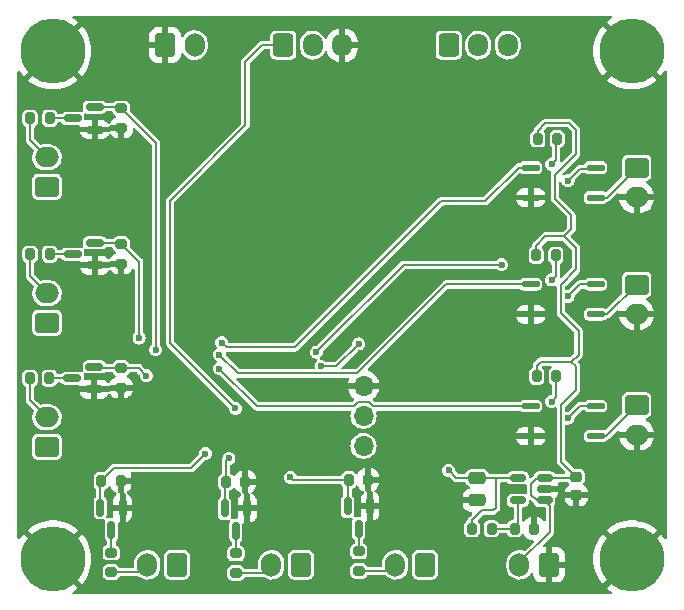
<source format=gbr>
%TF.GenerationSoftware,KiCad,Pcbnew,7.0.11-rc3*%
%TF.CreationDate,2025-03-16T23:26:39+08:00*%
%TF.ProjectId,dashboard,64617368-626f-4617-9264-2e6b69636164,rev?*%
%TF.SameCoordinates,Original*%
%TF.FileFunction,Copper,L2,Bot*%
%TF.FilePolarity,Positive*%
%FSLAX46Y46*%
G04 Gerber Fmt 4.6, Leading zero omitted, Abs format (unit mm)*
G04 Created by KiCad (PCBNEW 7.0.11-rc3) date 2025-03-16 23:26:39*
%MOMM*%
%LPD*%
G01*
G04 APERTURE LIST*
G04 Aperture macros list*
%AMRoundRect*
0 Rectangle with rounded corners*
0 $1 Rounding radius*
0 $2 $3 $4 $5 $6 $7 $8 $9 X,Y pos of 4 corners*
0 Add a 4 corners polygon primitive as box body*
4,1,4,$2,$3,$4,$5,$6,$7,$8,$9,$2,$3,0*
0 Add four circle primitives for the rounded corners*
1,1,$1+$1,$2,$3*
1,1,$1+$1,$4,$5*
1,1,$1+$1,$6,$7*
1,1,$1+$1,$8,$9*
0 Add four rect primitives between the rounded corners*
20,1,$1+$1,$2,$3,$4,$5,0*
20,1,$1+$1,$4,$5,$6,$7,0*
20,1,$1+$1,$6,$7,$8,$9,0*
20,1,$1+$1,$8,$9,$2,$3,0*%
G04 Aperture macros list end*
%TA.AperFunction,ComponentPad*%
%ADD10RoundRect,0.250000X0.750000X-0.600000X0.750000X0.600000X-0.750000X0.600000X-0.750000X-0.600000X0*%
%TD*%
%TA.AperFunction,ComponentPad*%
%ADD11O,2.000000X1.700000*%
%TD*%
%TA.AperFunction,ComponentPad*%
%ADD12RoundRect,0.250000X0.600000X0.750000X-0.600000X0.750000X-0.600000X-0.750000X0.600000X-0.750000X0*%
%TD*%
%TA.AperFunction,ComponentPad*%
%ADD13O,1.700000X2.000000*%
%TD*%
%TA.AperFunction,ComponentPad*%
%ADD14O,1.700000X1.700000*%
%TD*%
%TA.AperFunction,ComponentPad*%
%ADD15C,5.500000*%
%TD*%
%TA.AperFunction,ComponentPad*%
%ADD16RoundRect,0.250000X-0.600000X-0.725000X0.600000X-0.725000X0.600000X0.725000X-0.600000X0.725000X0*%
%TD*%
%TA.AperFunction,ComponentPad*%
%ADD17O,1.700000X1.950000*%
%TD*%
%TA.AperFunction,ComponentPad*%
%ADD18RoundRect,0.250000X-0.600000X-0.750000X0.600000X-0.750000X0.600000X0.750000X-0.600000X0.750000X0*%
%TD*%
%TA.AperFunction,ComponentPad*%
%ADD19RoundRect,0.250000X-0.750000X0.600000X-0.750000X-0.600000X0.750000X-0.600000X0.750000X0.600000X0*%
%TD*%
%TA.AperFunction,SMDPad,CuDef*%
%ADD20RoundRect,0.225000X-0.250000X0.225000X-0.250000X-0.225000X0.250000X-0.225000X0.250000X0.225000X0*%
%TD*%
%TA.AperFunction,SMDPad,CuDef*%
%ADD21RoundRect,0.150000X0.587500X0.150000X-0.587500X0.150000X-0.587500X-0.150000X0.587500X-0.150000X0*%
%TD*%
%TA.AperFunction,SMDPad,CuDef*%
%ADD22RoundRect,0.150000X-0.150000X0.587500X-0.150000X-0.587500X0.150000X-0.587500X0.150000X0.587500X0*%
%TD*%
%TA.AperFunction,SMDPad,CuDef*%
%ADD23RoundRect,0.200000X-0.200000X-0.275000X0.200000X-0.275000X0.200000X0.275000X-0.200000X0.275000X0*%
%TD*%
%TA.AperFunction,SMDPad,CuDef*%
%ADD24RoundRect,0.137500X0.587500X0.137500X-0.587500X0.137500X-0.587500X-0.137500X0.587500X-0.137500X0*%
%TD*%
%TA.AperFunction,SMDPad,CuDef*%
%ADD25RoundRect,0.150000X0.512500X0.150000X-0.512500X0.150000X-0.512500X-0.150000X0.512500X-0.150000X0*%
%TD*%
%TA.AperFunction,SMDPad,CuDef*%
%ADD26RoundRect,0.200000X0.275000X-0.200000X0.275000X0.200000X-0.275000X0.200000X-0.275000X-0.200000X0*%
%TD*%
%TA.AperFunction,SMDPad,CuDef*%
%ADD27RoundRect,0.200000X0.200000X0.275000X-0.200000X0.275000X-0.200000X-0.275000X0.200000X-0.275000X0*%
%TD*%
%TA.AperFunction,SMDPad,CuDef*%
%ADD28RoundRect,0.250000X-0.475000X0.250000X-0.475000X-0.250000X0.475000X-0.250000X0.475000X0.250000X0*%
%TD*%
%TA.AperFunction,SMDPad,CuDef*%
%ADD29RoundRect,0.200000X-0.275000X0.200000X-0.275000X-0.200000X0.275000X-0.200000X0.275000X0.200000X0*%
%TD*%
%TA.AperFunction,ViaPad*%
%ADD30C,0.600000*%
%TD*%
%TA.AperFunction,Conductor*%
%ADD31C,0.200000*%
%TD*%
G04 APERTURE END LIST*
D10*
%TO.P,J9,1,Pin_1*%
%TO.N,VDC*%
X62000000Y-82000000D03*
D11*
%TO.P,J9,2,Pin_2*%
%TO.N,Net-(J9-Pin_2)*%
X62000000Y-79500000D03*
%TD*%
D12*
%TO.P,J5,1,Pin_1*%
%TO.N,VDC*%
X83500000Y-92000000D03*
D13*
%TO.P,J5,2,Pin_2*%
%TO.N,Net-(J5-Pin_2)*%
X81000000Y-92000000D03*
%TD*%
D12*
%TO.P,J6,1,Pin_1*%
%TO.N,VDC*%
X73000000Y-92000000D03*
D13*
%TO.P,J6,2,Pin_2*%
%TO.N,Net-(J6-Pin_2)*%
X70500000Y-92000000D03*
%TD*%
D14*
%TO.P,J10,1,Pin_1*%
%TO.N,SWDIO*%
X88800000Y-81940000D03*
%TO.P,J10,2,Pin_2*%
%TO.N,SWCLK*%
X88800000Y-79400000D03*
%TO.P,J10,3,Pin_3*%
%TO.N,GND*%
X88800000Y-76860000D03*
%TD*%
D10*
%TO.P,J8,1,Pin_1*%
%TO.N,VDC*%
X62000000Y-71500000D03*
D11*
%TO.P,J8,2,Pin_2*%
%TO.N,Net-(J8-Pin_2)*%
X62000000Y-69000000D03*
%TD*%
D15*
%TO.P,H4,1,1*%
%TO.N,GND*%
X111500000Y-48500000D03*
%TD*%
%TO.P,H1,1,1*%
%TO.N,GND*%
X62500000Y-48500000D03*
%TD*%
D10*
%TO.P,J7,1,Pin_1*%
%TO.N,VDC*%
X62000000Y-60000000D03*
D11*
%TO.P,J7,2,Pin_2*%
%TO.N,Net-(J7-Pin_2)*%
X62000000Y-57500000D03*
%TD*%
D16*
%TO.P,J13,1,Pin_1*%
%TO.N,CAN_P*%
X96000000Y-48000000D03*
D17*
%TO.P,J13,2,Pin_2*%
%TO.N,unconnected-(J13-Pin_2-Pad2)*%
X98500000Y-48000000D03*
%TO.P,J13,3,Pin_3*%
%TO.N,CAN_N*%
X101000000Y-48000000D03*
%TD*%
D12*
%TO.P,J14,1,Pin_1*%
%TO.N,GND*%
X104500000Y-92000000D03*
D13*
%TO.P,J14,2,Pin_2*%
%TO.N,VDC*%
X102000000Y-92000000D03*
%TD*%
D16*
%TO.P,J11,1,Pin_1*%
%TO.N,RGB*%
X82000000Y-48000000D03*
D17*
%TO.P,J11,2,Pin_2*%
%TO.N,Net-(J11-Pin_2)*%
X84500000Y-48000000D03*
%TO.P,J11,3,Pin_3*%
%TO.N,GND*%
X87000000Y-48000000D03*
%TD*%
D18*
%TO.P,J12,1,Pin_1*%
%TO.N,GND*%
X72000000Y-48000000D03*
D13*
%TO.P,J12,2,Pin_2*%
%TO.N,Net-(J11-Pin_2)*%
X74500000Y-48000000D03*
%TD*%
D19*
%TO.P,J1,1,Pin_1*%
%TO.N,Net-(J1-Pin_1)*%
X111920000Y-58386625D03*
D11*
%TO.P,J1,2,Pin_2*%
%TO.N,GND*%
X111920000Y-60886625D03*
%TD*%
D12*
%TO.P,J4,1,Pin_1*%
%TO.N,VDC*%
X94000000Y-92000000D03*
D13*
%TO.P,J4,2,Pin_2*%
%TO.N,Net-(J4-Pin_2)*%
X91500000Y-92000000D03*
%TD*%
D19*
%TO.P,J3,1,Pin_1*%
%TO.N,Net-(J3-Pin_1)*%
X111920000Y-78486625D03*
D11*
%TO.P,J3,2,Pin_2*%
%TO.N,GND*%
X111920000Y-80986625D03*
%TD*%
D19*
%TO.P,J2,1,Pin_1*%
%TO.N,Net-(J2-Pin_1)*%
X111920000Y-68280000D03*
D11*
%TO.P,J2,2,Pin_2*%
%TO.N,GND*%
X111920000Y-70780000D03*
%TD*%
D15*
%TO.P,H2,1,1*%
%TO.N,GND*%
X62500000Y-91500000D03*
%TD*%
%TO.P,H3,1,1*%
%TO.N,GND*%
X111500000Y-91500000D03*
%TD*%
D20*
%TO.P,C11,1*%
%TO.N,VDC*%
X106810000Y-84560000D03*
%TO.P,C11,2*%
%TO.N,GND*%
X106810000Y-86110000D03*
%TD*%
D21*
%TO.P,Q6,1,G*%
%TO.N,FUNC3_LED*%
X66012500Y-75250000D03*
%TO.P,Q6,2,S*%
%TO.N,GND*%
X66012500Y-77150000D03*
%TO.P,Q6,3,D*%
%TO.N,Net-(Q6-D)*%
X64137500Y-76200000D03*
%TD*%
D22*
%TO.P,Q3,1,G*%
%TO.N,Fault3_LED*%
X66500000Y-87162500D03*
%TO.P,Q3,2,S*%
%TO.N,GND*%
X68400000Y-87162500D03*
%TO.P,Q3,3,D*%
%TO.N,Net-(Q3-D)*%
X67450000Y-89037500D03*
%TD*%
D23*
%TO.P,R6,1*%
%TO.N,FAULT1_LED*%
X77150000Y-84962500D03*
%TO.P,R6,2*%
%TO.N,GND*%
X78800000Y-84962500D03*
%TD*%
D22*
%TO.P,Q2,1,G*%
%TO.N,FAULT1_LED*%
X77050000Y-87225000D03*
%TO.P,Q2,2,S*%
%TO.N,GND*%
X78950000Y-87225000D03*
%TO.P,Q2,3,D*%
%TO.N,Net-(Q2-D)*%
X78000000Y-89100000D03*
%TD*%
D24*
%TO.P,U2,1*%
%TO.N,Net-(D2-K)*%
X108445000Y-68260000D03*
%TO.P,U2,2*%
%TO.N,Net-(J2-Pin_1)*%
X108445000Y-70800000D03*
%TO.P,U2,3*%
%TO.N,GND*%
X102945000Y-70800000D03*
%TO.P,U2,4*%
%TO.N,FUNC2_IO*%
X102945000Y-68260000D03*
%TD*%
D23*
%TO.P,R17,1*%
%TO.N,+5V*%
X97985000Y-88935000D03*
%TO.P,R17,2*%
%TO.N,Net-(U5-ADJ)*%
X99635000Y-88935000D03*
%TD*%
D24*
%TO.P,U1,1*%
%TO.N,Net-(D1-K)*%
X108445000Y-58366625D03*
%TO.P,U1,2*%
%TO.N,Net-(J1-Pin_1)*%
X108445000Y-60906625D03*
%TO.P,U1,3*%
%TO.N,GND*%
X102945000Y-60906625D03*
%TO.P,U1,4*%
%TO.N,FUNC1_IO*%
X102945000Y-58366625D03*
%TD*%
D25*
%TO.P,U5,1,VIN*%
%TO.N,VDC*%
X104137500Y-84650000D03*
%TO.P,U5,2,GND*%
%TO.N,GND*%
X104137500Y-85600000D03*
%TO.P,U5,3,EN*%
%TO.N,VDC*%
X104137500Y-86550000D03*
%TO.P,U5,4,ADJ*%
%TO.N,Net-(U5-ADJ)*%
X101862500Y-86550000D03*
%TO.P,U5,5,VOUT*%
%TO.N,+5V*%
X101862500Y-84650000D03*
%TD*%
D23*
%TO.P,R9,1*%
%TO.N,Fault3_LED*%
X66600000Y-84900000D03*
%TO.P,R9,2*%
%TO.N,GND*%
X68250000Y-84900000D03*
%TD*%
D21*
%TO.P,Q4,1,G*%
%TO.N,FUNC1_LED*%
X66037500Y-53250000D03*
%TO.P,Q4,2,S*%
%TO.N,GND*%
X66037500Y-55150000D03*
%TO.P,Q4,3,D*%
%TO.N,Net-(Q4-D)*%
X64162500Y-54200000D03*
%TD*%
D23*
%TO.P,R4,1*%
%TO.N,FAULT0_LED*%
X87550000Y-84800000D03*
%TO.P,R4,2*%
%TO.N,GND*%
X89200000Y-84800000D03*
%TD*%
%TO.P,R12,1*%
%TO.N,Net-(J7-Pin_2)*%
X60575000Y-54200000D03*
%TO.P,R12,2*%
%TO.N,Net-(Q4-D)*%
X62225000Y-54200000D03*
%TD*%
D26*
%TO.P,R5,1*%
%TO.N,Net-(J4-Pin_2)*%
X88400000Y-92525000D03*
%TO.P,R5,2*%
%TO.N,Net-(Q1-D)*%
X88400000Y-90875000D03*
%TD*%
D27*
%TO.P,R18,1*%
%TO.N,GND*%
X103235000Y-88935000D03*
%TO.P,R18,2*%
%TO.N,Net-(U5-ADJ)*%
X101585000Y-88935000D03*
%TD*%
D24*
%TO.P,U3,1*%
%TO.N,Net-(D3-K)*%
X108445000Y-78566625D03*
%TO.P,U3,2*%
%TO.N,Net-(J3-Pin_1)*%
X108445000Y-81106625D03*
%TO.P,U3,3*%
%TO.N,GND*%
X102945000Y-81106625D03*
%TO.P,U3,4*%
%TO.N,FUNC3_IO*%
X102945000Y-78566625D03*
%TD*%
D28*
%TO.P,C12,1*%
%TO.N,+5V*%
X98410000Y-84635000D03*
%TO.P,C12,2*%
%TO.N,GND*%
X98410000Y-86535000D03*
%TD*%
D23*
%TO.P,R3,1*%
%TO.N,VDC*%
X103470000Y-76036625D03*
%TO.P,R3,2*%
%TO.N,Net-(D3-A)*%
X105120000Y-76036625D03*
%TD*%
%TO.P,R16,1*%
%TO.N,Net-(J9-Pin_2)*%
X60550000Y-76200000D03*
%TO.P,R16,2*%
%TO.N,Net-(Q6-D)*%
X62200000Y-76200000D03*
%TD*%
D29*
%TO.P,R15,1*%
%TO.N,FUNC3_LED*%
X68275000Y-75350000D03*
%TO.P,R15,2*%
%TO.N,GND*%
X68275000Y-77000000D03*
%TD*%
D22*
%TO.P,Q1,1,G*%
%TO.N,FAULT0_LED*%
X87450000Y-87062500D03*
%TO.P,Q1,2,S*%
%TO.N,GND*%
X89350000Y-87062500D03*
%TO.P,Q1,3,D*%
%TO.N,Net-(Q1-D)*%
X88400000Y-88937500D03*
%TD*%
D21*
%TO.P,Q5,1,G*%
%TO.N,FUNC2_LED*%
X66037500Y-64750000D03*
%TO.P,Q5,2,S*%
%TO.N,GND*%
X66037500Y-66650000D03*
%TO.P,Q5,3,D*%
%TO.N,Net-(Q5-D)*%
X64162500Y-65700000D03*
%TD*%
D23*
%TO.P,R14,1*%
%TO.N,Net-(J8-Pin_2)*%
X60575000Y-65700000D03*
%TO.P,R14,2*%
%TO.N,Net-(Q5-D)*%
X62225000Y-65700000D03*
%TD*%
D26*
%TO.P,R10,1*%
%TO.N,Net-(J6-Pin_2)*%
X67450000Y-92625000D03*
%TO.P,R10,2*%
%TO.N,Net-(Q3-D)*%
X67450000Y-90975000D03*
%TD*%
D29*
%TO.P,R11,1*%
%TO.N,FUNC1_LED*%
X68300000Y-53350000D03*
%TO.P,R11,2*%
%TO.N,GND*%
X68300000Y-55000000D03*
%TD*%
D26*
%TO.P,R8,1*%
%TO.N,Net-(J5-Pin_2)*%
X78000000Y-92687500D03*
%TO.P,R8,2*%
%TO.N,Net-(Q2-D)*%
X78000000Y-91037500D03*
%TD*%
D23*
%TO.P,R2,1*%
%TO.N,VDC*%
X103420000Y-65800000D03*
%TO.P,R2,2*%
%TO.N,Net-(D2-A)*%
X105070000Y-65800000D03*
%TD*%
%TO.P,R1,1*%
%TO.N,VDC*%
X103545000Y-55936625D03*
%TO.P,R1,2*%
%TO.N,Net-(D1-A)*%
X105195000Y-55936625D03*
%TD*%
D29*
%TO.P,R13,1*%
%TO.N,FUNC2_LED*%
X68300000Y-64850000D03*
%TO.P,R13,2*%
%TO.N,GND*%
X68300000Y-66500000D03*
%TD*%
D30*
%TO.N,GND*%
X104670000Y-47490000D03*
X91970000Y-62730000D03*
X99590000Y-90670000D03*
X81810000Y-60190000D03*
X112290000Y-75430000D03*
X66570000Y-62730000D03*
X69110000Y-83050000D03*
X71650000Y-83050000D03*
X74190000Y-85590000D03*
X76730000Y-47490000D03*
X66570000Y-47490000D03*
X84350000Y-57650000D03*
X74190000Y-88130000D03*
X103200000Y-87800000D03*
X109750000Y-85590000D03*
X97050000Y-70350000D03*
X109750000Y-65270000D03*
X64030000Y-80510000D03*
X74190000Y-57650000D03*
X104670000Y-52570000D03*
X69110000Y-80510000D03*
X97050000Y-90670000D03*
X91970000Y-55110000D03*
X81810000Y-55110000D03*
X94510000Y-75430000D03*
X97050000Y-55110000D03*
X64030000Y-52570000D03*
X112290000Y-52570000D03*
X71650000Y-85590000D03*
X71650000Y-77970000D03*
X107210000Y-88130000D03*
X109750000Y-75430000D03*
X112290000Y-65270000D03*
X94510000Y-88130000D03*
X89430000Y-50030000D03*
X97050000Y-85590000D03*
X102130000Y-50030000D03*
X79270000Y-90670000D03*
X112290000Y-62730000D03*
X94510000Y-47490000D03*
X71650000Y-55110000D03*
X86890000Y-52570000D03*
X64030000Y-57650000D03*
X66570000Y-60190000D03*
X94510000Y-52570000D03*
X64030000Y-62730000D03*
X102130000Y-85590000D03*
X94510000Y-65270000D03*
X89430000Y-65270000D03*
X102130000Y-83050000D03*
X107210000Y-62730000D03*
X89430000Y-62730000D03*
X91970000Y-85590000D03*
X104670000Y-72890000D03*
X76730000Y-52570000D03*
X69110000Y-67810000D03*
X107210000Y-83050000D03*
X97050000Y-75430000D03*
X99590000Y-50030000D03*
X102130000Y-75430000D03*
X86890000Y-67810000D03*
X102130000Y-65270000D03*
X86890000Y-55110000D03*
X81810000Y-57650000D03*
X97050000Y-52570000D03*
X109750000Y-88130000D03*
X91970000Y-52570000D03*
X80100000Y-77600000D03*
X109750000Y-72890000D03*
X107210000Y-47490000D03*
X84350000Y-52570000D03*
X102130000Y-55110000D03*
X94510000Y-57650000D03*
X64030000Y-85590000D03*
X107210000Y-52570000D03*
X91970000Y-83050000D03*
X91970000Y-50030000D03*
X109750000Y-52570000D03*
X99100000Y-74800000D03*
X86890000Y-50030000D03*
X91970000Y-88130000D03*
X66570000Y-80510000D03*
X89430000Y-57650000D03*
X86890000Y-83050000D03*
X104670000Y-83050000D03*
X64030000Y-77970000D03*
X66570000Y-57650000D03*
X66570000Y-67810000D03*
X71650000Y-50030000D03*
X109750000Y-62730000D03*
X97050000Y-72890000D03*
X86890000Y-62730000D03*
X71650000Y-52570000D03*
X102130000Y-52570000D03*
X91970000Y-60190000D03*
X109750000Y-77970000D03*
X69110000Y-70350000D03*
X84350000Y-80510000D03*
X76730000Y-55110000D03*
X64030000Y-67810000D03*
X71650000Y-88130000D03*
X112290000Y-85590000D03*
X99590000Y-52570000D03*
X97050000Y-62730000D03*
X89430000Y-47490000D03*
X86890000Y-80510000D03*
X69110000Y-90670000D03*
X91970000Y-80510000D03*
X86890000Y-90670000D03*
X107210000Y-93210000D03*
X99590000Y-55110000D03*
X64030000Y-83050000D03*
X94510000Y-50030000D03*
X112290000Y-83050000D03*
X91970000Y-47490000D03*
X61490000Y-88130000D03*
X84350000Y-60190000D03*
X84350000Y-65270000D03*
X107210000Y-90670000D03*
X74190000Y-55110000D03*
X109750000Y-83050000D03*
X64030000Y-60190000D03*
X86890000Y-57650000D03*
X112290000Y-88130000D03*
X97050000Y-93210000D03*
X84350000Y-85590000D03*
X112290000Y-55110000D03*
X89430000Y-90670000D03*
X112290000Y-72890000D03*
X94510000Y-55110000D03*
X97050000Y-50030000D03*
X76730000Y-90670000D03*
X99590000Y-93210000D03*
X74190000Y-52570000D03*
X104670000Y-62730000D03*
X91970000Y-57650000D03*
X79270000Y-47490000D03*
X84350000Y-55110000D03*
X109750000Y-57650000D03*
X61490000Y-52570000D03*
X66570000Y-83050000D03*
X107210000Y-50030000D03*
X79900000Y-67200000D03*
X89430000Y-55110000D03*
X69110000Y-77970000D03*
X109750000Y-67810000D03*
X76730000Y-60190000D03*
X71650000Y-80510000D03*
X81810000Y-88130000D03*
X94510000Y-60190000D03*
X66570000Y-50030000D03*
X102130000Y-72890000D03*
X104670000Y-50030000D03*
X89430000Y-60190000D03*
X94510000Y-72890000D03*
X66570000Y-70350000D03*
X81600000Y-76600000D03*
X84350000Y-50030000D03*
X74190000Y-62730000D03*
X86890000Y-65270000D03*
X79270000Y-83050000D03*
X78600000Y-73000000D03*
X61490000Y-62730000D03*
X81810000Y-52570000D03*
X89430000Y-52570000D03*
X66570000Y-72890000D03*
X84350000Y-62730000D03*
X64030000Y-55110000D03*
X69110000Y-47490000D03*
X64030000Y-70350000D03*
X69110000Y-50030000D03*
X86890000Y-60190000D03*
X74190000Y-50030000D03*
X109750000Y-55110000D03*
X64030000Y-72890000D03*
X84350000Y-88130000D03*
%TO.N,Net-(D1-K)*%
X106120000Y-59486625D03*
%TO.N,Net-(D1-A)*%
X104720000Y-58086625D03*
%TO.N,Net-(D2-K)*%
X106120000Y-69280000D03*
%TO.N,Net-(D2-A)*%
X104720000Y-67880000D03*
%TO.N,Net-(D3-K)*%
X106120000Y-79586625D03*
%TO.N,Net-(D3-A)*%
X104720000Y-78186625D03*
%TO.N,FAULT0_LED*%
X82600000Y-84600000D03*
%TO.N,FAULT1_LED*%
X77400000Y-83000000D03*
%TO.N,Fault3_LED*%
X75400000Y-82600000D03*
%TO.N,FUNC1_LED*%
X71200000Y-73800000D03*
%TO.N,FUNC2_LED*%
X69800000Y-72800000D03*
%TO.N,FUNC3_LED*%
X70400000Y-76000000D03*
%TO.N,+5V*%
X96000000Y-84000000D03*
%TO.N,FUNC1_IO*%
X76800000Y-73200000D03*
%TO.N,FUNC2_IO*%
X76600000Y-74200000D03*
%TO.N,FUNC3_IO*%
X76600000Y-75400000D03*
%TO.N,Net-(U4-PB8)*%
X85200000Y-75200000D03*
X88400000Y-73300000D03*
%TO.N,Net-(U4-PB9)*%
X100500000Y-66600000D03*
X84800000Y-74000000D03*
%TO.N,RGB*%
X77950000Y-78750000D03*
%TD*%
D31*
%TO.N,Net-(D1-K)*%
X107140000Y-58466625D02*
X106120000Y-59486625D01*
X108445000Y-58466625D02*
X107140000Y-58466625D01*
%TO.N,Net-(D1-A)*%
X104720000Y-58086625D02*
X105070000Y-57736625D01*
X105070000Y-57736625D02*
X105070000Y-56006625D01*
%TO.N,Net-(D2-K)*%
X107140000Y-68260000D02*
X106120000Y-69280000D01*
X108445000Y-68260000D02*
X107140000Y-68260000D01*
%TO.N,Net-(D2-A)*%
X105070000Y-67530000D02*
X105070000Y-65800000D01*
X104720000Y-67880000D02*
X105070000Y-67530000D01*
%TO.N,Net-(D3-K)*%
X108445000Y-78566625D02*
X107140000Y-78566625D01*
X107140000Y-78566625D02*
X106120000Y-79586625D01*
%TO.N,Net-(D3-A)*%
X104720000Y-78186625D02*
X105070000Y-77836625D01*
X105070000Y-77836625D02*
X105070000Y-76106625D01*
%TO.N,Net-(J1-Pin_1)*%
X109400000Y-60906625D02*
X111920000Y-58386625D01*
X108445000Y-60906625D02*
X109400000Y-60906625D01*
%TO.N,Net-(J2-Pin_1)*%
X108445000Y-70800000D02*
X109400000Y-70800000D01*
X109400000Y-70800000D02*
X111920000Y-68280000D01*
%TO.N,Net-(J3-Pin_1)*%
X108445000Y-81106625D02*
X109300000Y-81106625D01*
X109300000Y-81106625D02*
X111920000Y-78486625D01*
%TO.N,Net-(J4-Pin_2)*%
X90975000Y-92525000D02*
X91500000Y-92000000D01*
X88400000Y-92525000D02*
X90975000Y-92525000D01*
%TO.N,Net-(J5-Pin_2)*%
X78000000Y-92687500D02*
X80312500Y-92687500D01*
X80312500Y-92687500D02*
X81000000Y-92000000D01*
%TO.N,Net-(J6-Pin_2)*%
X69875000Y-92625000D02*
X70500000Y-92000000D01*
X67450000Y-92625000D02*
X69875000Y-92625000D01*
%TO.N,Net-(J7-Pin_2)*%
X60575000Y-54200000D02*
X60575000Y-56075000D01*
X60575000Y-56075000D02*
X62000000Y-57500000D01*
%TO.N,Net-(J8-Pin_2)*%
X60575000Y-65700000D02*
X60575000Y-67575000D01*
X60575000Y-67575000D02*
X62000000Y-69000000D01*
%TO.N,Net-(J9-Pin_2)*%
X60550000Y-78050000D02*
X62000000Y-79500000D01*
X60550000Y-76200000D02*
X60550000Y-78050000D01*
%TO.N,FAULT0_LED*%
X87450000Y-84900000D02*
X87550000Y-84800000D01*
X82600000Y-84600000D02*
X82800000Y-84800000D01*
X82800000Y-84800000D02*
X87550000Y-84800000D01*
X87450000Y-87062500D02*
X87450000Y-84900000D01*
%TO.N,Net-(Q1-D)*%
X88400000Y-88937500D02*
X88400000Y-90875000D01*
%TO.N,FAULT1_LED*%
X77050000Y-87225000D02*
X77050000Y-85062500D01*
X77150000Y-83250000D02*
X77150000Y-84962500D01*
X77050000Y-85062500D02*
X77150000Y-84962500D01*
X77400000Y-83000000D02*
X77150000Y-83250000D01*
%TO.N,Net-(Q2-D)*%
X78000000Y-91037500D02*
X78000000Y-89100000D01*
%TO.N,Fault3_LED*%
X73000000Y-83800000D02*
X74200000Y-83800000D01*
X67700000Y-83800000D02*
X73000000Y-83800000D01*
X66500000Y-87162500D02*
X66500000Y-85000000D01*
X74200000Y-83800000D02*
X75400000Y-82600000D01*
X66600000Y-84900000D02*
X67700000Y-83800000D01*
X66500000Y-85000000D02*
X66600000Y-84900000D01*
%TO.N,Net-(Q3-D)*%
X67450000Y-89037500D02*
X67450000Y-90975000D01*
%TO.N,FUNC1_LED*%
X68200000Y-53250000D02*
X68300000Y-53350000D01*
X71200000Y-73800000D02*
X71200000Y-56250000D01*
X66037500Y-53250000D02*
X68200000Y-53250000D01*
X71200000Y-56250000D02*
X68300000Y-53350000D01*
%TO.N,Net-(Q4-D)*%
X62225000Y-54200000D02*
X64162500Y-54200000D01*
%TO.N,FUNC2_LED*%
X66037500Y-64750000D02*
X68200000Y-64750000D01*
X69800000Y-66350000D02*
X69800000Y-72800000D01*
X68300000Y-64850000D02*
X69800000Y-66350000D01*
X68200000Y-64750000D02*
X68300000Y-64850000D01*
%TO.N,Net-(Q5-D)*%
X62225000Y-65700000D02*
X64162500Y-65700000D01*
%TO.N,FUNC3_LED*%
X68275000Y-75350000D02*
X66112500Y-75350000D01*
X70400000Y-76000000D02*
X69750000Y-75350000D01*
X66112500Y-75350000D02*
X66012500Y-75250000D01*
X69750000Y-75350000D02*
X68275000Y-75350000D01*
%TO.N,Net-(Q6-D)*%
X64137500Y-76200000D02*
X62200000Y-76200000D01*
%TO.N,+5V*%
X97985000Y-88215000D02*
X97985000Y-88935000D01*
X100000000Y-84635000D02*
X101847500Y-84635000D01*
X98800000Y-87400000D02*
X97985000Y-88215000D01*
X101847500Y-84635000D02*
X101862500Y-84650000D01*
X99800000Y-87400000D02*
X98800000Y-87400000D01*
X96635000Y-84635000D02*
X98410000Y-84635000D01*
X100000000Y-87200000D02*
X99800000Y-87400000D01*
X96000000Y-84000000D02*
X96635000Y-84635000D01*
X100000000Y-84635000D02*
X100000000Y-87200000D01*
X98410000Y-84635000D02*
X100000000Y-84635000D01*
%TO.N,FUNC1_IO*%
X83000000Y-73600000D02*
X77200000Y-73600000D01*
X101933375Y-58366625D02*
X99100000Y-61200000D01*
X77200000Y-73600000D02*
X76800000Y-73200000D01*
X99100000Y-61200000D02*
X95400000Y-61200000D01*
X102945000Y-58366625D02*
X101933375Y-58366625D01*
X95400000Y-61200000D02*
X83000000Y-73600000D01*
%TO.N,FUNC2_IO*%
X88233654Y-75800000D02*
X95773654Y-68260000D01*
X95773654Y-68260000D02*
X102945000Y-68260000D01*
X78200000Y-75800000D02*
X88233654Y-75800000D01*
X76600000Y-74200000D02*
X78200000Y-75800000D01*
%TO.N,FUNC3_IO*%
X79800000Y-78600000D02*
X76600000Y-75400000D01*
X89626346Y-78600000D02*
X89276346Y-78250000D01*
X102945000Y-78566625D02*
X102911625Y-78600000D01*
X89276346Y-78250000D02*
X88323654Y-78250000D01*
X102911625Y-78600000D02*
X89626346Y-78600000D01*
X88323654Y-78250000D02*
X87973654Y-78600000D01*
X87973654Y-78600000D02*
X79800000Y-78600000D01*
%TO.N,Net-(U4-PB8)*%
X88400000Y-73300000D02*
X86500000Y-75200000D01*
X86500000Y-75200000D02*
X85200000Y-75200000D01*
%TO.N,Net-(U4-PB9)*%
X84800000Y-74000000D02*
X92200000Y-66600000D01*
X92200000Y-66600000D02*
X100500000Y-66600000D01*
%TO.N,RGB*%
X72400000Y-73200000D02*
X72400000Y-61200000D01*
X72400000Y-61200000D02*
X78800000Y-54800000D01*
X78800000Y-54800000D02*
X78800000Y-49400000D01*
X78800000Y-49400000D02*
X80200000Y-48000000D01*
X80200000Y-48000000D02*
X82000000Y-48000000D01*
X77950000Y-78750000D02*
X72400000Y-73200000D01*
%TO.N,Net-(U5-ADJ)*%
X99635000Y-88935000D02*
X101585000Y-88935000D01*
X101862500Y-88657500D02*
X101585000Y-88935000D01*
X101862500Y-86550000D02*
X101862500Y-88657500D01*
%TO.N,VDC*%
X105520000Y-78480000D02*
X106800000Y-77200000D01*
X104137500Y-86550000D02*
X104600000Y-87012500D01*
X102000000Y-91800000D02*
X102000000Y-92000000D01*
X103475001Y-86550000D02*
X104137500Y-86550000D01*
X106810000Y-84560000D02*
X105520000Y-83270000D01*
X105800000Y-64200000D02*
X106400000Y-63600000D01*
X106400000Y-62400000D02*
X105000000Y-61000000D01*
X103800000Y-74800000D02*
X103470000Y-75130000D01*
X104600000Y-87012500D02*
X104600000Y-89200000D01*
X103420000Y-64980000D02*
X103420000Y-65800000D01*
X105000000Y-59000000D02*
X106800000Y-57200000D01*
X103000000Y-85125001D02*
X103000000Y-86074999D01*
X106400000Y-63600000D02*
X106400000Y-62400000D01*
X103470000Y-75130000D02*
X103470000Y-76036625D01*
X107000000Y-74200000D02*
X107000000Y-72200000D01*
X106800000Y-67000000D02*
X106800000Y-65200000D01*
X107000000Y-72200000D02*
X105520000Y-70720000D01*
X105800000Y-64200000D02*
X104200000Y-64200000D01*
X106800000Y-77200000D02*
X106800000Y-75200000D01*
X104200000Y-64200000D02*
X103420000Y-64980000D01*
X106400000Y-74800000D02*
X107000000Y-74200000D01*
X105000000Y-61000000D02*
X105000000Y-59000000D01*
X104200000Y-54600000D02*
X103545000Y-55255000D01*
X106800000Y-65200000D02*
X105800000Y-64200000D01*
X104137500Y-84650000D02*
X106720000Y-84650000D01*
X106200000Y-54600000D02*
X104200000Y-54600000D01*
X103000000Y-86074999D02*
X103475001Y-86550000D01*
X106800000Y-57200000D02*
X106800000Y-55200000D01*
X106800000Y-75200000D02*
X106400000Y-74800000D01*
X106720000Y-84650000D02*
X106810000Y-84560000D01*
X105520000Y-68280000D02*
X106800000Y-67000000D01*
X103475001Y-84650000D02*
X103000000Y-85125001D01*
X103545000Y-55255000D02*
X103545000Y-55936625D01*
X105520000Y-70720000D02*
X105520000Y-68280000D01*
X106800000Y-55200000D02*
X106200000Y-54600000D01*
X104600000Y-89200000D02*
X102000000Y-91800000D01*
X105520000Y-83270000D02*
X105520000Y-78480000D01*
X106400000Y-74800000D02*
X103800000Y-74800000D01*
X104137500Y-84650000D02*
X103475001Y-84650000D01*
%TD*%
%TA.AperFunction,Conductor*%
%TO.N,GND*%
G36*
X102980701Y-86551828D02*
G01*
X102987180Y-86557861D01*
X103192361Y-86763041D01*
X103208485Y-86782896D01*
X103213564Y-86790669D01*
X103213567Y-86790671D01*
X103220271Y-86797954D01*
X103239525Y-86825641D01*
X103296950Y-86938342D01*
X103296952Y-86938344D01*
X103296954Y-86938347D01*
X103386652Y-87028045D01*
X103386654Y-87028046D01*
X103386658Y-87028050D01*
X103499694Y-87085645D01*
X103499698Y-87085647D01*
X103593475Y-87100499D01*
X103593481Y-87100500D01*
X104125500Y-87100499D01*
X104192539Y-87120183D01*
X104238294Y-87172987D01*
X104249500Y-87224499D01*
X104249500Y-88209458D01*
X104229815Y-88276497D01*
X104177011Y-88322252D01*
X104107853Y-88332196D01*
X104044297Y-88303171D01*
X104019383Y-88273608D01*
X103990072Y-88225122D01*
X103869877Y-88104927D01*
X103724395Y-88016980D01*
X103724396Y-88016980D01*
X103562105Y-87966409D01*
X103562106Y-87966409D01*
X103491572Y-87960000D01*
X103485000Y-87960000D01*
X103485000Y-89061000D01*
X103465315Y-89128039D01*
X103412511Y-89173794D01*
X103361000Y-89185000D01*
X103109000Y-89185000D01*
X103041961Y-89165315D01*
X102996206Y-89112511D01*
X102985000Y-89061000D01*
X102985000Y-87960000D01*
X102984999Y-87959999D01*
X102978436Y-87960000D01*
X102978417Y-87960001D01*
X102907897Y-87966408D01*
X102907892Y-87966409D01*
X102745603Y-88016981D01*
X102600122Y-88104927D01*
X102479927Y-88225122D01*
X102443117Y-88286014D01*
X102391589Y-88333202D01*
X102322729Y-88345040D01*
X102258401Y-88317771D01*
X102219027Y-88260052D01*
X102213000Y-88221864D01*
X102213000Y-87224499D01*
X102232685Y-87157460D01*
X102285489Y-87111705D01*
X102337000Y-87100499D01*
X102406517Y-87100499D01*
X102406518Y-87100499D01*
X102500304Y-87085646D01*
X102613342Y-87028050D01*
X102703050Y-86938342D01*
X102760646Y-86825304D01*
X102760646Y-86825302D01*
X102760647Y-86825301D01*
X102775499Y-86731524D01*
X102775500Y-86731519D01*
X102775499Y-86645540D01*
X102795183Y-86578504D01*
X102847986Y-86532748D01*
X102917145Y-86522804D01*
X102980701Y-86551828D01*
G37*
%TD.AperFunction*%
%TA.AperFunction,Conductor*%
G36*
X87513683Y-76170185D02*
G01*
X87559438Y-76222989D01*
X87569382Y-76292147D01*
X87559026Y-76326905D01*
X87526570Y-76396507D01*
X87526567Y-76396513D01*
X87469364Y-76609999D01*
X87469364Y-76610000D01*
X88366314Y-76610000D01*
X88340507Y-76650156D01*
X88300000Y-76788111D01*
X88300000Y-76931889D01*
X88340507Y-77069844D01*
X88366314Y-77110000D01*
X87469364Y-77110000D01*
X87526567Y-77323486D01*
X87526570Y-77323492D01*
X87626399Y-77537578D01*
X87761894Y-77731082D01*
X87928920Y-77898108D01*
X87928924Y-77898111D01*
X87955462Y-77916693D01*
X87999088Y-77971269D01*
X88006282Y-78040768D01*
X87974760Y-78103123D01*
X87972022Y-78105950D01*
X87864789Y-78213182D01*
X87803469Y-78246666D01*
X87777110Y-78249500D01*
X79996544Y-78249500D01*
X79929505Y-78229815D01*
X79908863Y-78213181D01*
X78059882Y-76364200D01*
X78026397Y-76302877D01*
X78031381Y-76233185D01*
X78073253Y-76177252D01*
X78138717Y-76152835D01*
X78146082Y-76153029D01*
X78156045Y-76152616D01*
X78156046Y-76152617D01*
X78204679Y-76150605D01*
X78209802Y-76150500D01*
X87446644Y-76150500D01*
X87513683Y-76170185D01*
G37*
%TD.AperFunction*%
%TA.AperFunction,Conductor*%
G36*
X109801739Y-45520185D02*
G01*
X109847494Y-45572989D01*
X109857438Y-45642147D01*
X109828413Y-45705703D01*
X109798628Y-45730750D01*
X109673477Y-45806049D01*
X109673460Y-45806061D01*
X109392906Y-46019334D01*
X109382625Y-46029071D01*
X109382625Y-46029073D01*
X110555819Y-47202266D01*
X110365130Y-47365130D01*
X110202266Y-47555818D01*
X109031914Y-46385466D01*
X109031913Y-46385466D01*
X108908896Y-46530296D01*
X108711124Y-46821988D01*
X108546052Y-47133347D01*
X108546043Y-47133365D01*
X108415602Y-47460749D01*
X108415600Y-47460756D01*
X108321325Y-47800306D01*
X108321319Y-47800332D01*
X108264308Y-48148082D01*
X108264306Y-48148099D01*
X108245227Y-48499997D01*
X108245227Y-48500002D01*
X108264306Y-48851900D01*
X108264308Y-48851917D01*
X108321319Y-49199667D01*
X108321325Y-49199693D01*
X108415600Y-49539243D01*
X108415602Y-49539250D01*
X108546043Y-49866634D01*
X108546052Y-49866652D01*
X108711124Y-50178011D01*
X108908896Y-50469702D01*
X109031914Y-50614532D01*
X110202266Y-49444180D01*
X110365130Y-49634870D01*
X110555819Y-49797733D01*
X109382625Y-50970926D01*
X109382625Y-50970928D01*
X109392900Y-50980660D01*
X109673460Y-51193938D01*
X109673464Y-51193941D01*
X109975445Y-51375635D01*
X110295273Y-51523603D01*
X110629256Y-51636136D01*
X110973437Y-51711896D01*
X111323788Y-51749999D01*
X111323795Y-51750000D01*
X111676205Y-51750000D01*
X111676211Y-51749999D01*
X112026562Y-51711896D01*
X112370743Y-51636136D01*
X112704726Y-51523603D01*
X113024554Y-51375635D01*
X113326535Y-51193941D01*
X113326539Y-51193938D01*
X113607093Y-50980665D01*
X113607105Y-50980654D01*
X113617373Y-50970927D01*
X113617373Y-50970926D01*
X112444180Y-49797733D01*
X112634870Y-49634870D01*
X112797733Y-49444180D01*
X113968084Y-50614532D01*
X113968085Y-50614531D01*
X114091102Y-50469704D01*
X114272867Y-50201622D01*
X114326781Y-50157181D01*
X114396163Y-50148943D01*
X114458985Y-50179523D01*
X114495301Y-50239214D01*
X114499500Y-50271209D01*
X114499500Y-89728790D01*
X114479815Y-89795829D01*
X114427011Y-89841584D01*
X114357853Y-89851528D01*
X114294297Y-89822503D01*
X114272867Y-89798377D01*
X114091099Y-89530291D01*
X113968085Y-89385467D01*
X113968084Y-89385466D01*
X112797732Y-90555818D01*
X112634870Y-90365130D01*
X112444180Y-90202266D01*
X113617374Y-89029073D01*
X113617373Y-89029072D01*
X113607099Y-89019340D01*
X113607087Y-89019330D01*
X113326539Y-88806061D01*
X113326535Y-88806058D01*
X113024554Y-88624364D01*
X112704726Y-88476396D01*
X112370743Y-88363863D01*
X112026562Y-88288103D01*
X111676211Y-88250000D01*
X111323788Y-88250000D01*
X110973437Y-88288103D01*
X110629256Y-88363863D01*
X110295273Y-88476396D01*
X109975445Y-88624364D01*
X109673464Y-88806058D01*
X109673460Y-88806061D01*
X109392906Y-89019334D01*
X109382625Y-89029071D01*
X109382625Y-89029073D01*
X110555819Y-90202266D01*
X110365130Y-90365130D01*
X110202266Y-90555818D01*
X109031914Y-89385466D01*
X109031913Y-89385466D01*
X108908896Y-89530296D01*
X108711124Y-89821988D01*
X108546052Y-90133347D01*
X108546043Y-90133365D01*
X108415602Y-90460749D01*
X108415600Y-90460756D01*
X108321325Y-90800306D01*
X108321319Y-90800332D01*
X108264308Y-91148082D01*
X108264306Y-91148099D01*
X108245227Y-91499997D01*
X108245227Y-91500002D01*
X108264306Y-91851900D01*
X108264308Y-91851917D01*
X108321319Y-92199667D01*
X108321325Y-92199693D01*
X108415600Y-92539243D01*
X108415602Y-92539250D01*
X108546043Y-92866634D01*
X108546052Y-92866652D01*
X108711124Y-93178011D01*
X108908896Y-93469702D01*
X109031914Y-93614532D01*
X110202266Y-92444180D01*
X110365130Y-92634870D01*
X110555819Y-92797733D01*
X109382625Y-93970926D01*
X109382625Y-93970928D01*
X109392900Y-93980660D01*
X109673460Y-94193938D01*
X109673477Y-94193950D01*
X109798628Y-94269250D01*
X109845923Y-94320679D01*
X109857906Y-94389513D01*
X109830771Y-94453899D01*
X109773135Y-94493393D01*
X109734700Y-94499500D01*
X64265300Y-94499500D01*
X64198261Y-94479815D01*
X64152506Y-94427011D01*
X64142562Y-94357853D01*
X64171587Y-94294297D01*
X64201372Y-94269250D01*
X64326522Y-94193950D01*
X64326539Y-94193938D01*
X64607093Y-93980665D01*
X64607105Y-93980654D01*
X64617373Y-93970927D01*
X64617373Y-93970926D01*
X63444180Y-92797733D01*
X63634870Y-92634870D01*
X63797733Y-92444181D01*
X64968084Y-93614532D01*
X64968085Y-93614531D01*
X65091102Y-93469704D01*
X65288875Y-93178011D01*
X65447258Y-92879269D01*
X66724500Y-92879269D01*
X66727353Y-92909699D01*
X66727353Y-92909701D01*
X66772113Y-93037614D01*
X66772207Y-93037882D01*
X66852850Y-93147150D01*
X66962118Y-93227793D01*
X67004845Y-93242744D01*
X67090299Y-93272646D01*
X67120730Y-93275500D01*
X67120734Y-93275500D01*
X67779270Y-93275500D01*
X67809699Y-93272646D01*
X67809701Y-93272646D01*
X67873790Y-93250219D01*
X67937882Y-93227793D01*
X68047150Y-93147150D01*
X68127793Y-93037882D01*
X68127794Y-93037880D01*
X68133311Y-93030405D01*
X68135285Y-93031862D01*
X68174580Y-92991485D01*
X68235480Y-92975500D01*
X69725918Y-92975500D01*
X69792957Y-92995185D01*
X69807121Y-93005787D01*
X69858746Y-93050521D01*
X70040750Y-93155601D01*
X70040752Y-93155601D01*
X70040756Y-93155604D01*
X70239367Y-93224344D01*
X70447398Y-93254254D01*
X70657330Y-93244254D01*
X70861576Y-93194704D01*
X70947199Y-93155601D01*
X71052743Y-93107401D01*
X71052746Y-93107399D01*
X71052753Y-93107396D01*
X71223952Y-92985486D01*
X71276472Y-92930405D01*
X71368985Y-92833379D01*
X71384202Y-92809701D01*
X71391805Y-92797870D01*
X71899500Y-92797870D01*
X71899501Y-92797876D01*
X71905908Y-92857483D01*
X71956202Y-92992328D01*
X71956206Y-92992335D01*
X72042452Y-93107544D01*
X72042455Y-93107547D01*
X72157664Y-93193793D01*
X72157671Y-93193797D01*
X72292517Y-93244091D01*
X72292516Y-93244091D01*
X72299444Y-93244835D01*
X72352127Y-93250500D01*
X73647872Y-93250499D01*
X73707483Y-93244091D01*
X73842331Y-93193796D01*
X73957546Y-93107546D01*
X74043796Y-92992331D01*
X74062654Y-92941769D01*
X77274500Y-92941769D01*
X77277353Y-92972199D01*
X77277353Y-92972201D01*
X77322073Y-93100000D01*
X77322207Y-93100382D01*
X77402850Y-93209650D01*
X77512118Y-93290293D01*
X77554845Y-93305244D01*
X77640299Y-93335146D01*
X77670730Y-93338000D01*
X77670734Y-93338000D01*
X78329270Y-93338000D01*
X78359699Y-93335146D01*
X78359701Y-93335146D01*
X78423790Y-93312719D01*
X78487882Y-93290293D01*
X78597150Y-93209650D01*
X78677793Y-93100382D01*
X78677794Y-93100380D01*
X78683311Y-93092905D01*
X78685285Y-93094362D01*
X78724580Y-93053985D01*
X78785480Y-93038000D01*
X80263289Y-93038000D01*
X80288734Y-93040638D01*
X80297815Y-93042543D01*
X80297821Y-93042542D01*
X80308086Y-93042968D01*
X80308004Y-93044939D01*
X80364211Y-93054095D01*
X80372603Y-93058521D01*
X80540750Y-93155601D01*
X80540752Y-93155601D01*
X80540756Y-93155604D01*
X80739367Y-93224344D01*
X80947398Y-93254254D01*
X81157330Y-93244254D01*
X81361576Y-93194704D01*
X81447199Y-93155601D01*
X81552743Y-93107401D01*
X81552746Y-93107399D01*
X81552753Y-93107396D01*
X81723952Y-92985486D01*
X81776472Y-92930405D01*
X81868985Y-92833379D01*
X81884202Y-92809701D01*
X81891805Y-92797870D01*
X82399500Y-92797870D01*
X82399501Y-92797876D01*
X82405908Y-92857483D01*
X82456202Y-92992328D01*
X82456206Y-92992335D01*
X82542452Y-93107544D01*
X82542455Y-93107547D01*
X82657664Y-93193793D01*
X82657671Y-93193797D01*
X82792517Y-93244091D01*
X82792516Y-93244091D01*
X82799444Y-93244835D01*
X82852127Y-93250500D01*
X84147872Y-93250499D01*
X84207483Y-93244091D01*
X84342331Y-93193796D01*
X84457546Y-93107546D01*
X84543796Y-92992331D01*
X84594091Y-92857483D01*
X84600500Y-92797873D01*
X84600500Y-92779269D01*
X87674500Y-92779269D01*
X87677353Y-92809699D01*
X87677353Y-92809701D01*
X87722206Y-92937880D01*
X87722207Y-92937882D01*
X87802850Y-93047150D01*
X87912118Y-93127793D01*
X87954845Y-93142744D01*
X88040299Y-93172646D01*
X88070730Y-93175500D01*
X88070734Y-93175500D01*
X88729270Y-93175500D01*
X88759699Y-93172646D01*
X88759701Y-93172646D01*
X88823790Y-93150219D01*
X88887882Y-93127793D01*
X88997150Y-93047150D01*
X89077793Y-92937882D01*
X89077794Y-92937880D01*
X89083311Y-92930405D01*
X89085285Y-92931862D01*
X89124580Y-92891485D01*
X89185480Y-92875500D01*
X90611160Y-92875500D01*
X90678199Y-92895185D01*
X90695239Y-92909253D01*
X90695444Y-92909018D01*
X90858746Y-93050521D01*
X91040750Y-93155601D01*
X91040752Y-93155601D01*
X91040756Y-93155604D01*
X91239367Y-93224344D01*
X91447398Y-93254254D01*
X91657330Y-93244254D01*
X91861576Y-93194704D01*
X91947199Y-93155601D01*
X92052743Y-93107401D01*
X92052746Y-93107399D01*
X92052753Y-93107396D01*
X92223952Y-92985486D01*
X92276472Y-92930405D01*
X92368985Y-92833379D01*
X92384202Y-92809701D01*
X92391805Y-92797870D01*
X92899500Y-92797870D01*
X92899501Y-92797876D01*
X92905908Y-92857483D01*
X92956202Y-92992328D01*
X92956206Y-92992335D01*
X93042452Y-93107544D01*
X93042455Y-93107547D01*
X93157664Y-93193793D01*
X93157671Y-93193797D01*
X93292517Y-93244091D01*
X93292516Y-93244091D01*
X93299444Y-93244835D01*
X93352127Y-93250500D01*
X94647872Y-93250499D01*
X94707483Y-93244091D01*
X94842331Y-93193796D01*
X94957546Y-93107546D01*
X95043796Y-92992331D01*
X95094091Y-92857483D01*
X95100500Y-92797873D01*
X95100499Y-91202128D01*
X95094689Y-91148082D01*
X95094091Y-91142516D01*
X95043797Y-91007671D01*
X95043793Y-91007664D01*
X94957547Y-90892455D01*
X94957544Y-90892452D01*
X94842335Y-90806206D01*
X94842328Y-90806202D01*
X94707482Y-90755908D01*
X94707483Y-90755908D01*
X94647883Y-90749501D01*
X94647881Y-90749500D01*
X94647873Y-90749500D01*
X94647864Y-90749500D01*
X93352129Y-90749500D01*
X93352123Y-90749501D01*
X93292516Y-90755908D01*
X93157671Y-90806202D01*
X93157664Y-90806206D01*
X93042455Y-90892452D01*
X93042452Y-90892455D01*
X92956206Y-91007664D01*
X92956202Y-91007671D01*
X92905908Y-91142517D01*
X92899501Y-91202116D01*
X92899501Y-91202123D01*
X92899500Y-91202135D01*
X92899500Y-92797870D01*
X92391805Y-92797870D01*
X92482613Y-92656572D01*
X92560725Y-92461457D01*
X92600500Y-92255085D01*
X92600500Y-91797575D01*
X92585528Y-91640782D01*
X92526316Y-91439125D01*
X92430011Y-91252318D01*
X92430009Y-91252316D01*
X92430008Y-91252313D01*
X92300094Y-91087116D01*
X92300090Y-91087112D01*
X92141253Y-90949478D01*
X91959249Y-90844398D01*
X91959245Y-90844396D01*
X91959244Y-90844396D01*
X91760633Y-90775656D01*
X91552602Y-90745746D01*
X91552598Y-90745746D01*
X91342672Y-90755745D01*
X91138421Y-90805296D01*
X91138417Y-90805298D01*
X90947256Y-90892598D01*
X90947251Y-90892601D01*
X90776046Y-91014515D01*
X90776040Y-91014520D01*
X90631014Y-91166620D01*
X90517388Y-91343425D01*
X90439274Y-91538544D01*
X90399500Y-91744914D01*
X90399500Y-92050500D01*
X90379815Y-92117539D01*
X90327011Y-92163294D01*
X90275500Y-92174500D01*
X89185480Y-92174500D01*
X89118441Y-92154815D01*
X89084968Y-92118371D01*
X89083311Y-92119595D01*
X89070953Y-92102850D01*
X88997150Y-92002850D01*
X88887882Y-91922207D01*
X88887880Y-91922206D01*
X88759700Y-91877353D01*
X88729270Y-91874500D01*
X88729266Y-91874500D01*
X88070734Y-91874500D01*
X88070730Y-91874500D01*
X88040300Y-91877353D01*
X88040298Y-91877353D01*
X87912119Y-91922206D01*
X87912117Y-91922207D01*
X87802850Y-92002850D01*
X87722207Y-92112117D01*
X87722206Y-92112119D01*
X87677353Y-92240298D01*
X87677353Y-92240300D01*
X87674500Y-92270730D01*
X87674500Y-92779269D01*
X84600500Y-92779269D01*
X84600499Y-91202128D01*
X84594689Y-91148082D01*
X84594091Y-91142516D01*
X84543797Y-91007671D01*
X84543793Y-91007664D01*
X84457547Y-90892455D01*
X84457544Y-90892452D01*
X84342335Y-90806206D01*
X84342328Y-90806202D01*
X84207482Y-90755908D01*
X84207483Y-90755908D01*
X84147883Y-90749501D01*
X84147881Y-90749500D01*
X84147873Y-90749500D01*
X84147864Y-90749500D01*
X82852129Y-90749500D01*
X82852123Y-90749501D01*
X82792516Y-90755908D01*
X82657671Y-90806202D01*
X82657664Y-90806206D01*
X82542455Y-90892452D01*
X82542452Y-90892455D01*
X82456206Y-91007664D01*
X82456202Y-91007671D01*
X82405908Y-91142517D01*
X82399501Y-91202116D01*
X82399501Y-91202123D01*
X82399500Y-91202135D01*
X82399500Y-92797870D01*
X81891805Y-92797870D01*
X81982613Y-92656572D01*
X82060725Y-92461457D01*
X82100500Y-92255085D01*
X82100500Y-91797575D01*
X82085528Y-91640782D01*
X82026316Y-91439125D01*
X81930011Y-91252318D01*
X81930009Y-91252316D01*
X81930008Y-91252313D01*
X81800094Y-91087116D01*
X81800090Y-91087112D01*
X81641253Y-90949478D01*
X81459249Y-90844398D01*
X81459245Y-90844396D01*
X81459244Y-90844396D01*
X81260633Y-90775656D01*
X81052602Y-90745746D01*
X81052598Y-90745746D01*
X80842672Y-90755745D01*
X80638421Y-90805296D01*
X80638417Y-90805298D01*
X80447256Y-90892598D01*
X80447251Y-90892601D01*
X80276046Y-91014515D01*
X80276040Y-91014520D01*
X80131014Y-91166620D01*
X80017388Y-91343425D01*
X79939274Y-91538544D01*
X79899500Y-91744914D01*
X79899500Y-92202432D01*
X79899640Y-92205370D01*
X79899500Y-92205376D01*
X79899500Y-92205377D01*
X79899493Y-92205377D01*
X79898572Y-92205420D01*
X79886165Y-92269814D01*
X79837952Y-92320384D01*
X79775946Y-92337000D01*
X78785480Y-92337000D01*
X78718441Y-92317315D01*
X78684968Y-92280871D01*
X78683311Y-92282095D01*
X78674926Y-92270734D01*
X78597150Y-92165350D01*
X78487882Y-92084707D01*
X78487880Y-92084706D01*
X78359700Y-92039853D01*
X78329270Y-92037000D01*
X78329266Y-92037000D01*
X77670734Y-92037000D01*
X77670730Y-92037000D01*
X77640300Y-92039853D01*
X77640298Y-92039853D01*
X77512119Y-92084706D01*
X77512117Y-92084707D01*
X77402850Y-92165350D01*
X77322207Y-92274617D01*
X77322206Y-92274619D01*
X77277353Y-92402798D01*
X77277353Y-92402800D01*
X77274500Y-92433230D01*
X77274500Y-92941769D01*
X74062654Y-92941769D01*
X74094091Y-92857483D01*
X74100500Y-92797873D01*
X74100499Y-91202128D01*
X74094689Y-91148082D01*
X74094091Y-91142516D01*
X74043797Y-91007671D01*
X74043793Y-91007664D01*
X73957547Y-90892455D01*
X73957544Y-90892452D01*
X73842335Y-90806206D01*
X73842328Y-90806202D01*
X73707482Y-90755908D01*
X73707483Y-90755908D01*
X73647883Y-90749501D01*
X73647881Y-90749500D01*
X73647873Y-90749500D01*
X73647864Y-90749500D01*
X72352129Y-90749500D01*
X72352123Y-90749501D01*
X72292516Y-90755908D01*
X72157671Y-90806202D01*
X72157664Y-90806206D01*
X72042455Y-90892452D01*
X72042452Y-90892455D01*
X71956206Y-91007664D01*
X71956202Y-91007671D01*
X71905908Y-91142517D01*
X71899501Y-91202116D01*
X71899501Y-91202123D01*
X71899500Y-91202135D01*
X71899500Y-92797870D01*
X71391805Y-92797870D01*
X71482613Y-92656572D01*
X71560725Y-92461457D01*
X71600500Y-92255085D01*
X71600500Y-91797575D01*
X71585528Y-91640782D01*
X71526316Y-91439125D01*
X71430011Y-91252318D01*
X71430009Y-91252316D01*
X71430008Y-91252313D01*
X71300094Y-91087116D01*
X71300090Y-91087112D01*
X71141253Y-90949478D01*
X70959249Y-90844398D01*
X70959245Y-90844396D01*
X70959244Y-90844396D01*
X70760633Y-90775656D01*
X70552602Y-90745746D01*
X70552598Y-90745746D01*
X70342672Y-90755745D01*
X70138421Y-90805296D01*
X70138417Y-90805298D01*
X69947256Y-90892598D01*
X69947251Y-90892601D01*
X69776046Y-91014515D01*
X69776040Y-91014520D01*
X69631014Y-91166620D01*
X69517388Y-91343425D01*
X69439274Y-91538544D01*
X69399500Y-91744914D01*
X69399500Y-92150500D01*
X69379815Y-92217539D01*
X69327011Y-92263294D01*
X69275500Y-92274500D01*
X68235480Y-92274500D01*
X68168441Y-92254815D01*
X68134968Y-92218371D01*
X68133311Y-92219595D01*
X68127792Y-92212117D01*
X68047150Y-92102850D01*
X67937882Y-92022207D01*
X67937880Y-92022206D01*
X67809700Y-91977353D01*
X67779270Y-91974500D01*
X67779266Y-91974500D01*
X67120734Y-91974500D01*
X67120730Y-91974500D01*
X67090300Y-91977353D01*
X67090298Y-91977353D01*
X66962119Y-92022206D01*
X66962117Y-92022207D01*
X66852850Y-92102850D01*
X66772207Y-92212117D01*
X66772206Y-92212119D01*
X66727353Y-92340298D01*
X66727353Y-92340300D01*
X66724500Y-92370730D01*
X66724500Y-92879269D01*
X65447258Y-92879269D01*
X65453947Y-92866652D01*
X65453956Y-92866634D01*
X65584397Y-92539250D01*
X65584399Y-92539243D01*
X65678674Y-92199693D01*
X65678680Y-92199667D01*
X65735691Y-91851917D01*
X65735693Y-91851900D01*
X65754773Y-91500002D01*
X65754773Y-91499997D01*
X65735693Y-91148099D01*
X65735691Y-91148082D01*
X65678680Y-90800332D01*
X65678674Y-90800306D01*
X65584399Y-90460756D01*
X65584397Y-90460749D01*
X65453956Y-90133365D01*
X65453947Y-90133347D01*
X65288875Y-89821988D01*
X65091099Y-89530291D01*
X64968085Y-89385467D01*
X64968084Y-89385466D01*
X63797732Y-90555818D01*
X63634870Y-90365130D01*
X63444180Y-90202266D01*
X64617374Y-89029073D01*
X64617373Y-89029072D01*
X64607099Y-89019340D01*
X64607087Y-89019330D01*
X64326539Y-88806061D01*
X64326535Y-88806058D01*
X64024554Y-88624364D01*
X63704726Y-88476396D01*
X63370743Y-88363863D01*
X63026562Y-88288103D01*
X62676211Y-88250000D01*
X62323788Y-88250000D01*
X61973437Y-88288103D01*
X61629256Y-88363863D01*
X61295273Y-88476396D01*
X60975445Y-88624364D01*
X60673464Y-88806058D01*
X60673460Y-88806061D01*
X60392906Y-89019334D01*
X60382625Y-89029071D01*
X60382625Y-89029073D01*
X61555819Y-90202266D01*
X61365130Y-90365130D01*
X61202266Y-90555819D01*
X60031914Y-89385466D01*
X60031913Y-89385466D01*
X59908896Y-89530296D01*
X59727133Y-89798377D01*
X59673219Y-89842818D01*
X59603836Y-89851056D01*
X59541015Y-89820475D01*
X59504699Y-89760785D01*
X59500500Y-89728790D01*
X59500500Y-87781517D01*
X65949500Y-87781517D01*
X65954904Y-87815634D01*
X65964354Y-87875304D01*
X66021950Y-87988342D01*
X66021952Y-87988344D01*
X66021954Y-87988347D01*
X66111652Y-88078045D01*
X66111654Y-88078046D01*
X66111658Y-88078050D01*
X66210438Y-88128381D01*
X66224698Y-88135647D01*
X66318475Y-88150499D01*
X66318481Y-88150500D01*
X66681518Y-88150499D01*
X66775304Y-88135646D01*
X66775305Y-88135645D01*
X66784943Y-88134119D01*
X66785263Y-88136143D01*
X66842500Y-88134504D01*
X66902335Y-88170580D01*
X66933168Y-88233279D01*
X66925209Y-88302693D01*
X66921472Y-88310726D01*
X66914353Y-88324697D01*
X66914352Y-88324698D01*
X66899500Y-88418475D01*
X66899500Y-89656517D01*
X66909399Y-89719017D01*
X66914354Y-89750304D01*
X66971950Y-89863342D01*
X67061658Y-89953050D01*
X67061660Y-89953051D01*
X67063181Y-89954572D01*
X67096666Y-90015895D01*
X67099500Y-90042254D01*
X67099500Y-90236152D01*
X67079815Y-90303191D01*
X67027011Y-90348946D01*
X67016456Y-90353193D01*
X66962117Y-90372207D01*
X66852850Y-90452850D01*
X66772207Y-90562117D01*
X66772206Y-90562119D01*
X66727353Y-90690298D01*
X66727353Y-90690300D01*
X66724500Y-90720730D01*
X66724500Y-91229269D01*
X66727353Y-91259699D01*
X66727353Y-91259701D01*
X66772206Y-91387880D01*
X66772207Y-91387882D01*
X66852850Y-91497150D01*
X66962118Y-91577793D01*
X67004845Y-91592744D01*
X67090299Y-91622646D01*
X67120730Y-91625500D01*
X67120734Y-91625500D01*
X67779270Y-91625500D01*
X67809699Y-91622646D01*
X67809701Y-91622646D01*
X67873790Y-91600219D01*
X67937882Y-91577793D01*
X68047150Y-91497150D01*
X68127793Y-91387882D01*
X68150776Y-91322199D01*
X68172646Y-91259701D01*
X68172646Y-91259699D01*
X68175500Y-91229269D01*
X68175500Y-90720730D01*
X68172646Y-90690300D01*
X68172646Y-90690298D01*
X68129026Y-90565643D01*
X68127793Y-90562118D01*
X68047150Y-90452850D01*
X67937882Y-90372207D01*
X67883544Y-90353193D01*
X67826768Y-90312471D01*
X67801022Y-90247518D01*
X67800500Y-90236152D01*
X67800500Y-90042254D01*
X67820185Y-89975215D01*
X67836819Y-89954572D01*
X67838339Y-89953051D01*
X67838342Y-89953050D01*
X67928050Y-89863342D01*
X67985646Y-89750304D01*
X67985646Y-89750302D01*
X67985647Y-89750301D01*
X67999869Y-89660500D01*
X68000500Y-89656519D01*
X68000499Y-88518947D01*
X68020184Y-88451909D01*
X68072987Y-88406154D01*
X68142146Y-88396210D01*
X68146790Y-88396968D01*
X68147515Y-88397100D01*
X68149998Y-88397295D01*
X68150000Y-88397295D01*
X68150000Y-87412500D01*
X68650000Y-87412500D01*
X68650000Y-88397295D01*
X68650001Y-88397295D01*
X68652486Y-88397100D01*
X68810198Y-88351281D01*
X68951552Y-88267685D01*
X68951561Y-88267678D01*
X69067678Y-88151561D01*
X69067685Y-88151552D01*
X69151282Y-88010196D01*
X69151283Y-88010193D01*
X69197099Y-87852495D01*
X69197100Y-87852489D01*
X69197767Y-87844017D01*
X76499500Y-87844017D01*
X76506521Y-87888347D01*
X76514354Y-87937804D01*
X76571950Y-88050842D01*
X76571952Y-88050844D01*
X76571954Y-88050847D01*
X76661652Y-88140545D01*
X76661654Y-88140546D01*
X76661658Y-88140550D01*
X76771699Y-88196619D01*
X76774698Y-88198147D01*
X76868475Y-88212999D01*
X76868481Y-88213000D01*
X77231518Y-88212999D01*
X77325304Y-88198146D01*
X77325305Y-88198145D01*
X77334943Y-88196619D01*
X77335263Y-88198643D01*
X77392500Y-88197004D01*
X77452335Y-88233080D01*
X77483168Y-88295779D01*
X77475209Y-88365193D01*
X77471472Y-88373226D01*
X77464353Y-88387197D01*
X77464352Y-88387198D01*
X77449500Y-88480975D01*
X77449500Y-89719017D01*
X77460292Y-89787157D01*
X77464354Y-89812804D01*
X77521950Y-89925842D01*
X77611658Y-90015550D01*
X77611660Y-90015551D01*
X77613181Y-90017072D01*
X77646666Y-90078395D01*
X77649500Y-90104754D01*
X77649500Y-90298652D01*
X77629815Y-90365691D01*
X77577011Y-90411446D01*
X77566456Y-90415693D01*
X77512117Y-90434707D01*
X77402850Y-90515350D01*
X77322207Y-90624617D01*
X77322206Y-90624619D01*
X77277353Y-90752798D01*
X77277353Y-90752800D01*
X77274500Y-90783230D01*
X77274500Y-91291769D01*
X77277353Y-91322199D01*
X77277353Y-91322201D01*
X77322206Y-91450380D01*
X77322207Y-91450382D01*
X77402850Y-91559650D01*
X77512118Y-91640293D01*
X77554845Y-91655244D01*
X77640299Y-91685146D01*
X77670730Y-91688000D01*
X77670734Y-91688000D01*
X78329270Y-91688000D01*
X78359699Y-91685146D01*
X78359701Y-91685146D01*
X78423790Y-91662719D01*
X78487882Y-91640293D01*
X78597150Y-91559650D01*
X78677793Y-91450382D01*
X78715219Y-91343425D01*
X78722646Y-91322201D01*
X78722646Y-91322199D01*
X78725500Y-91291769D01*
X78725500Y-90783230D01*
X78722646Y-90752800D01*
X78722646Y-90752798D01*
X78677793Y-90624619D01*
X78677792Y-90624617D01*
X78674926Y-90620734D01*
X78597150Y-90515350D01*
X78487882Y-90434707D01*
X78467317Y-90427511D01*
X78433544Y-90415693D01*
X78376768Y-90374971D01*
X78351022Y-90310018D01*
X78350500Y-90298652D01*
X78350500Y-90104754D01*
X78370185Y-90037715D01*
X78386819Y-90017072D01*
X78388339Y-90015551D01*
X78388342Y-90015550D01*
X78478050Y-89925842D01*
X78535646Y-89812804D01*
X78535646Y-89812802D01*
X78535647Y-89812801D01*
X78550499Y-89719024D01*
X78550500Y-89719019D01*
X78550499Y-88581447D01*
X78570184Y-88514409D01*
X78622987Y-88468654D01*
X78692146Y-88458710D01*
X78696790Y-88459468D01*
X78697515Y-88459600D01*
X78699998Y-88459795D01*
X78700000Y-88459795D01*
X78700000Y-87475000D01*
X79200000Y-87475000D01*
X79200000Y-88459795D01*
X79200001Y-88459795D01*
X79202486Y-88459600D01*
X79360198Y-88413781D01*
X79501552Y-88330185D01*
X79501561Y-88330178D01*
X79617678Y-88214061D01*
X79617685Y-88214052D01*
X79701282Y-88072696D01*
X79701283Y-88072693D01*
X79747099Y-87914995D01*
X79747100Y-87914989D01*
X79749999Y-87878149D01*
X79750000Y-87878134D01*
X79750000Y-87475000D01*
X79200000Y-87475000D01*
X78700000Y-87475000D01*
X78150000Y-87475000D01*
X78150000Y-87878149D01*
X78152899Y-87914989D01*
X78152900Y-87914992D01*
X78164060Y-87953407D01*
X78163859Y-88023277D01*
X78125916Y-88081946D01*
X78062277Y-88110788D01*
X78044984Y-88112000D01*
X77818482Y-88112000D01*
X77755661Y-88121950D01*
X77724696Y-88126854D01*
X77724695Y-88126854D01*
X77715057Y-88128381D01*
X77714736Y-88126359D01*
X77657478Y-88127989D01*
X77597649Y-88091902D01*
X77566827Y-88029198D01*
X77574799Y-87959785D01*
X77578514Y-87951800D01*
X77585646Y-87937804D01*
X77600500Y-87844019D01*
X77600499Y-86605982D01*
X77585646Y-86512196D01*
X77528050Y-86399158D01*
X77528046Y-86399154D01*
X77528045Y-86399152D01*
X77436819Y-86307926D01*
X77403334Y-86246603D01*
X77400500Y-86220245D01*
X77400500Y-85785095D01*
X77420185Y-85718056D01*
X77472989Y-85672301D01*
X77483523Y-85668061D01*
X77562882Y-85640293D01*
X77672150Y-85559650D01*
X77734259Y-85475494D01*
X77789905Y-85433245D01*
X77859561Y-85427786D01*
X77921111Y-85460853D01*
X77952413Y-85512237D01*
X77956981Y-85526897D01*
X78044927Y-85672377D01*
X78165122Y-85792572D01*
X78310601Y-85880517D01*
X78366655Y-85897984D01*
X78424803Y-85936721D01*
X78452778Y-86000746D01*
X78441697Y-86069731D01*
X78402986Y-86112947D01*
X78404607Y-86115037D01*
X78398438Y-86119821D01*
X78282321Y-86235938D01*
X78282314Y-86235947D01*
X78198717Y-86377303D01*
X78198716Y-86377306D01*
X78152900Y-86535004D01*
X78152899Y-86535010D01*
X78150000Y-86571850D01*
X78150000Y-86975000D01*
X78700000Y-86975000D01*
X78700000Y-85990203D01*
X78697501Y-85990400D01*
X78696281Y-85990624D01*
X78695595Y-85990551D01*
X78691205Y-85990899D01*
X78691140Y-85990082D01*
X78626796Y-85983306D01*
X78572298Y-85939583D01*
X78550089Y-85873337D01*
X78550000Y-85868642D01*
X78550000Y-85212500D01*
X79050000Y-85212500D01*
X79050000Y-85937499D01*
X79056580Y-85937499D01*
X79064778Y-85936754D01*
X79133323Y-85950290D01*
X79183670Y-85998737D01*
X79200000Y-86060245D01*
X79200000Y-86975000D01*
X79750000Y-86975000D01*
X79750000Y-86571865D01*
X79749999Y-86571850D01*
X79747100Y-86535010D01*
X79747099Y-86535004D01*
X79701283Y-86377306D01*
X79701282Y-86377303D01*
X79617685Y-86235947D01*
X79617678Y-86235938D01*
X79501561Y-86119821D01*
X79501552Y-86119814D01*
X79372716Y-86043621D01*
X79325032Y-85992552D01*
X79312529Y-85923810D01*
X79339174Y-85859221D01*
X79371687Y-85830772D01*
X79434877Y-85792572D01*
X79555072Y-85672377D01*
X79643019Y-85526895D01*
X79693590Y-85364606D01*
X79700000Y-85294072D01*
X79700000Y-85212500D01*
X79050000Y-85212500D01*
X78550000Y-85212500D01*
X78550000Y-83987500D01*
X79050000Y-83987500D01*
X79050000Y-84712500D01*
X79699999Y-84712500D01*
X79699999Y-84630917D01*
X79697190Y-84600000D01*
X82044750Y-84600000D01*
X82063670Y-84743708D01*
X82063671Y-84743712D01*
X82119137Y-84877622D01*
X82119138Y-84877624D01*
X82119139Y-84877625D01*
X82207379Y-84992621D01*
X82322375Y-85080861D01*
X82322376Y-85080861D01*
X82322377Y-85080862D01*
X82367013Y-85099350D01*
X82456291Y-85136330D01*
X82600000Y-85155250D01*
X82683398Y-85144269D01*
X82731331Y-85149075D01*
X82731376Y-85148808D01*
X82735455Y-85149488D01*
X82739850Y-85149929D01*
X82741512Y-85150500D01*
X82741516Y-85150500D01*
X82748750Y-85151707D01*
X82756044Y-85152616D01*
X82756046Y-85152617D01*
X82756047Y-85152616D01*
X82756048Y-85152617D01*
X82793855Y-85151053D01*
X82804679Y-85150605D01*
X82809802Y-85150500D01*
X86811153Y-85150500D01*
X86878192Y-85170185D01*
X86923947Y-85222989D01*
X86928187Y-85233528D01*
X86947207Y-85287882D01*
X86977404Y-85328798D01*
X87003831Y-85364606D01*
X87027850Y-85397150D01*
X87049132Y-85412857D01*
X87091384Y-85468503D01*
X87099500Y-85512628D01*
X87099500Y-86057745D01*
X87079815Y-86124784D01*
X87063181Y-86145426D01*
X86971954Y-86236652D01*
X86971951Y-86236657D01*
X86971950Y-86236658D01*
X86966883Y-86246603D01*
X86914352Y-86349698D01*
X86899500Y-86443475D01*
X86899500Y-87681517D01*
X86909924Y-87747334D01*
X86914354Y-87775304D01*
X86971950Y-87888342D01*
X86971952Y-87888344D01*
X86971954Y-87888347D01*
X87061652Y-87978045D01*
X87061654Y-87978046D01*
X87061658Y-87978050D01*
X87162442Y-88029402D01*
X87174698Y-88035647D01*
X87268475Y-88050499D01*
X87268481Y-88050500D01*
X87631518Y-88050499D01*
X87725304Y-88035646D01*
X87725305Y-88035645D01*
X87734943Y-88034119D01*
X87735263Y-88036143D01*
X87792500Y-88034504D01*
X87852335Y-88070580D01*
X87883168Y-88133279D01*
X87875209Y-88202693D01*
X87871472Y-88210726D01*
X87864353Y-88224697D01*
X87864352Y-88224698D01*
X87849500Y-88318475D01*
X87849500Y-89556517D01*
X87858413Y-89612792D01*
X87864354Y-89650304D01*
X87921950Y-89763342D01*
X88011658Y-89853050D01*
X88011660Y-89853051D01*
X88013181Y-89854572D01*
X88046666Y-89915895D01*
X88049500Y-89942254D01*
X88049500Y-90136152D01*
X88029815Y-90203191D01*
X87977011Y-90248946D01*
X87966456Y-90253193D01*
X87912117Y-90272207D01*
X87802850Y-90352850D01*
X87722207Y-90462117D01*
X87722206Y-90462119D01*
X87677353Y-90590298D01*
X87677353Y-90590300D01*
X87674500Y-90620730D01*
X87674500Y-91129269D01*
X87677353Y-91159699D01*
X87677353Y-91159701D01*
X87722206Y-91287880D01*
X87722207Y-91287882D01*
X87802850Y-91397150D01*
X87912118Y-91477793D01*
X87954845Y-91492744D01*
X88040299Y-91522646D01*
X88070730Y-91525500D01*
X88070734Y-91525500D01*
X88729270Y-91525500D01*
X88759699Y-91522646D01*
X88759701Y-91522646D01*
X88824426Y-91499997D01*
X88887882Y-91477793D01*
X88997150Y-91397150D01*
X89077793Y-91287882D01*
X89107804Y-91202116D01*
X89122646Y-91159701D01*
X89122646Y-91159699D01*
X89125500Y-91129269D01*
X89125500Y-90620730D01*
X89122646Y-90590300D01*
X89122646Y-90590298D01*
X89077793Y-90462119D01*
X89077792Y-90462117D01*
X89076788Y-90460756D01*
X88997150Y-90352850D01*
X88887882Y-90272207D01*
X88833544Y-90253193D01*
X88776768Y-90212471D01*
X88751022Y-90147518D01*
X88750500Y-90136152D01*
X88750500Y-89942254D01*
X88770185Y-89875215D01*
X88786819Y-89854572D01*
X88788339Y-89853051D01*
X88788342Y-89853050D01*
X88878050Y-89763342D01*
X88935646Y-89650304D01*
X88935646Y-89650302D01*
X88935647Y-89650301D01*
X88950499Y-89556524D01*
X88950500Y-89556519D01*
X88950499Y-88418947D01*
X88970184Y-88351909D01*
X89022987Y-88306154D01*
X89092146Y-88296210D01*
X89096790Y-88296968D01*
X89097515Y-88297100D01*
X89099998Y-88297295D01*
X89100000Y-88297295D01*
X89100000Y-87312500D01*
X89600000Y-87312500D01*
X89600000Y-88297295D01*
X89600001Y-88297295D01*
X89602486Y-88297100D01*
X89760198Y-88251281D01*
X89901552Y-88167685D01*
X89901561Y-88167678D01*
X90017678Y-88051561D01*
X90017685Y-88051552D01*
X90101282Y-87910196D01*
X90101283Y-87910193D01*
X90147099Y-87752495D01*
X90147100Y-87752489D01*
X90149999Y-87715649D01*
X90150000Y-87715634D01*
X90150000Y-87312500D01*
X89600000Y-87312500D01*
X89100000Y-87312500D01*
X88550000Y-87312500D01*
X88550000Y-87715649D01*
X88552899Y-87752489D01*
X88552900Y-87752492D01*
X88564060Y-87790907D01*
X88563859Y-87860777D01*
X88525916Y-87919446D01*
X88462277Y-87948288D01*
X88444984Y-87949500D01*
X88218482Y-87949500D01*
X88152188Y-87960000D01*
X88124696Y-87964354D01*
X88124695Y-87964354D01*
X88115057Y-87965881D01*
X88114736Y-87963859D01*
X88057478Y-87965489D01*
X87997649Y-87929402D01*
X87966827Y-87866698D01*
X87974799Y-87797285D01*
X87978514Y-87789300D01*
X87985646Y-87775304D01*
X88000500Y-87681519D01*
X88000499Y-86443482D01*
X87985646Y-86349696D01*
X87928050Y-86236658D01*
X87928046Y-86236654D01*
X87928045Y-86236652D01*
X87836819Y-86145426D01*
X87803334Y-86084103D01*
X87800500Y-86057745D01*
X87800500Y-85622595D01*
X87820185Y-85555556D01*
X87872989Y-85509801D01*
X87883523Y-85505561D01*
X87962882Y-85477793D01*
X88072150Y-85397150D01*
X88134259Y-85312994D01*
X88189905Y-85270745D01*
X88259561Y-85265286D01*
X88321111Y-85298353D01*
X88352413Y-85349737D01*
X88356981Y-85364397D01*
X88444927Y-85509877D01*
X88565122Y-85630072D01*
X88710601Y-85718017D01*
X88766655Y-85735484D01*
X88824803Y-85774221D01*
X88852778Y-85838246D01*
X88841697Y-85907231D01*
X88802986Y-85950447D01*
X88804607Y-85952537D01*
X88798438Y-85957321D01*
X88682321Y-86073438D01*
X88682314Y-86073447D01*
X88598717Y-86214803D01*
X88598716Y-86214806D01*
X88552900Y-86372504D01*
X88552899Y-86372510D01*
X88550000Y-86409350D01*
X88550000Y-86812500D01*
X89100000Y-86812500D01*
X89100000Y-85827703D01*
X89097501Y-85827900D01*
X89096281Y-85828124D01*
X89095595Y-85828051D01*
X89091205Y-85828399D01*
X89091140Y-85827582D01*
X89026796Y-85820806D01*
X88972298Y-85777083D01*
X88950089Y-85710837D01*
X88950000Y-85706142D01*
X88950000Y-85050000D01*
X89450000Y-85050000D01*
X89450000Y-85774999D01*
X89456580Y-85774999D01*
X89464778Y-85774254D01*
X89533323Y-85787790D01*
X89583670Y-85836237D01*
X89600000Y-85897745D01*
X89600000Y-86812500D01*
X90150000Y-86812500D01*
X90150000Y-86409365D01*
X90149999Y-86409350D01*
X90147100Y-86372510D01*
X90147099Y-86372504D01*
X90101283Y-86214806D01*
X90101282Y-86214803D01*
X90017685Y-86073447D01*
X90017678Y-86073438D01*
X89901561Y-85957321D01*
X89901552Y-85957314D01*
X89772716Y-85881121D01*
X89725032Y-85830052D01*
X89712529Y-85761310D01*
X89739174Y-85696721D01*
X89771687Y-85668272D01*
X89834877Y-85630072D01*
X89955072Y-85509877D01*
X90043019Y-85364395D01*
X90093590Y-85202106D01*
X90100000Y-85131572D01*
X90100000Y-85050000D01*
X89450000Y-85050000D01*
X88950000Y-85050000D01*
X88950000Y-83825000D01*
X89450000Y-83825000D01*
X89450000Y-84550000D01*
X90099999Y-84550000D01*
X90099999Y-84468417D01*
X90093591Y-84397897D01*
X90093590Y-84397892D01*
X90043018Y-84235603D01*
X89955072Y-84090122D01*
X89864950Y-84000000D01*
X95444750Y-84000000D01*
X95463532Y-84142664D01*
X95463670Y-84143708D01*
X95463671Y-84143712D01*
X95519137Y-84277622D01*
X95519138Y-84277624D01*
X95519139Y-84277625D01*
X95607379Y-84392621D01*
X95722375Y-84480861D01*
X95856291Y-84536330D01*
X96000000Y-84555250D01*
X96008129Y-84555250D01*
X96008129Y-84558828D01*
X96060970Y-84567031D01*
X96095878Y-84591560D01*
X96352362Y-84848044D01*
X96368489Y-84867902D01*
X96373563Y-84875669D01*
X96373565Y-84875671D01*
X96396466Y-84893495D01*
X96406726Y-84902557D01*
X96407686Y-84903370D01*
X96423356Y-84914558D01*
X96427447Y-84917608D01*
X96465874Y-84947517D01*
X96465877Y-84947518D01*
X96472330Y-84951011D01*
X96478933Y-84954240D01*
X96509478Y-84963333D01*
X96525584Y-84968128D01*
X96530441Y-84969683D01*
X96576512Y-84985500D01*
X96576516Y-84985500D01*
X96583732Y-84986705D01*
X96591045Y-84987616D01*
X96591047Y-84987617D01*
X96591048Y-84987616D01*
X96591049Y-84987617D01*
X96634600Y-84985816D01*
X96639679Y-84985605D01*
X96644802Y-84985500D01*
X97352209Y-84985500D01*
X97419248Y-85005185D01*
X97465003Y-85057989D01*
X97468391Y-85066167D01*
X97491202Y-85127328D01*
X97491206Y-85127335D01*
X97577452Y-85242544D01*
X97577455Y-85242547D01*
X97692664Y-85328793D01*
X97692673Y-85328798D01*
X97712468Y-85336181D01*
X97768402Y-85378051D01*
X97792820Y-85443515D01*
X97777969Y-85511788D01*
X97728565Y-85561194D01*
X97708141Y-85570069D01*
X97615878Y-85600642D01*
X97615875Y-85600643D01*
X97466654Y-85692684D01*
X97342684Y-85816654D01*
X97250643Y-85965875D01*
X97250641Y-85965880D01*
X97195494Y-86132302D01*
X97195493Y-86132309D01*
X97185000Y-86235013D01*
X97185000Y-86285000D01*
X98536000Y-86285000D01*
X98603039Y-86304685D01*
X98648794Y-86357489D01*
X98660000Y-86409000D01*
X98660000Y-86661000D01*
X98640315Y-86728039D01*
X98587511Y-86773794D01*
X98536000Y-86785000D01*
X97185001Y-86785000D01*
X97185001Y-86834986D01*
X97195494Y-86937697D01*
X97250641Y-87104119D01*
X97250643Y-87104124D01*
X97342684Y-87253345D01*
X97466654Y-87377315D01*
X97615875Y-87469356D01*
X97615880Y-87469358D01*
X97782302Y-87524505D01*
X97782309Y-87524506D01*
X97883368Y-87534831D01*
X97948059Y-87561227D01*
X97988211Y-87618408D01*
X97991074Y-87688219D01*
X97958446Y-87745870D01*
X97771954Y-87932362D01*
X97752103Y-87948484D01*
X97744331Y-87953562D01*
X97726499Y-87976472D01*
X97717394Y-87986784D01*
X97716624Y-87987694D01*
X97705439Y-88003359D01*
X97702378Y-88007463D01*
X97672482Y-88045873D01*
X97668980Y-88052344D01*
X97665760Y-88058932D01*
X97651871Y-88105582D01*
X97650309Y-88110457D01*
X97634499Y-88156513D01*
X97633292Y-88163740D01*
X97633122Y-88165109D01*
X97633028Y-88165323D01*
X97632947Y-88165813D01*
X97632927Y-88165898D01*
X97632892Y-88166142D01*
X97632830Y-88166516D01*
X97632788Y-88166509D01*
X97629749Y-88179878D01*
X97629716Y-88179992D01*
X97626997Y-88179205D01*
X97605281Y-88229192D01*
X97578815Y-88250632D01*
X97579595Y-88251689D01*
X97572118Y-88257206D01*
X97572118Y-88257207D01*
X97510486Y-88302693D01*
X97462850Y-88337850D01*
X97382207Y-88447117D01*
X97382206Y-88447119D01*
X97337353Y-88575298D01*
X97337353Y-88575300D01*
X97334500Y-88605730D01*
X97334500Y-89264269D01*
X97337353Y-89294699D01*
X97337353Y-89294701D01*
X97377547Y-89409565D01*
X97382207Y-89422882D01*
X97462850Y-89532150D01*
X97572118Y-89612793D01*
X97614845Y-89627744D01*
X97700299Y-89657646D01*
X97730730Y-89660500D01*
X97730734Y-89660500D01*
X98239270Y-89660500D01*
X98269699Y-89657646D01*
X98269701Y-89657646D01*
X98333790Y-89635219D01*
X98397882Y-89612793D01*
X98507150Y-89532150D01*
X98587793Y-89422882D01*
X98628977Y-89305185D01*
X98632646Y-89294701D01*
X98632646Y-89294699D01*
X98635500Y-89264269D01*
X98635500Y-88605730D01*
X98632646Y-88575300D01*
X98632646Y-88575298D01*
X98592229Y-88459795D01*
X98587793Y-88447118D01*
X98587791Y-88447115D01*
X98587790Y-88447113D01*
X98507110Y-88337795D01*
X98483139Y-88272166D01*
X98498455Y-88203996D01*
X98519195Y-88176485D01*
X98908863Y-87786819D01*
X98970186Y-87753334D01*
X98996544Y-87750500D01*
X99750789Y-87750500D01*
X99776234Y-87753138D01*
X99785315Y-87755043D01*
X99810673Y-87751881D01*
X99814123Y-87751452D01*
X99827764Y-87750605D01*
X99829026Y-87750500D01*
X99829040Y-87750500D01*
X99837071Y-87749159D01*
X99848014Y-87747334D01*
X99853063Y-87746597D01*
X99901393Y-87740573D01*
X99901399Y-87740569D01*
X99908456Y-87738468D01*
X99915377Y-87736092D01*
X99915381Y-87736092D01*
X99958216Y-87712909D01*
X99962729Y-87710586D01*
X100006484Y-87689198D01*
X100006486Y-87689195D01*
X100012461Y-87684929D01*
X100018256Y-87680419D01*
X100018255Y-87680419D01*
X100018258Y-87680418D01*
X100051254Y-87644572D01*
X100054756Y-87640924D01*
X100213046Y-87482634D01*
X100232902Y-87466511D01*
X100240669Y-87461437D01*
X100258496Y-87438531D01*
X100267545Y-87428285D01*
X100268362Y-87427319D01*
X100268376Y-87427306D01*
X100279570Y-87411626D01*
X100282615Y-87407543D01*
X100312514Y-87369130D01*
X100312514Y-87369129D01*
X100312517Y-87369126D01*
X100312518Y-87369121D01*
X100316017Y-87362655D01*
X100319236Y-87356070D01*
X100319240Y-87356066D01*
X100333138Y-87309382D01*
X100334674Y-87304583D01*
X100350500Y-87258488D01*
X100350500Y-87258481D01*
X100351706Y-87251254D01*
X100352617Y-87243951D01*
X100350606Y-87195321D01*
X100350500Y-87190197D01*
X100350500Y-85109500D01*
X100370185Y-85042461D01*
X100422989Y-84996706D01*
X100474500Y-84985500D01*
X100920377Y-84985500D01*
X100987416Y-85005185D01*
X101020694Y-85036613D01*
X101021948Y-85038339D01*
X101021950Y-85038342D01*
X101111658Y-85128050D01*
X101218390Y-85182433D01*
X101224698Y-85185647D01*
X101318475Y-85200499D01*
X101318481Y-85200500D01*
X102406518Y-85200499D01*
X102500304Y-85185646D01*
X102500305Y-85185645D01*
X102506103Y-85184727D01*
X102575396Y-85193683D01*
X102628848Y-85238680D01*
X102649487Y-85305431D01*
X102649500Y-85307201D01*
X102649500Y-85892798D01*
X102629815Y-85959837D01*
X102577011Y-86005592D01*
X102507853Y-86015536D01*
X102506103Y-86015271D01*
X102406525Y-85999500D01*
X101318482Y-85999500D01*
X101237519Y-86012323D01*
X101224696Y-86014354D01*
X101111658Y-86071950D01*
X101111657Y-86071951D01*
X101111652Y-86071954D01*
X101021954Y-86161652D01*
X101021951Y-86161657D01*
X101021950Y-86161658D01*
X101010514Y-86184103D01*
X100964352Y-86274698D01*
X100949500Y-86368475D01*
X100949500Y-86731517D01*
X100956196Y-86773794D01*
X100964354Y-86825304D01*
X101021950Y-86938342D01*
X101021952Y-86938344D01*
X101021954Y-86938347D01*
X101111652Y-87028045D01*
X101111654Y-87028046D01*
X101111658Y-87028050D01*
X101224694Y-87085645D01*
X101224698Y-87085647D01*
X101318475Y-87100499D01*
X101318481Y-87100500D01*
X101388000Y-87100499D01*
X101455038Y-87120183D01*
X101500794Y-87172986D01*
X101512000Y-87224499D01*
X101512000Y-88085500D01*
X101492315Y-88152539D01*
X101439511Y-88198294D01*
X101388000Y-88209500D01*
X101330730Y-88209500D01*
X101300300Y-88212353D01*
X101300298Y-88212353D01*
X101172119Y-88257206D01*
X101172117Y-88257207D01*
X101062850Y-88337850D01*
X100982211Y-88447113D01*
X100982207Y-88447118D01*
X100963193Y-88501456D01*
X100922473Y-88558231D01*
X100857520Y-88583978D01*
X100846153Y-88584500D01*
X100373847Y-88584500D01*
X100306808Y-88564815D01*
X100261053Y-88512011D01*
X100256812Y-88501471D01*
X100237793Y-88447118D01*
X100157150Y-88337850D01*
X100047882Y-88257207D01*
X100047880Y-88257206D01*
X99919700Y-88212353D01*
X99889270Y-88209500D01*
X99889266Y-88209500D01*
X99380734Y-88209500D01*
X99380730Y-88209500D01*
X99350300Y-88212353D01*
X99350298Y-88212353D01*
X99222119Y-88257206D01*
X99222117Y-88257207D01*
X99112850Y-88337850D01*
X99032207Y-88447117D01*
X99032206Y-88447119D01*
X98987353Y-88575298D01*
X98987353Y-88575300D01*
X98984500Y-88605730D01*
X98984500Y-89264269D01*
X98987353Y-89294699D01*
X98987353Y-89294701D01*
X99027547Y-89409565D01*
X99032207Y-89422882D01*
X99112850Y-89532150D01*
X99222118Y-89612793D01*
X99264845Y-89627744D01*
X99350299Y-89657646D01*
X99380730Y-89660500D01*
X99380734Y-89660500D01*
X99889270Y-89660500D01*
X99919699Y-89657646D01*
X99919701Y-89657646D01*
X99983790Y-89635219D01*
X100047882Y-89612793D01*
X100157150Y-89532150D01*
X100237793Y-89422882D01*
X100256806Y-89368543D01*
X100297527Y-89311769D01*
X100362480Y-89286022D01*
X100373847Y-89285500D01*
X100846153Y-89285500D01*
X100913192Y-89305185D01*
X100958947Y-89357989D01*
X100963187Y-89368528D01*
X100982207Y-89422882D01*
X101062850Y-89532150D01*
X101172118Y-89612793D01*
X101214845Y-89627744D01*
X101300299Y-89657646D01*
X101330730Y-89660500D01*
X101330734Y-89660500D01*
X101839270Y-89660500D01*
X101869699Y-89657646D01*
X101869701Y-89657646D01*
X101933790Y-89635219D01*
X101997882Y-89612793D01*
X102107150Y-89532150D01*
X102169259Y-89447994D01*
X102224905Y-89405745D01*
X102294561Y-89400286D01*
X102356111Y-89433353D01*
X102387413Y-89484737D01*
X102391981Y-89499397D01*
X102479927Y-89644877D01*
X102600122Y-89765072D01*
X102745604Y-89853019D01*
X102745603Y-89853019D01*
X102907894Y-89903590D01*
X102907893Y-89903590D01*
X102978427Y-89909999D01*
X103094954Y-89909999D01*
X103161994Y-89929683D01*
X103207749Y-89982487D01*
X103217693Y-90051645D01*
X103188669Y-90115201D01*
X103182636Y-90121680D01*
X102514633Y-90789683D01*
X102453310Y-90823168D01*
X102386396Y-90819182D01*
X102260638Y-90775657D01*
X102260634Y-90775656D01*
X102260633Y-90775656D01*
X102052602Y-90745746D01*
X102052598Y-90745746D01*
X101842672Y-90755745D01*
X101638421Y-90805296D01*
X101638417Y-90805298D01*
X101447256Y-90892598D01*
X101447251Y-90892601D01*
X101276046Y-91014515D01*
X101276040Y-91014520D01*
X101131014Y-91166620D01*
X101017388Y-91343425D01*
X100939274Y-91538544D01*
X100910469Y-91688000D01*
X100899500Y-91744915D01*
X100899500Y-92202425D01*
X100914472Y-92359218D01*
X100973684Y-92560875D01*
X100992911Y-92598170D01*
X101069991Y-92747686D01*
X101199905Y-92912883D01*
X101199909Y-92912887D01*
X101358746Y-93050521D01*
X101540750Y-93155601D01*
X101540752Y-93155601D01*
X101540756Y-93155604D01*
X101739367Y-93224344D01*
X101947398Y-93254254D01*
X102157330Y-93244254D01*
X102361576Y-93194704D01*
X102447199Y-93155601D01*
X102552743Y-93107401D01*
X102552746Y-93107399D01*
X102552753Y-93107396D01*
X102723952Y-92985486D01*
X102776472Y-92930405D01*
X102868984Y-92833380D01*
X102868985Y-92833379D01*
X102868986Y-92833378D01*
X102922755Y-92749712D01*
X102975557Y-92703959D01*
X103044715Y-92694015D01*
X103108271Y-92723040D01*
X103146046Y-92781818D01*
X103150427Y-92804151D01*
X103160494Y-92902697D01*
X103215641Y-93069119D01*
X103215643Y-93069124D01*
X103307684Y-93218345D01*
X103431654Y-93342315D01*
X103580875Y-93434356D01*
X103580880Y-93434358D01*
X103747302Y-93489505D01*
X103747309Y-93489506D01*
X103850019Y-93499999D01*
X104249999Y-93499999D01*
X104250000Y-93499998D01*
X104250000Y-92435501D01*
X104357685Y-92484680D01*
X104464237Y-92500000D01*
X104535763Y-92500000D01*
X104642315Y-92484680D01*
X104750000Y-92435501D01*
X104750000Y-93499999D01*
X105149972Y-93499999D01*
X105149986Y-93499998D01*
X105252697Y-93489505D01*
X105419119Y-93434358D01*
X105419124Y-93434356D01*
X105568345Y-93342315D01*
X105692315Y-93218345D01*
X105784356Y-93069124D01*
X105784358Y-93069119D01*
X105839505Y-92902697D01*
X105839506Y-92902690D01*
X105849999Y-92799986D01*
X105850000Y-92799973D01*
X105850000Y-92250000D01*
X104933686Y-92250000D01*
X104959493Y-92209844D01*
X105000000Y-92071889D01*
X105000000Y-91928111D01*
X104959493Y-91790156D01*
X104933686Y-91750000D01*
X105849999Y-91750000D01*
X105849999Y-91200028D01*
X105849998Y-91200013D01*
X105839505Y-91097302D01*
X105784358Y-90930880D01*
X105784356Y-90930875D01*
X105692315Y-90781654D01*
X105568345Y-90657684D01*
X105419124Y-90565643D01*
X105419119Y-90565641D01*
X105252697Y-90510494D01*
X105252690Y-90510493D01*
X105149986Y-90500000D01*
X104750000Y-90500000D01*
X104750000Y-91564498D01*
X104642315Y-91515320D01*
X104535763Y-91500000D01*
X104464237Y-91500000D01*
X104357685Y-91515320D01*
X104250000Y-91564498D01*
X104250000Y-90500000D01*
X104095041Y-90500000D01*
X104028002Y-90480315D01*
X103982247Y-90427511D01*
X103972303Y-90358353D01*
X104001328Y-90294797D01*
X104007332Y-90288348D01*
X104813046Y-89482634D01*
X104832902Y-89466511D01*
X104840669Y-89461437D01*
X104858496Y-89438531D01*
X104867551Y-89428279D01*
X104868365Y-89427316D01*
X104868375Y-89427307D01*
X104879576Y-89411616D01*
X104882572Y-89407597D01*
X104912517Y-89369126D01*
X104912519Y-89369118D01*
X104916013Y-89362661D01*
X104919235Y-89356070D01*
X104919239Y-89356066D01*
X104933133Y-89309393D01*
X104934679Y-89304567D01*
X104950500Y-89258488D01*
X104950500Y-89258482D01*
X104951706Y-89251256D01*
X104952617Y-89243952D01*
X104950606Y-89195332D01*
X104950500Y-89190207D01*
X104950500Y-87061711D01*
X104953139Y-87036264D01*
X104955043Y-87027185D01*
X104955018Y-87026986D01*
X104955062Y-87026716D01*
X104955468Y-87016914D01*
X104956651Y-87016962D01*
X104966255Y-86958028D01*
X104977755Y-86938746D01*
X104978041Y-86938350D01*
X104978050Y-86938342D01*
X105035646Y-86825304D01*
X105035646Y-86825302D01*
X105035647Y-86825301D01*
X105050499Y-86731524D01*
X105050500Y-86731519D01*
X105050499Y-86368482D01*
X105049156Y-86360000D01*
X105835001Y-86360000D01*
X105835001Y-86383322D01*
X105845144Y-86482607D01*
X105898452Y-86643481D01*
X105898457Y-86643492D01*
X105987424Y-86787728D01*
X105987427Y-86787732D01*
X106107267Y-86907572D01*
X106107271Y-86907575D01*
X106251507Y-86996542D01*
X106251518Y-86996547D01*
X106412393Y-87049855D01*
X106511683Y-87059999D01*
X106559999Y-87059998D01*
X106560000Y-87059998D01*
X106560000Y-86360000D01*
X107060000Y-86360000D01*
X107060000Y-87059999D01*
X107108308Y-87059999D01*
X107108322Y-87059998D01*
X107207607Y-87049855D01*
X107368481Y-86996547D01*
X107368492Y-86996542D01*
X107512728Y-86907575D01*
X107512732Y-86907572D01*
X107632572Y-86787732D01*
X107632575Y-86787728D01*
X107721542Y-86643492D01*
X107721547Y-86643481D01*
X107774855Y-86482606D01*
X107784999Y-86383322D01*
X107785000Y-86383309D01*
X107785000Y-86360000D01*
X107060000Y-86360000D01*
X106560000Y-86360000D01*
X105835001Y-86360000D01*
X105049156Y-86360000D01*
X105046745Y-86344780D01*
X105055698Y-86275490D01*
X105081538Y-86237700D01*
X105167678Y-86151561D01*
X105167685Y-86151552D01*
X105251281Y-86010198D01*
X105297100Y-85852486D01*
X105297295Y-85850001D01*
X105297295Y-85850000D01*
X104011500Y-85850000D01*
X103944461Y-85830315D01*
X103898706Y-85777511D01*
X103887500Y-85726000D01*
X103887500Y-85474000D01*
X103907185Y-85406961D01*
X103959989Y-85361206D01*
X104011500Y-85350000D01*
X105297295Y-85350000D01*
X105297295Y-85349998D01*
X105297100Y-85347513D01*
X105251280Y-85189799D01*
X105249992Y-85187620D01*
X105249502Y-85185689D01*
X105248185Y-85182646D01*
X105248676Y-85182433D01*
X105232809Y-85119896D01*
X105254969Y-85053634D01*
X105309436Y-85009871D01*
X105356724Y-85000500D01*
X106065279Y-85000500D01*
X106132318Y-85020185D01*
X106164544Y-85050188D01*
X106199439Y-85096802D01*
X106223856Y-85162266D01*
X106209004Y-85230539D01*
X106165270Y-85276650D01*
X106107268Y-85312426D01*
X105987427Y-85432267D01*
X105987424Y-85432271D01*
X105898457Y-85576507D01*
X105898452Y-85576518D01*
X105845144Y-85737393D01*
X105835000Y-85836677D01*
X105835000Y-85860000D01*
X107784999Y-85860000D01*
X107784999Y-85836692D01*
X107784998Y-85836677D01*
X107774855Y-85737392D01*
X107721547Y-85576518D01*
X107721542Y-85576507D01*
X107632575Y-85432271D01*
X107632572Y-85432267D01*
X107512732Y-85312427D01*
X107512728Y-85312424D01*
X107454730Y-85276650D01*
X107408005Y-85224702D01*
X107396784Y-85155739D01*
X107420558Y-85096805D01*
X107481628Y-85015226D01*
X107529412Y-84887114D01*
X107532813Y-84855479D01*
X107535499Y-84830501D01*
X107535499Y-84830494D01*
X107535500Y-84830485D01*
X107535499Y-84289516D01*
X107529412Y-84232886D01*
X107481628Y-84104774D01*
X107399687Y-83995313D01*
X107327408Y-83941206D01*
X107290228Y-83913373D01*
X107290226Y-83913372D01*
X107162114Y-83865588D01*
X107162112Y-83865587D01*
X107162110Y-83865587D01*
X107105501Y-83859500D01*
X107105485Y-83859500D01*
X106656544Y-83859500D01*
X106589505Y-83839815D01*
X106568863Y-83823181D01*
X105906819Y-83161137D01*
X105873334Y-83099814D01*
X105870500Y-83073456D01*
X105870500Y-81274662D01*
X107469500Y-81274662D01*
X107483889Y-81365513D01*
X107483889Y-81365514D01*
X107483890Y-81365517D01*
X107483891Y-81365518D01*
X107537792Y-81471305D01*
X107539690Y-81475029D01*
X107539693Y-81475033D01*
X107626591Y-81561931D01*
X107626595Y-81561934D01*
X107626597Y-81561936D01*
X107736107Y-81617734D01*
X107736109Y-81617734D01*
X107736111Y-81617735D01*
X107763670Y-81622099D01*
X107826967Y-81632125D01*
X109063032Y-81632124D01*
X109063037Y-81632124D01*
X109063037Y-81632123D01*
X109108462Y-81624929D01*
X109153888Y-81617735D01*
X109153889Y-81617735D01*
X109153890Y-81617734D01*
X109153893Y-81617734D01*
X109263403Y-81561936D01*
X109346081Y-81479257D01*
X109391654Y-81452100D01*
X109391599Y-81451988D01*
X109391704Y-81451936D01*
X109392458Y-81451621D01*
X109398376Y-81448095D01*
X109401384Y-81447199D01*
X109401393Y-81447198D01*
X109401400Y-81447194D01*
X109408457Y-81445093D01*
X109415377Y-81442717D01*
X109415381Y-81442717D01*
X109458216Y-81419534D01*
X109462729Y-81417211D01*
X109506484Y-81395823D01*
X109506486Y-81395820D01*
X109512461Y-81391554D01*
X109518256Y-81387044D01*
X109518255Y-81387044D01*
X109518258Y-81387043D01*
X109551254Y-81351197D01*
X109554756Y-81347549D01*
X110220558Y-80681747D01*
X110281879Y-80648264D01*
X110351571Y-80653248D01*
X110406612Y-80693943D01*
X110439363Y-80736625D01*
X111486314Y-80736625D01*
X111460507Y-80776781D01*
X111420000Y-80914736D01*
X111420000Y-81058514D01*
X111460507Y-81196469D01*
X111486314Y-81236625D01*
X110439364Y-81236625D01*
X110496567Y-81450111D01*
X110496570Y-81450117D01*
X110596399Y-81664202D01*
X110596400Y-81664204D01*
X110731886Y-81857698D01*
X110731891Y-81857704D01*
X110898920Y-82024733D01*
X110898926Y-82024738D01*
X111092420Y-82160224D01*
X111092422Y-82160225D01*
X111306507Y-82260054D01*
X111306516Y-82260058D01*
X111534673Y-82321192D01*
X111534684Y-82321194D01*
X111669999Y-82333032D01*
X111670000Y-82333032D01*
X111670000Y-81422126D01*
X111777685Y-81471305D01*
X111884237Y-81486625D01*
X111955763Y-81486625D01*
X112062315Y-81471305D01*
X112170000Y-81422126D01*
X112170000Y-82333032D01*
X112305315Y-82321194D01*
X112305326Y-82321192D01*
X112533483Y-82260058D01*
X112533492Y-82260054D01*
X112747577Y-82160225D01*
X112747579Y-82160224D01*
X112941073Y-82024738D01*
X112941079Y-82024733D01*
X113108105Y-81857707D01*
X113243600Y-81664203D01*
X113343429Y-81450117D01*
X113343432Y-81450111D01*
X113400636Y-81236625D01*
X112353686Y-81236625D01*
X112379493Y-81196469D01*
X112420000Y-81058514D01*
X112420000Y-80914736D01*
X112379493Y-80776781D01*
X112353686Y-80736625D01*
X113400636Y-80736625D01*
X113400635Y-80736624D01*
X113343432Y-80523138D01*
X113343429Y-80523132D01*
X113243600Y-80309047D01*
X113243599Y-80309045D01*
X113108113Y-80115551D01*
X113108108Y-80115545D01*
X112941079Y-79948516D01*
X112941073Y-79948511D01*
X112747579Y-79813025D01*
X112742888Y-79810317D01*
X112743923Y-79808523D01*
X112698237Y-79768307D01*
X112679077Y-79701116D01*
X112699284Y-79634232D01*
X112752444Y-79588891D01*
X112774560Y-79581407D01*
X112777479Y-79580716D01*
X112777483Y-79580716D01*
X112912331Y-79530421D01*
X113027546Y-79444171D01*
X113113796Y-79328956D01*
X113164091Y-79194108D01*
X113170500Y-79134498D01*
X113170499Y-77838753D01*
X113164091Y-77779142D01*
X113155113Y-77755072D01*
X113113797Y-77644296D01*
X113113793Y-77644289D01*
X113027547Y-77529080D01*
X113027544Y-77529077D01*
X112912335Y-77442831D01*
X112912328Y-77442827D01*
X112777482Y-77392533D01*
X112777483Y-77392533D01*
X112717883Y-77386126D01*
X112717881Y-77386125D01*
X112717873Y-77386125D01*
X112717864Y-77386125D01*
X111122129Y-77386125D01*
X111122123Y-77386126D01*
X111062516Y-77392533D01*
X110927671Y-77442827D01*
X110927664Y-77442831D01*
X110812455Y-77529077D01*
X110812452Y-77529080D01*
X110726206Y-77644289D01*
X110726202Y-77644296D01*
X110675908Y-77779142D01*
X110671765Y-77817685D01*
X110669501Y-77838748D01*
X110669500Y-77838760D01*
X110669500Y-79134495D01*
X110669501Y-79134504D01*
X110673540Y-79172077D01*
X110661133Y-79240836D01*
X110637931Y-79273010D01*
X109324606Y-80586335D01*
X109263283Y-80619820D01*
X109193591Y-80614836D01*
X109180631Y-80609139D01*
X109153893Y-80595516D01*
X109153889Y-80595514D01*
X109063033Y-80581125D01*
X107826962Y-80581125D01*
X107826962Y-80581126D01*
X107736111Y-80595514D01*
X107736110Y-80595514D01*
X107626595Y-80651315D01*
X107626591Y-80651318D01*
X107539693Y-80738216D01*
X107539690Y-80738220D01*
X107483889Y-80847736D01*
X107469500Y-80938591D01*
X107469500Y-81274662D01*
X105870500Y-81274662D01*
X105870500Y-80250422D01*
X105890185Y-80183383D01*
X105942989Y-80137628D01*
X106010685Y-80127483D01*
X106084320Y-80137177D01*
X106119999Y-80141875D01*
X106120000Y-80141875D01*
X106120001Y-80141875D01*
X106134977Y-80139903D01*
X106263709Y-80122955D01*
X106397625Y-80067486D01*
X106512621Y-79979246D01*
X106600861Y-79864250D01*
X106656330Y-79730334D01*
X106675250Y-79586625D01*
X106675250Y-79586624D01*
X106675250Y-79578496D01*
X106679013Y-79578496D01*
X106686492Y-79526813D01*
X106711556Y-79490748D01*
X107248862Y-78953444D01*
X107310185Y-78919959D01*
X107336543Y-78917125D01*
X107470423Y-78917125D01*
X107537462Y-78936810D01*
X107558104Y-78953444D01*
X107626591Y-79021931D01*
X107626595Y-79021934D01*
X107626597Y-79021936D01*
X107736107Y-79077734D01*
X107736109Y-79077734D01*
X107736111Y-79077735D01*
X107763670Y-79082099D01*
X107826967Y-79092125D01*
X109063032Y-79092124D01*
X109063037Y-79092124D01*
X109063037Y-79092123D01*
X109108462Y-79084929D01*
X109153888Y-79077735D01*
X109153889Y-79077735D01*
X109153890Y-79077734D01*
X109153893Y-79077734D01*
X109263403Y-79021936D01*
X109350311Y-78935028D01*
X109406109Y-78825518D01*
X109406645Y-78822138D01*
X109413944Y-78776048D01*
X109420500Y-78734658D01*
X109420499Y-78398593D01*
X109420499Y-78398587D01*
X109406110Y-78307736D01*
X109406110Y-78307735D01*
X109406109Y-78307733D01*
X109406109Y-78307732D01*
X109350311Y-78198222D01*
X109350309Y-78198220D01*
X109350306Y-78198216D01*
X109263408Y-78111318D01*
X109263404Y-78111315D01*
X109263403Y-78111314D01*
X109153893Y-78055516D01*
X109153891Y-78055515D01*
X109153888Y-78055514D01*
X109063033Y-78041125D01*
X107826962Y-78041125D01*
X107826962Y-78041126D01*
X107736111Y-78055514D01*
X107736110Y-78055514D01*
X107626595Y-78111315D01*
X107626591Y-78111318D01*
X107558104Y-78179806D01*
X107496781Y-78213291D01*
X107470423Y-78216125D01*
X107189211Y-78216125D01*
X107163765Y-78213486D01*
X107162835Y-78213291D01*
X107154685Y-78211582D01*
X107154684Y-78211582D01*
X107154683Y-78211582D01*
X107125877Y-78215173D01*
X107112211Y-78216021D01*
X107110965Y-78216124D01*
X107091960Y-78219294D01*
X107086903Y-78220030D01*
X107038607Y-78226051D01*
X107031566Y-78228147D01*
X107024618Y-78230533D01*
X106981812Y-78253697D01*
X106977261Y-78256040D01*
X106933513Y-78277428D01*
X106927566Y-78281672D01*
X106921738Y-78286209D01*
X106888780Y-78322011D01*
X106885233Y-78325708D01*
X106215877Y-78995064D01*
X106154554Y-79028549D01*
X106128128Y-79029833D01*
X106128128Y-79031375D01*
X106119999Y-79031375D01*
X106010685Y-79045766D01*
X105941650Y-79035000D01*
X105889394Y-78988620D01*
X105870500Y-78922827D01*
X105870500Y-78676543D01*
X105890185Y-78609504D01*
X105906814Y-78588866D01*
X107013046Y-77482634D01*
X107032902Y-77466511D01*
X107040669Y-77461437D01*
X107058496Y-77438531D01*
X107067551Y-77428279D01*
X107068365Y-77427316D01*
X107068375Y-77427307D01*
X107079576Y-77411616D01*
X107082572Y-77407597D01*
X107112517Y-77369126D01*
X107112519Y-77369118D01*
X107116013Y-77362661D01*
X107119235Y-77356070D01*
X107119239Y-77356066D01*
X107133133Y-77309393D01*
X107134679Y-77304567D01*
X107150500Y-77258488D01*
X107150500Y-77258482D01*
X107151706Y-77251256D01*
X107152617Y-77243952D01*
X107150606Y-77195332D01*
X107150500Y-77190207D01*
X107150500Y-75249206D01*
X107153139Y-75223760D01*
X107153301Y-75222989D01*
X107155042Y-75214685D01*
X107151451Y-75185883D01*
X107150603Y-75172208D01*
X107150500Y-75170970D01*
X107150500Y-75170960D01*
X107147328Y-75151959D01*
X107146594Y-75146915D01*
X107145387Y-75137231D01*
X107140573Y-75098607D01*
X107140572Y-75098604D01*
X107138477Y-75091566D01*
X107136091Y-75084617D01*
X107112921Y-75041802D01*
X107110573Y-75037242D01*
X107107404Y-75030760D01*
X107089198Y-74993516D01*
X107084926Y-74987534D01*
X107080420Y-74981745D01*
X107080419Y-74981744D01*
X107080418Y-74981742D01*
X107044587Y-74948757D01*
X107040914Y-74945232D01*
X106983362Y-74887680D01*
X106949877Y-74826357D01*
X106954861Y-74756665D01*
X106983358Y-74712322D01*
X107213046Y-74482634D01*
X107232902Y-74466511D01*
X107240669Y-74461437D01*
X107258496Y-74438531D01*
X107267540Y-74428291D01*
X107268360Y-74427321D01*
X107268375Y-74427307D01*
X107279584Y-74411605D01*
X107282604Y-74407556D01*
X107312517Y-74369126D01*
X107312518Y-74369120D01*
X107316013Y-74362663D01*
X107319236Y-74356070D01*
X107319240Y-74356066D01*
X107333138Y-74309382D01*
X107334674Y-74304583D01*
X107350500Y-74258488D01*
X107350500Y-74258481D01*
X107351706Y-74251252D01*
X107352617Y-74243952D01*
X107350606Y-74195332D01*
X107350500Y-74190207D01*
X107350500Y-72249211D01*
X107353139Y-72223764D01*
X107355043Y-72214685D01*
X107351452Y-72185877D01*
X107350602Y-72172192D01*
X107350501Y-72170970D01*
X107350500Y-72170964D01*
X107350500Y-72170960D01*
X107347330Y-72151966D01*
X107346595Y-72146918D01*
X107342562Y-72114567D01*
X107340573Y-72098607D01*
X107338476Y-72091567D01*
X107336092Y-72084622D01*
X107336092Y-72084619D01*
X107312924Y-72041810D01*
X107310579Y-72037254D01*
X107289199Y-71993518D01*
X107284926Y-71987534D01*
X107280420Y-71981745D01*
X107280419Y-71981744D01*
X107280418Y-71981742D01*
X107244587Y-71948757D01*
X107240914Y-71945232D01*
X106263719Y-70968037D01*
X107469500Y-70968037D01*
X107483889Y-71058888D01*
X107483889Y-71058889D01*
X107483890Y-71058892D01*
X107483891Y-71058893D01*
X107530620Y-71150605D01*
X107539690Y-71168404D01*
X107539693Y-71168408D01*
X107626591Y-71255306D01*
X107626595Y-71255309D01*
X107626597Y-71255311D01*
X107736107Y-71311109D01*
X107736109Y-71311109D01*
X107736111Y-71311110D01*
X107763670Y-71315474D01*
X107826967Y-71325500D01*
X109063032Y-71325499D01*
X109063037Y-71325499D01*
X109063037Y-71325498D01*
X109108462Y-71318304D01*
X109153888Y-71311110D01*
X109153889Y-71311110D01*
X109153890Y-71311109D01*
X109153893Y-71311109D01*
X109263403Y-71255311D01*
X109330489Y-71188224D01*
X109391810Y-71154741D01*
X109402837Y-71152859D01*
X109414129Y-71151452D01*
X109427762Y-71150605D01*
X109429026Y-71150500D01*
X109429040Y-71150500D01*
X109437071Y-71149159D01*
X109448014Y-71147334D01*
X109453063Y-71146597D01*
X109501393Y-71140573D01*
X109501399Y-71140569D01*
X109508456Y-71138468D01*
X109515377Y-71136092D01*
X109515381Y-71136092D01*
X109558216Y-71112909D01*
X109562729Y-71110586D01*
X109606484Y-71089198D01*
X109606486Y-71089195D01*
X109612461Y-71084929D01*
X109618256Y-71080419D01*
X109618255Y-71080419D01*
X109618258Y-71080418D01*
X109651254Y-71044572D01*
X109654756Y-71040924D01*
X110220558Y-70475122D01*
X110281879Y-70441639D01*
X110351571Y-70446623D01*
X110406612Y-70487318D01*
X110439363Y-70530000D01*
X111486314Y-70530000D01*
X111460507Y-70570156D01*
X111420000Y-70708111D01*
X111420000Y-70851889D01*
X111460507Y-70989844D01*
X111486314Y-71030000D01*
X110439364Y-71030000D01*
X110496567Y-71243486D01*
X110496570Y-71243492D01*
X110596399Y-71457577D01*
X110596400Y-71457579D01*
X110731886Y-71651073D01*
X110731891Y-71651079D01*
X110898920Y-71818108D01*
X110898926Y-71818113D01*
X111092420Y-71953599D01*
X111092422Y-71953600D01*
X111306507Y-72053429D01*
X111306516Y-72053433D01*
X111534673Y-72114567D01*
X111534684Y-72114569D01*
X111669999Y-72126407D01*
X111670000Y-72126407D01*
X111670000Y-71215501D01*
X111777685Y-71264680D01*
X111884237Y-71280000D01*
X111955763Y-71280000D01*
X112062315Y-71264680D01*
X112170000Y-71215501D01*
X112170000Y-72126407D01*
X112305315Y-72114569D01*
X112305326Y-72114567D01*
X112533483Y-72053433D01*
X112533492Y-72053429D01*
X112747577Y-71953600D01*
X112747579Y-71953599D01*
X112941073Y-71818113D01*
X112941079Y-71818108D01*
X113108105Y-71651082D01*
X113243600Y-71457578D01*
X113343429Y-71243492D01*
X113343432Y-71243486D01*
X113400636Y-71030000D01*
X112353686Y-71030000D01*
X112379493Y-70989844D01*
X112420000Y-70851889D01*
X112420000Y-70708111D01*
X112379493Y-70570156D01*
X112353686Y-70530000D01*
X113400636Y-70530000D01*
X113400635Y-70529999D01*
X113343432Y-70316513D01*
X113343429Y-70316507D01*
X113243600Y-70102422D01*
X113243599Y-70102420D01*
X113108113Y-69908926D01*
X113108108Y-69908920D01*
X112941079Y-69741891D01*
X112941073Y-69741886D01*
X112747579Y-69606400D01*
X112742888Y-69603692D01*
X112743923Y-69601898D01*
X112698237Y-69561682D01*
X112679077Y-69494491D01*
X112699284Y-69427607D01*
X112752444Y-69382266D01*
X112774560Y-69374782D01*
X112777479Y-69374091D01*
X112777483Y-69374091D01*
X112912331Y-69323796D01*
X113027546Y-69237546D01*
X113113796Y-69122331D01*
X113164091Y-68987483D01*
X113170500Y-68927873D01*
X113170499Y-67632128D01*
X113165010Y-67581064D01*
X113164091Y-67572516D01*
X113113797Y-67437671D01*
X113113793Y-67437664D01*
X113027547Y-67322455D01*
X113027544Y-67322452D01*
X112912335Y-67236206D01*
X112912328Y-67236202D01*
X112777482Y-67185908D01*
X112777483Y-67185908D01*
X112717883Y-67179501D01*
X112717881Y-67179500D01*
X112717873Y-67179500D01*
X112717864Y-67179500D01*
X111122129Y-67179500D01*
X111122123Y-67179501D01*
X111062516Y-67185908D01*
X110927671Y-67236202D01*
X110927664Y-67236206D01*
X110812455Y-67322452D01*
X110812452Y-67322455D01*
X110726206Y-67437664D01*
X110726202Y-67437671D01*
X110675908Y-67572517D01*
X110670208Y-67625540D01*
X110669501Y-67632123D01*
X110669500Y-67632135D01*
X110669500Y-68927870D01*
X110669501Y-68927879D01*
X110673540Y-68965452D01*
X110661133Y-69034211D01*
X110637931Y-69066385D01*
X109390852Y-70313465D01*
X109329529Y-70346950D01*
X109259837Y-70341966D01*
X109246888Y-70336274D01*
X109153893Y-70288891D01*
X109153891Y-70288890D01*
X109153888Y-70288889D01*
X109063033Y-70274500D01*
X107826962Y-70274500D01*
X107826962Y-70274501D01*
X107736111Y-70288889D01*
X107736110Y-70288889D01*
X107626595Y-70344690D01*
X107626591Y-70344693D01*
X107539693Y-70431591D01*
X107539690Y-70431595D01*
X107483889Y-70541111D01*
X107469500Y-70631966D01*
X107469500Y-70968037D01*
X106263719Y-70968037D01*
X105906819Y-70611137D01*
X105873334Y-70549814D01*
X105870500Y-70523456D01*
X105870500Y-69943797D01*
X105890185Y-69876758D01*
X105942989Y-69831003D01*
X106010685Y-69820858D01*
X106084320Y-69830552D01*
X106119999Y-69835250D01*
X106120000Y-69835250D01*
X106120001Y-69835250D01*
X106134977Y-69833278D01*
X106263709Y-69816330D01*
X106397625Y-69760861D01*
X106512621Y-69672621D01*
X106600861Y-69557625D01*
X106656330Y-69423709D01*
X106675250Y-69280000D01*
X106675250Y-69279999D01*
X106675250Y-69271871D01*
X106679013Y-69271871D01*
X106686492Y-69220188D01*
X106711556Y-69184123D01*
X107248862Y-68646819D01*
X107310185Y-68613334D01*
X107336543Y-68610500D01*
X107470423Y-68610500D01*
X107537462Y-68630185D01*
X107558104Y-68646819D01*
X107626591Y-68715306D01*
X107626595Y-68715309D01*
X107626597Y-68715311D01*
X107736107Y-68771109D01*
X107736109Y-68771109D01*
X107736111Y-68771110D01*
X107763670Y-68775474D01*
X107826967Y-68785500D01*
X109063032Y-68785499D01*
X109063037Y-68785499D01*
X109063037Y-68785498D01*
X109108462Y-68778304D01*
X109153888Y-68771110D01*
X109153889Y-68771110D01*
X109153890Y-68771109D01*
X109153893Y-68771109D01*
X109263403Y-68715311D01*
X109350311Y-68628403D01*
X109406109Y-68518893D01*
X109420500Y-68428033D01*
X109420499Y-68091968D01*
X109420499Y-68091962D01*
X109406110Y-68001111D01*
X109406110Y-68001110D01*
X109406109Y-68001108D01*
X109406109Y-68001107D01*
X109350311Y-67891597D01*
X109350309Y-67891595D01*
X109350306Y-67891591D01*
X109263408Y-67804693D01*
X109263404Y-67804690D01*
X109263403Y-67804689D01*
X109153893Y-67748891D01*
X109153891Y-67748890D01*
X109153888Y-67748889D01*
X109063033Y-67734500D01*
X107826962Y-67734500D01*
X107826962Y-67734501D01*
X107736111Y-67748889D01*
X107736110Y-67748889D01*
X107626595Y-67804690D01*
X107626591Y-67804693D01*
X107558104Y-67873181D01*
X107496781Y-67906666D01*
X107470423Y-67909500D01*
X107189211Y-67909500D01*
X107163765Y-67906861D01*
X107162835Y-67906666D01*
X107154685Y-67904957D01*
X107154684Y-67904957D01*
X107154683Y-67904957D01*
X107125877Y-67908548D01*
X107112211Y-67909396D01*
X107110965Y-67909499D01*
X107091960Y-67912669D01*
X107086903Y-67913405D01*
X107038607Y-67919426D01*
X107031566Y-67921522D01*
X107024618Y-67923908D01*
X106981812Y-67947072D01*
X106977261Y-67949415D01*
X106933513Y-67970803D01*
X106927566Y-67975047D01*
X106921738Y-67979584D01*
X106888780Y-68015386D01*
X106885233Y-68019083D01*
X106215877Y-68688439D01*
X106154554Y-68721924D01*
X106128128Y-68723208D01*
X106128128Y-68724750D01*
X106119999Y-68724750D01*
X106010685Y-68739141D01*
X105941650Y-68728375D01*
X105889394Y-68681995D01*
X105870500Y-68616202D01*
X105870500Y-68476543D01*
X105890185Y-68409504D01*
X105906814Y-68388866D01*
X107013046Y-67282634D01*
X107032902Y-67266511D01*
X107040669Y-67261437D01*
X107058496Y-67238531D01*
X107067551Y-67228279D01*
X107068365Y-67227316D01*
X107068375Y-67227307D01*
X107079576Y-67211616D01*
X107082572Y-67207597D01*
X107112517Y-67169126D01*
X107112519Y-67169118D01*
X107116013Y-67162661D01*
X107119235Y-67156070D01*
X107119239Y-67156066D01*
X107133133Y-67109393D01*
X107134679Y-67104567D01*
X107150500Y-67058488D01*
X107150500Y-67058482D01*
X107151706Y-67051256D01*
X107152617Y-67043952D01*
X107150606Y-66995332D01*
X107150500Y-66990207D01*
X107150500Y-65249212D01*
X107153139Y-65223765D01*
X107153519Y-65221954D01*
X107155043Y-65214686D01*
X107151452Y-65185878D01*
X107150604Y-65172222D01*
X107150499Y-65170953D01*
X107149397Y-65164352D01*
X107147330Y-65151971D01*
X107146597Y-65146941D01*
X107140573Y-65098608D01*
X107140570Y-65098603D01*
X107138475Y-65091566D01*
X107136092Y-65084622D01*
X107136092Y-65084619D01*
X107112920Y-65041802D01*
X107110576Y-65037247D01*
X107089198Y-64993516D01*
X107084935Y-64987546D01*
X107080417Y-64981741D01*
X107044587Y-64948757D01*
X107040890Y-64945209D01*
X106383362Y-64287681D01*
X106349877Y-64226358D01*
X106354861Y-64156666D01*
X106383362Y-64112319D01*
X106613046Y-63882634D01*
X106632902Y-63866511D01*
X106640669Y-63861437D01*
X106658496Y-63838531D01*
X106667540Y-63828291D01*
X106668360Y-63827321D01*
X106668375Y-63827307D01*
X106679584Y-63811605D01*
X106682604Y-63807556D01*
X106712517Y-63769126D01*
X106712518Y-63769120D01*
X106716013Y-63762663D01*
X106719236Y-63756070D01*
X106719240Y-63756066D01*
X106733138Y-63709382D01*
X106734674Y-63704583D01*
X106750500Y-63658488D01*
X106750500Y-63658481D01*
X106751706Y-63651252D01*
X106752617Y-63643952D01*
X106750606Y-63595332D01*
X106750500Y-63590207D01*
X106750500Y-62449211D01*
X106753139Y-62423764D01*
X106755043Y-62414685D01*
X106751452Y-62385877D01*
X106750602Y-62372192D01*
X106750501Y-62370970D01*
X106750500Y-62370964D01*
X106750500Y-62370960D01*
X106747330Y-62351966D01*
X106746595Y-62346918D01*
X106740573Y-62298607D01*
X106738476Y-62291567D01*
X106736092Y-62284622D01*
X106736092Y-62284619D01*
X106712924Y-62241810D01*
X106710579Y-62237254D01*
X106689199Y-62193518D01*
X106684926Y-62187534D01*
X106680420Y-62181745D01*
X106680419Y-62181744D01*
X106680418Y-62181742D01*
X106644587Y-62148757D01*
X106640914Y-62145232D01*
X105570344Y-61074662D01*
X107469500Y-61074662D01*
X107483889Y-61165513D01*
X107483889Y-61165514D01*
X107483890Y-61165517D01*
X107483891Y-61165518D01*
X107530620Y-61257230D01*
X107539690Y-61275029D01*
X107539693Y-61275033D01*
X107626591Y-61361931D01*
X107626595Y-61361934D01*
X107626597Y-61361936D01*
X107736107Y-61417734D01*
X107736109Y-61417734D01*
X107736111Y-61417735D01*
X107763670Y-61422099D01*
X107826967Y-61432125D01*
X109063032Y-61432124D01*
X109063037Y-61432124D01*
X109063037Y-61432123D01*
X109108462Y-61424929D01*
X109153888Y-61417735D01*
X109153889Y-61417735D01*
X109153890Y-61417734D01*
X109153893Y-61417734D01*
X109263403Y-61361936D01*
X109330489Y-61294849D01*
X109391810Y-61261366D01*
X109402837Y-61259484D01*
X109414129Y-61258077D01*
X109427762Y-61257230D01*
X109429026Y-61257125D01*
X109429040Y-61257125D01*
X109437071Y-61255784D01*
X109448014Y-61253959D01*
X109453063Y-61253222D01*
X109501393Y-61247198D01*
X109501399Y-61247194D01*
X109508456Y-61245093D01*
X109515377Y-61242717D01*
X109515381Y-61242717D01*
X109558216Y-61219534D01*
X109562729Y-61217211D01*
X109606484Y-61195823D01*
X109606486Y-61195820D01*
X109612461Y-61191554D01*
X109618256Y-61187044D01*
X109618255Y-61187044D01*
X109618258Y-61187043D01*
X109651254Y-61151197D01*
X109654756Y-61147549D01*
X110220558Y-60581747D01*
X110281879Y-60548264D01*
X110351571Y-60553248D01*
X110406612Y-60593943D01*
X110439363Y-60636625D01*
X111486314Y-60636625D01*
X111460507Y-60676781D01*
X111420000Y-60814736D01*
X111420000Y-60958514D01*
X111460507Y-61096469D01*
X111486314Y-61136625D01*
X110439364Y-61136625D01*
X110496567Y-61350111D01*
X110496570Y-61350117D01*
X110596399Y-61564202D01*
X110596400Y-61564204D01*
X110731886Y-61757698D01*
X110731891Y-61757704D01*
X110898920Y-61924733D01*
X110898926Y-61924738D01*
X111092420Y-62060224D01*
X111092422Y-62060225D01*
X111306507Y-62160054D01*
X111306516Y-62160058D01*
X111534673Y-62221192D01*
X111534684Y-62221194D01*
X111669999Y-62233032D01*
X111670000Y-62233032D01*
X111670000Y-61322126D01*
X111777685Y-61371305D01*
X111884237Y-61386625D01*
X111955763Y-61386625D01*
X112062315Y-61371305D01*
X112170000Y-61322126D01*
X112170000Y-62233032D01*
X112305315Y-62221194D01*
X112305326Y-62221192D01*
X112533483Y-62160058D01*
X112533492Y-62160054D01*
X112747577Y-62060225D01*
X112747579Y-62060224D01*
X112941073Y-61924738D01*
X112941079Y-61924733D01*
X113108105Y-61757707D01*
X113243600Y-61564203D01*
X113343429Y-61350117D01*
X113343432Y-61350111D01*
X113400636Y-61136625D01*
X112353686Y-61136625D01*
X112379493Y-61096469D01*
X112420000Y-60958514D01*
X112420000Y-60814736D01*
X112379493Y-60676781D01*
X112353686Y-60636625D01*
X113400636Y-60636625D01*
X113400635Y-60636624D01*
X113343432Y-60423138D01*
X113343429Y-60423132D01*
X113243600Y-60209047D01*
X113243599Y-60209045D01*
X113108113Y-60015551D01*
X113108108Y-60015545D01*
X112941079Y-59848516D01*
X112941073Y-59848511D01*
X112747579Y-59713025D01*
X112742888Y-59710317D01*
X112743923Y-59708523D01*
X112698237Y-59668307D01*
X112679077Y-59601116D01*
X112699284Y-59534232D01*
X112752444Y-59488891D01*
X112774560Y-59481407D01*
X112777479Y-59480716D01*
X112777483Y-59480716D01*
X112912331Y-59430421D01*
X113027546Y-59344171D01*
X113113796Y-59228956D01*
X113164091Y-59094108D01*
X113170500Y-59034498D01*
X113170499Y-57738753D01*
X113164091Y-57679142D01*
X113113796Y-57544294D01*
X113113795Y-57544293D01*
X113113793Y-57544289D01*
X113027547Y-57429080D01*
X113027544Y-57429077D01*
X112912335Y-57342831D01*
X112912328Y-57342827D01*
X112777482Y-57292533D01*
X112777483Y-57292533D01*
X112717883Y-57286126D01*
X112717881Y-57286125D01*
X112717873Y-57286125D01*
X112717864Y-57286125D01*
X111122129Y-57286125D01*
X111122123Y-57286126D01*
X111062516Y-57292533D01*
X110927671Y-57342827D01*
X110927664Y-57342831D01*
X110812455Y-57429077D01*
X110812452Y-57429080D01*
X110726206Y-57544289D01*
X110726202Y-57544296D01*
X110675908Y-57679142D01*
X110670507Y-57729383D01*
X110669501Y-57738748D01*
X110669500Y-57738760D01*
X110669500Y-59034495D01*
X110669501Y-59034504D01*
X110673540Y-59072077D01*
X110661133Y-59140836D01*
X110637931Y-59173010D01*
X109390852Y-60420090D01*
X109329529Y-60453575D01*
X109259837Y-60448591D01*
X109246888Y-60442899D01*
X109153893Y-60395516D01*
X109153891Y-60395515D01*
X109153888Y-60395514D01*
X109063033Y-60381125D01*
X107826962Y-60381125D01*
X107826962Y-60381126D01*
X107736111Y-60395514D01*
X107736110Y-60395514D01*
X107626595Y-60451315D01*
X107626591Y-60451318D01*
X107539693Y-60538216D01*
X107539690Y-60538220D01*
X107483889Y-60647736D01*
X107469500Y-60738591D01*
X107469500Y-61074662D01*
X105570344Y-61074662D01*
X105386819Y-60891137D01*
X105353334Y-60829814D01*
X105350500Y-60803456D01*
X105350500Y-59690801D01*
X105370185Y-59623762D01*
X105422989Y-59578007D01*
X105492147Y-59568063D01*
X105555703Y-59597088D01*
X105589061Y-59643349D01*
X105639137Y-59764247D01*
X105639138Y-59764249D01*
X105639139Y-59764250D01*
X105727379Y-59879246D01*
X105842375Y-59967486D01*
X105976291Y-60022955D01*
X106103280Y-60039673D01*
X106119999Y-60041875D01*
X106120000Y-60041875D01*
X106120001Y-60041875D01*
X106134977Y-60039903D01*
X106263709Y-60022955D01*
X106397625Y-59967486D01*
X106512621Y-59879246D01*
X106600861Y-59764250D01*
X106656330Y-59630334D01*
X106675250Y-59486625D01*
X106675250Y-59486624D01*
X106675250Y-59478496D01*
X106679013Y-59478496D01*
X106686492Y-59426813D01*
X106711556Y-59390748D01*
X107248862Y-58853444D01*
X107310185Y-58819959D01*
X107336543Y-58817125D01*
X107587386Y-58817125D01*
X107643678Y-58830639D01*
X107736107Y-58877734D01*
X107736109Y-58877734D01*
X107736111Y-58877735D01*
X107763670Y-58882099D01*
X107826967Y-58892125D01*
X109063032Y-58892124D01*
X109063037Y-58892124D01*
X109063037Y-58892123D01*
X109108462Y-58884929D01*
X109153888Y-58877735D01*
X109153889Y-58877735D01*
X109153890Y-58877734D01*
X109153893Y-58877734D01*
X109263403Y-58821936D01*
X109350311Y-58735028D01*
X109406109Y-58625518D01*
X109420500Y-58534658D01*
X109420499Y-58198593D01*
X109420499Y-58198587D01*
X109406110Y-58107736D01*
X109406110Y-58107735D01*
X109406109Y-58107733D01*
X109406109Y-58107732D01*
X109350311Y-57998222D01*
X109350309Y-57998220D01*
X109350306Y-57998216D01*
X109263408Y-57911318D01*
X109263404Y-57911315D01*
X109263403Y-57911314D01*
X109153893Y-57855516D01*
X109153891Y-57855515D01*
X109153888Y-57855514D01*
X109063033Y-57841125D01*
X107826962Y-57841125D01*
X107826962Y-57841126D01*
X107736111Y-57855514D01*
X107736110Y-57855514D01*
X107626595Y-57911315D01*
X107626591Y-57911318D01*
X107539693Y-57998216D01*
X107539688Y-57998223D01*
X107514111Y-58048421D01*
X107466137Y-58099216D01*
X107403627Y-58116125D01*
X107189211Y-58116125D01*
X107163765Y-58113486D01*
X107154685Y-58111582D01*
X107154684Y-58111582D01*
X107154683Y-58111582D01*
X107125877Y-58115173D01*
X107112211Y-58116021D01*
X107110965Y-58116124D01*
X107091960Y-58119294D01*
X107086903Y-58120030D01*
X107038607Y-58126051D01*
X107031566Y-58128147D01*
X107024618Y-58130533D01*
X106981812Y-58153697D01*
X106977261Y-58156040D01*
X106933513Y-58177428D01*
X106927566Y-58181672D01*
X106921738Y-58186209D01*
X106888780Y-58222011D01*
X106885233Y-58225708D01*
X106215877Y-58895064D01*
X106154554Y-58928549D01*
X106128128Y-58929833D01*
X106128128Y-58931375D01*
X106120000Y-58931375D01*
X105976291Y-58950295D01*
X105976287Y-58950296D01*
X105842376Y-59005763D01*
X105842375Y-59005763D01*
X105828477Y-59016428D01*
X105763307Y-59041621D01*
X105694863Y-59027582D01*
X105644874Y-58978767D01*
X105629212Y-58910675D01*
X105652849Y-58844926D01*
X105665306Y-58830375D01*
X107013046Y-57482634D01*
X107032902Y-57466511D01*
X107040669Y-57461437D01*
X107058496Y-57438531D01*
X107067542Y-57428289D01*
X107068362Y-57427319D01*
X107068375Y-57427307D01*
X107079588Y-57411601D01*
X107082592Y-57407572D01*
X107112517Y-57369126D01*
X107112520Y-57369115D01*
X107116021Y-57362648D01*
X107119235Y-57356071D01*
X107119239Y-57356067D01*
X107133127Y-57309417D01*
X107134686Y-57304550D01*
X107141011Y-57286126D01*
X107150500Y-57258488D01*
X107150500Y-57258483D01*
X107151706Y-57251252D01*
X107152617Y-57243952D01*
X107150606Y-57195332D01*
X107150500Y-57190207D01*
X107150500Y-55249206D01*
X107153139Y-55223760D01*
X107155042Y-55214683D01*
X107152064Y-55190796D01*
X107151451Y-55185883D01*
X107150603Y-55172208D01*
X107150500Y-55170970D01*
X107150500Y-55170960D01*
X107147328Y-55151959D01*
X107146594Y-55146915D01*
X107143245Y-55120044D01*
X107140573Y-55098607D01*
X107140572Y-55098604D01*
X107138477Y-55091566D01*
X107136092Y-55084618D01*
X107112928Y-55041817D01*
X107110579Y-55037254D01*
X107105238Y-55026329D01*
X107089221Y-54993563D01*
X107089199Y-54993518D01*
X107084926Y-54987534D01*
X107080420Y-54981745D01*
X107080419Y-54981744D01*
X107080418Y-54981742D01*
X107044587Y-54948757D01*
X107040914Y-54945232D01*
X106482637Y-54386955D01*
X106466511Y-54367098D01*
X106461437Y-54359331D01*
X106438524Y-54341497D01*
X106428248Y-54332422D01*
X106427309Y-54331627D01*
X106427307Y-54331625D01*
X106411651Y-54320447D01*
X106407544Y-54317385D01*
X106370169Y-54288295D01*
X106369126Y-54287483D01*
X106369124Y-54287482D01*
X106362640Y-54283973D01*
X106356067Y-54280759D01*
X106309409Y-54266868D01*
X106304532Y-54265306D01*
X106258484Y-54249498D01*
X106251287Y-54248297D01*
X106243951Y-54247382D01*
X106195332Y-54249394D01*
X106190207Y-54249500D01*
X104249211Y-54249500D01*
X104223765Y-54246861D01*
X104214685Y-54244957D01*
X104214684Y-54244957D01*
X104214683Y-54244957D01*
X104185877Y-54248548D01*
X104172211Y-54249396D01*
X104170965Y-54249499D01*
X104151960Y-54252669D01*
X104146903Y-54253405D01*
X104098607Y-54259426D01*
X104091566Y-54261522D01*
X104084618Y-54263908D01*
X104041812Y-54287072D01*
X104037261Y-54289415D01*
X103993513Y-54310803D01*
X103987566Y-54315047D01*
X103981738Y-54319584D01*
X103948780Y-54355386D01*
X103945233Y-54359083D01*
X103331955Y-54972361D01*
X103312106Y-54988482D01*
X103304331Y-54993562D01*
X103286499Y-55016472D01*
X103277394Y-55026784D01*
X103276624Y-55027694D01*
X103265439Y-55043359D01*
X103262378Y-55047463D01*
X103232482Y-55085873D01*
X103228980Y-55092344D01*
X103225760Y-55098932D01*
X103211871Y-55145582D01*
X103210309Y-55150458D01*
X103198130Y-55185936D01*
X103157745Y-55242952D01*
X103138795Y-55255302D01*
X103132122Y-55258829D01*
X103022850Y-55339475D01*
X102942207Y-55448742D01*
X102942206Y-55448744D01*
X102897353Y-55576923D01*
X102897353Y-55576925D01*
X102894500Y-55607355D01*
X102894500Y-56265894D01*
X102897353Y-56296324D01*
X102897353Y-56296326D01*
X102940695Y-56420186D01*
X102942207Y-56424507D01*
X103022850Y-56533775D01*
X103132118Y-56614418D01*
X103174845Y-56629369D01*
X103260299Y-56659271D01*
X103290730Y-56662125D01*
X103290734Y-56662125D01*
X103799270Y-56662125D01*
X103829699Y-56659271D01*
X103829701Y-56659271D01*
X103910453Y-56631014D01*
X103957882Y-56614418D01*
X104067150Y-56533775D01*
X104147793Y-56424507D01*
X104180940Y-56329778D01*
X104192646Y-56296326D01*
X104192646Y-56296324D01*
X104195500Y-56265894D01*
X104195500Y-55607355D01*
X104192646Y-55576925D01*
X104192646Y-55576923D01*
X104147793Y-55448744D01*
X104147792Y-55448742D01*
X104083404Y-55361498D01*
X104059434Y-55295872D01*
X104074749Y-55227702D01*
X104095490Y-55200190D01*
X104308862Y-54986819D01*
X104370185Y-54953334D01*
X104396543Y-54950500D01*
X106003456Y-54950500D01*
X106070495Y-54970185D01*
X106091137Y-54986819D01*
X106413181Y-55308863D01*
X106446666Y-55370186D01*
X106449500Y-55396544D01*
X106449500Y-57003455D01*
X106429815Y-57070494D01*
X106413181Y-57091136D01*
X105634469Y-57869847D01*
X105573146Y-57903332D01*
X105503454Y-57898348D01*
X105447521Y-57856476D01*
X105423104Y-57791012D01*
X105422894Y-57787288D01*
X105420606Y-57731944D01*
X105420500Y-57726822D01*
X105420500Y-56767968D01*
X105440185Y-56700929D01*
X105492989Y-56655174D01*
X105503545Y-56650927D01*
X105509764Y-56648750D01*
X105607882Y-56614418D01*
X105717150Y-56533775D01*
X105797793Y-56424507D01*
X105830940Y-56329778D01*
X105842646Y-56296326D01*
X105842646Y-56296324D01*
X105845500Y-56265894D01*
X105845500Y-55607355D01*
X105842646Y-55576925D01*
X105842646Y-55576923D01*
X105797793Y-55448744D01*
X105797792Y-55448742D01*
X105717150Y-55339475D01*
X105607882Y-55258832D01*
X105607880Y-55258831D01*
X105479700Y-55213978D01*
X105449270Y-55211125D01*
X105449266Y-55211125D01*
X104940734Y-55211125D01*
X104940730Y-55211125D01*
X104910300Y-55213978D01*
X104910298Y-55213978D01*
X104782119Y-55258831D01*
X104782117Y-55258832D01*
X104672850Y-55339475D01*
X104592207Y-55448742D01*
X104592206Y-55448744D01*
X104547353Y-55576923D01*
X104547353Y-55576925D01*
X104544500Y-55607355D01*
X104544500Y-56265894D01*
X104547353Y-56296324D01*
X104547353Y-56296326D01*
X104590695Y-56420186D01*
X104592207Y-56424507D01*
X104672849Y-56533774D01*
X104672851Y-56533776D01*
X104679421Y-56540346D01*
X104677590Y-56542176D01*
X104711377Y-56586658D01*
X104719500Y-56630801D01*
X104719500Y-57422695D01*
X104699815Y-57489734D01*
X104647011Y-57535489D01*
X104611689Y-57545634D01*
X104576289Y-57550295D01*
X104442377Y-57605762D01*
X104327379Y-57694004D01*
X104239137Y-57809002D01*
X104183671Y-57942912D01*
X104183670Y-57942916D01*
X104164750Y-58086625D01*
X104177860Y-58186207D01*
X104183670Y-58230333D01*
X104183671Y-58230337D01*
X104239137Y-58364247D01*
X104239138Y-58364249D01*
X104239139Y-58364250D01*
X104327379Y-58479246D01*
X104442375Y-58567486D01*
X104576291Y-58622955D01*
X104609295Y-58627300D01*
X104673192Y-58655567D01*
X104711663Y-58713891D01*
X104712494Y-58783756D01*
X104690966Y-58826398D01*
X104687482Y-58830874D01*
X104683980Y-58837344D01*
X104680760Y-58843932D01*
X104666871Y-58890582D01*
X104665309Y-58895457D01*
X104649499Y-58941513D01*
X104648296Y-58948717D01*
X104647382Y-58956048D01*
X104649394Y-59004667D01*
X104649500Y-59009792D01*
X104649500Y-60950788D01*
X104646861Y-60976232D01*
X104644957Y-60985311D01*
X104644957Y-60985316D01*
X104648548Y-61014121D01*
X104649396Y-61027795D01*
X104649499Y-61029032D01*
X104649500Y-61029037D01*
X104649500Y-61029040D01*
X104651962Y-61043796D01*
X104652666Y-61048015D01*
X104653403Y-61053077D01*
X104659426Y-61101390D01*
X104661524Y-61108435D01*
X104663907Y-61115379D01*
X104663908Y-61115381D01*
X104678050Y-61141513D01*
X104687082Y-61158203D01*
X104689421Y-61162747D01*
X104710802Y-61206484D01*
X104710804Y-61206486D01*
X104710805Y-61206488D01*
X104715062Y-61212451D01*
X104719583Y-61218259D01*
X104755398Y-61251230D01*
X104759096Y-61254778D01*
X106013181Y-62508863D01*
X106046666Y-62570186D01*
X106049500Y-62596544D01*
X106049500Y-63403456D01*
X106029815Y-63470495D01*
X106013181Y-63491137D01*
X105691137Y-63813181D01*
X105629814Y-63846666D01*
X105603456Y-63849500D01*
X104249211Y-63849500D01*
X104223765Y-63846861D01*
X104222835Y-63846666D01*
X104214685Y-63844957D01*
X104214684Y-63844957D01*
X104214683Y-63844957D01*
X104185877Y-63848548D01*
X104172196Y-63849397D01*
X104170966Y-63849499D01*
X104151989Y-63852665D01*
X104146926Y-63853402D01*
X104098611Y-63859425D01*
X104091566Y-63861522D01*
X104084617Y-63863908D01*
X104041804Y-63887077D01*
X104037252Y-63889420D01*
X103993517Y-63910801D01*
X103987515Y-63915085D01*
X103981742Y-63919580D01*
X103948757Y-63955410D01*
X103945211Y-63959106D01*
X103206955Y-64697361D01*
X103187106Y-64713482D01*
X103179331Y-64718562D01*
X103161499Y-64741472D01*
X103152394Y-64751784D01*
X103151624Y-64752694D01*
X103140439Y-64768359D01*
X103137378Y-64772463D01*
X103107482Y-64810873D01*
X103103980Y-64817344D01*
X103100760Y-64823932D01*
X103086871Y-64870582D01*
X103085309Y-64875457D01*
X103069499Y-64921513D01*
X103068296Y-64928717D01*
X103067382Y-64936048D01*
X103069394Y-64984667D01*
X103069500Y-64989792D01*
X103069500Y-65014520D01*
X103049815Y-65081559D01*
X103013371Y-65115031D01*
X103014595Y-65116689D01*
X103007118Y-65122206D01*
X103007118Y-65122207D01*
X102935311Y-65175203D01*
X102897850Y-65202850D01*
X102817207Y-65312117D01*
X102817206Y-65312119D01*
X102772353Y-65440298D01*
X102772353Y-65440300D01*
X102769500Y-65470730D01*
X102769500Y-66129269D01*
X102772353Y-66159699D01*
X102772353Y-66159701D01*
X102817206Y-66287880D01*
X102817207Y-66287882D01*
X102897850Y-66397150D01*
X103007118Y-66477793D01*
X103049845Y-66492744D01*
X103135299Y-66522646D01*
X103165730Y-66525500D01*
X103165734Y-66525500D01*
X103674270Y-66525500D01*
X103704699Y-66522646D01*
X103704701Y-66522646D01*
X103770501Y-66499621D01*
X103832882Y-66477793D01*
X103942150Y-66397150D01*
X104022793Y-66287882D01*
X104049831Y-66210612D01*
X104067646Y-66159701D01*
X104067646Y-66159699D01*
X104070500Y-66129269D01*
X104070500Y-65470730D01*
X104067646Y-65440300D01*
X104067646Y-65440298D01*
X104022793Y-65312119D01*
X104022792Y-65312117D01*
X104022454Y-65311658D01*
X103942150Y-65202850D01*
X103919154Y-65185878D01*
X103914634Y-65182542D01*
X103872384Y-65126895D01*
X103866927Y-65057238D01*
X103899994Y-64995689D01*
X103900350Y-64995330D01*
X104308863Y-64586819D01*
X104370186Y-64553334D01*
X104396544Y-64550500D01*
X105603456Y-64550500D01*
X105670495Y-64570185D01*
X105691137Y-64586819D01*
X106413181Y-65308863D01*
X106446666Y-65370186D01*
X106449500Y-65396544D01*
X106449500Y-66803455D01*
X106429815Y-66870494D01*
X106413181Y-66891136D01*
X105634200Y-67670116D01*
X105572877Y-67703601D01*
X105503185Y-67698617D01*
X105447252Y-67656745D01*
X105422835Y-67591281D01*
X105423029Y-67583924D01*
X105422557Y-67572517D01*
X105420606Y-67525321D01*
X105420500Y-67520197D01*
X105420500Y-66585480D01*
X105440185Y-66518441D01*
X105476628Y-66484968D01*
X105475405Y-66483311D01*
X105482883Y-66477792D01*
X105592150Y-66397150D01*
X105672793Y-66287882D01*
X105699831Y-66210612D01*
X105717646Y-66159701D01*
X105717646Y-66159699D01*
X105720500Y-66129269D01*
X105720500Y-65470730D01*
X105717646Y-65440300D01*
X105717646Y-65440298D01*
X105672793Y-65312119D01*
X105672792Y-65312117D01*
X105592150Y-65202850D01*
X105482882Y-65122207D01*
X105482880Y-65122206D01*
X105354700Y-65077353D01*
X105324270Y-65074500D01*
X105324266Y-65074500D01*
X104815734Y-65074500D01*
X104815730Y-65074500D01*
X104785300Y-65077353D01*
X104785298Y-65077353D01*
X104657119Y-65122206D01*
X104657117Y-65122207D01*
X104547850Y-65202850D01*
X104467207Y-65312117D01*
X104467206Y-65312119D01*
X104422353Y-65440298D01*
X104422353Y-65440300D01*
X104419500Y-65470730D01*
X104419500Y-66129269D01*
X104422353Y-66159699D01*
X104422353Y-66159701D01*
X104467206Y-66287880D01*
X104467207Y-66287882D01*
X104547850Y-66397150D01*
X104627984Y-66456291D01*
X104664595Y-66483311D01*
X104663137Y-66485285D01*
X104703515Y-66524580D01*
X104719500Y-66585480D01*
X104719500Y-67216070D01*
X104699815Y-67283109D01*
X104647011Y-67328864D01*
X104611689Y-67339009D01*
X104576289Y-67343670D01*
X104442377Y-67399137D01*
X104327379Y-67487379D01*
X104239137Y-67602377D01*
X104183671Y-67736287D01*
X104183670Y-67736291D01*
X104174665Y-67804693D01*
X104164750Y-67880000D01*
X104177860Y-67979582D01*
X104183670Y-68023708D01*
X104183671Y-68023712D01*
X104239137Y-68157622D01*
X104239138Y-68157624D01*
X104239139Y-68157625D01*
X104327379Y-68272621D01*
X104442375Y-68360861D01*
X104576291Y-68416330D01*
X104703280Y-68433048D01*
X104719999Y-68435250D01*
X104720000Y-68435250D01*
X104720001Y-68435250D01*
X104734977Y-68433278D01*
X104863709Y-68416330D01*
X104997625Y-68360861D01*
X104997624Y-68360861D01*
X104998048Y-68360686D01*
X105067517Y-68353217D01*
X105129996Y-68384493D01*
X105165648Y-68444582D01*
X105169500Y-68475247D01*
X105169500Y-70670788D01*
X105166861Y-70696232D01*
X105164957Y-70705311D01*
X105164957Y-70705316D01*
X105168548Y-70734121D01*
X105169396Y-70747795D01*
X105169499Y-70749032D01*
X105172666Y-70768015D01*
X105173403Y-70773077D01*
X105179426Y-70821390D01*
X105181524Y-70828435D01*
X105183907Y-70835379D01*
X105183908Y-70835381D01*
X105192971Y-70852127D01*
X105207082Y-70878203D01*
X105209421Y-70882747D01*
X105230802Y-70926484D01*
X105230804Y-70926486D01*
X105230805Y-70926488D01*
X105235062Y-70932451D01*
X105239583Y-70938259D01*
X105275398Y-70971230D01*
X105279096Y-70974778D01*
X106613181Y-72308863D01*
X106646666Y-72370186D01*
X106649500Y-72396544D01*
X106649500Y-74003456D01*
X106629815Y-74070495D01*
X106613181Y-74091137D01*
X106291137Y-74413181D01*
X106229814Y-74446666D01*
X106203456Y-74449500D01*
X103849206Y-74449500D01*
X103823761Y-74446861D01*
X103822831Y-74446666D01*
X103814685Y-74444958D01*
X103814684Y-74444958D01*
X103785884Y-74448548D01*
X103772181Y-74449398D01*
X103770962Y-74449499D01*
X103751990Y-74452665D01*
X103746923Y-74453403D01*
X103698605Y-74459426D01*
X103691584Y-74461516D01*
X103684617Y-74463908D01*
X103641812Y-74487072D01*
X103637261Y-74489415D01*
X103593513Y-74510803D01*
X103587566Y-74515047D01*
X103581738Y-74519584D01*
X103548780Y-74555386D01*
X103545233Y-74559083D01*
X103256955Y-74847361D01*
X103237106Y-74863482D01*
X103229331Y-74868562D01*
X103211499Y-74891472D01*
X103202394Y-74901784D01*
X103201624Y-74902694D01*
X103190439Y-74918359D01*
X103187378Y-74922463D01*
X103157482Y-74960873D01*
X103153980Y-74967344D01*
X103150760Y-74973932D01*
X103136871Y-75020582D01*
X103135309Y-75025457D01*
X103119499Y-75071513D01*
X103118296Y-75078717D01*
X103117382Y-75086048D01*
X103119394Y-75134667D01*
X103119500Y-75139792D01*
X103119500Y-75251145D01*
X103099815Y-75318184D01*
X103063371Y-75351656D01*
X103064595Y-75353314D01*
X103057118Y-75358831D01*
X103057118Y-75358832D01*
X102958633Y-75431517D01*
X102947850Y-75439475D01*
X102867207Y-75548742D01*
X102867206Y-75548744D01*
X102822353Y-75676923D01*
X102822353Y-75676925D01*
X102819500Y-75707355D01*
X102819500Y-76365894D01*
X102822353Y-76396324D01*
X102822353Y-76396326D01*
X102867206Y-76524505D01*
X102867207Y-76524507D01*
X102947850Y-76633775D01*
X103057118Y-76714418D01*
X103086451Y-76724682D01*
X103185299Y-76759271D01*
X103215730Y-76762125D01*
X103215734Y-76762125D01*
X103724270Y-76762125D01*
X103754699Y-76759271D01*
X103754701Y-76759271D01*
X103822216Y-76735646D01*
X103882882Y-76714418D01*
X103992150Y-76633775D01*
X104072793Y-76524507D01*
X104116809Y-76398717D01*
X104117646Y-76396326D01*
X104117646Y-76396324D01*
X104120500Y-76365894D01*
X104120500Y-75707355D01*
X104117646Y-75676925D01*
X104117646Y-75676923D01*
X104072793Y-75548744D01*
X104072792Y-75548742D01*
X104064874Y-75538014D01*
X103992150Y-75439475D01*
X103914792Y-75382383D01*
X103872544Y-75326738D01*
X103867085Y-75257082D01*
X103900152Y-75195533D01*
X103900512Y-75195170D01*
X103908870Y-75186811D01*
X103970193Y-75153332D01*
X103996544Y-75150500D01*
X104612567Y-75150500D01*
X104679606Y-75170185D01*
X104725361Y-75222989D01*
X104735305Y-75292147D01*
X104706280Y-75355703D01*
X104686200Y-75374270D01*
X104597851Y-75439473D01*
X104517207Y-75548742D01*
X104517206Y-75548744D01*
X104472353Y-75676923D01*
X104472353Y-75676925D01*
X104469500Y-75707355D01*
X104469500Y-76365894D01*
X104472353Y-76396324D01*
X104472353Y-76396326D01*
X104517206Y-76524505D01*
X104517207Y-76524507D01*
X104597849Y-76633774D01*
X104597851Y-76633776D01*
X104669133Y-76686384D01*
X104711384Y-76742031D01*
X104719500Y-76786154D01*
X104719500Y-77522695D01*
X104699815Y-77589734D01*
X104647011Y-77635489D01*
X104611689Y-77645634D01*
X104576289Y-77650295D01*
X104442377Y-77705762D01*
X104327379Y-77794004D01*
X104239137Y-77909002D01*
X104183671Y-78042912D01*
X104183670Y-78042916D01*
X104174665Y-78111318D01*
X104164750Y-78186625D01*
X104180305Y-78304778D01*
X104183670Y-78330333D01*
X104183671Y-78330337D01*
X104239137Y-78464247D01*
X104239138Y-78464249D01*
X104239139Y-78464250D01*
X104327379Y-78579246D01*
X104442375Y-78667486D01*
X104576291Y-78722955D01*
X104703280Y-78739673D01*
X104719999Y-78741875D01*
X104720000Y-78741875D01*
X104720001Y-78741875D01*
X104734977Y-78739903D01*
X104863709Y-78722955D01*
X104997625Y-78667486D01*
X104997624Y-78667486D01*
X104998048Y-78667311D01*
X105067517Y-78659842D01*
X105129996Y-78691118D01*
X105165648Y-78751207D01*
X105169500Y-78781872D01*
X105169500Y-83220788D01*
X105166861Y-83246232D01*
X105164957Y-83255311D01*
X105164957Y-83255316D01*
X105168548Y-83284121D01*
X105169396Y-83297795D01*
X105169499Y-83299032D01*
X105172666Y-83318015D01*
X105173403Y-83323077D01*
X105179426Y-83371390D01*
X105181524Y-83378435D01*
X105183907Y-83385379D01*
X105183908Y-83385381D01*
X105198953Y-83413181D01*
X105207082Y-83428203D01*
X105209421Y-83432747D01*
X105230802Y-83476484D01*
X105230804Y-83476486D01*
X105230805Y-83476488D01*
X105235062Y-83482451D01*
X105239583Y-83488259D01*
X105275398Y-83521230D01*
X105279096Y-83524778D01*
X105842137Y-84087819D01*
X105875622Y-84149142D01*
X105870638Y-84218834D01*
X105828766Y-84274767D01*
X105763302Y-84299184D01*
X105754456Y-84299500D01*
X105067255Y-84299500D01*
X105000216Y-84279815D01*
X104979574Y-84263181D01*
X104888347Y-84171954D01*
X104888344Y-84171952D01*
X104888342Y-84171950D01*
X104810774Y-84132427D01*
X104775301Y-84114352D01*
X104681524Y-84099500D01*
X103593482Y-84099500D01*
X103516429Y-84111704D01*
X103499696Y-84114354D01*
X103386658Y-84171950D01*
X103386657Y-84171951D01*
X103386652Y-84171954D01*
X103296954Y-84261652D01*
X103296951Y-84261657D01*
X103296950Y-84261658D01*
X103239354Y-84374696D01*
X103239354Y-84374697D01*
X103234925Y-84383390D01*
X103232994Y-84382406D01*
X103210955Y-84418362D01*
X102987180Y-84642137D01*
X102925857Y-84675622D01*
X102856165Y-84670638D01*
X102800232Y-84628766D01*
X102775815Y-84563302D01*
X102775499Y-84554456D01*
X102775499Y-84468482D01*
X102769375Y-84429815D01*
X102760646Y-84374696D01*
X102703050Y-84261658D01*
X102703046Y-84261654D01*
X102703045Y-84261652D01*
X102613347Y-84171954D01*
X102613344Y-84171952D01*
X102613342Y-84171950D01*
X102535774Y-84132427D01*
X102500301Y-84114352D01*
X102406524Y-84099500D01*
X101318482Y-84099500D01*
X101241429Y-84111704D01*
X101224696Y-84114354D01*
X101111658Y-84171950D01*
X101111657Y-84171951D01*
X101111652Y-84171954D01*
X101035426Y-84248181D01*
X100974103Y-84281666D01*
X100947745Y-84284500D01*
X100019624Y-84284500D01*
X100009386Y-84284077D01*
X99970650Y-84280867D01*
X99968696Y-84281029D01*
X99940857Y-84284500D01*
X99467791Y-84284500D01*
X99400752Y-84264815D01*
X99354997Y-84212011D01*
X99351609Y-84203833D01*
X99328797Y-84142671D01*
X99328793Y-84142664D01*
X99242547Y-84027455D01*
X99242544Y-84027452D01*
X99127335Y-83941206D01*
X99127328Y-83941202D01*
X98992482Y-83890908D01*
X98992483Y-83890908D01*
X98932883Y-83884501D01*
X98932881Y-83884500D01*
X98932873Y-83884500D01*
X98932864Y-83884500D01*
X97887129Y-83884500D01*
X97887123Y-83884501D01*
X97827516Y-83890908D01*
X97692671Y-83941202D01*
X97692664Y-83941206D01*
X97577455Y-84027452D01*
X97577452Y-84027455D01*
X97491206Y-84142664D01*
X97491202Y-84142671D01*
X97468391Y-84203833D01*
X97426520Y-84259767D01*
X97361056Y-84284184D01*
X97352209Y-84284500D01*
X96831543Y-84284500D01*
X96764504Y-84264815D01*
X96743862Y-84248181D01*
X96591559Y-84095878D01*
X96558074Y-84034555D01*
X96557172Y-84008129D01*
X96555250Y-84008129D01*
X96555250Y-84000000D01*
X96543845Y-83913373D01*
X96536330Y-83856291D01*
X96480861Y-83722375D01*
X96392621Y-83607379D01*
X96277625Y-83519139D01*
X96277624Y-83519138D01*
X96277622Y-83519137D01*
X96143712Y-83463671D01*
X96143710Y-83463670D01*
X96143709Y-83463670D01*
X96060150Y-83452669D01*
X96000001Y-83444750D01*
X95999999Y-83444750D01*
X95856291Y-83463670D01*
X95856287Y-83463671D01*
X95722377Y-83519137D01*
X95607379Y-83607379D01*
X95519137Y-83722377D01*
X95463671Y-83856287D01*
X95463670Y-83856291D01*
X95446396Y-83987501D01*
X95444750Y-84000000D01*
X89864950Y-84000000D01*
X89834877Y-83969927D01*
X89689395Y-83881980D01*
X89689396Y-83881980D01*
X89527105Y-83831409D01*
X89527106Y-83831409D01*
X89456572Y-83825000D01*
X89450000Y-83825000D01*
X88950000Y-83825000D01*
X88949999Y-83824999D01*
X88943436Y-83825000D01*
X88943417Y-83825001D01*
X88872897Y-83831408D01*
X88872892Y-83831409D01*
X88710603Y-83881981D01*
X88565122Y-83969927D01*
X88444927Y-84090122D01*
X88356980Y-84235604D01*
X88356979Y-84235605D01*
X88352412Y-84250263D01*
X88313673Y-84308410D01*
X88249647Y-84336382D01*
X88180662Y-84325299D01*
X88134258Y-84287004D01*
X88132098Y-84284077D01*
X88072150Y-84202850D01*
X87962882Y-84122207D01*
X87962880Y-84122206D01*
X87834700Y-84077353D01*
X87804270Y-84074500D01*
X87804266Y-84074500D01*
X87295734Y-84074500D01*
X87295730Y-84074500D01*
X87265300Y-84077353D01*
X87265298Y-84077353D01*
X87137119Y-84122206D01*
X87137117Y-84122207D01*
X87027850Y-84202850D01*
X86949944Y-84308410D01*
X86947207Y-84312118D01*
X86928193Y-84366456D01*
X86887473Y-84423231D01*
X86822520Y-84448978D01*
X86811153Y-84449500D01*
X83216371Y-84449500D01*
X83149332Y-84429815D01*
X83103577Y-84377011D01*
X83101827Y-84372993D01*
X83080861Y-84322375D01*
X82992621Y-84207379D01*
X82877625Y-84119139D01*
X82877624Y-84119138D01*
X82877622Y-84119137D01*
X82743712Y-84063671D01*
X82743710Y-84063670D01*
X82743709Y-84063670D01*
X82659914Y-84052638D01*
X82600001Y-84044750D01*
X82599999Y-84044750D01*
X82456291Y-84063670D01*
X82456287Y-84063671D01*
X82322377Y-84119137D01*
X82207379Y-84207379D01*
X82119137Y-84322377D01*
X82063671Y-84456287D01*
X82063670Y-84456291D01*
X82044750Y-84599999D01*
X82044750Y-84600000D01*
X79697190Y-84600000D01*
X79693591Y-84560397D01*
X79693590Y-84560392D01*
X79643018Y-84398103D01*
X79555072Y-84252622D01*
X79434877Y-84132427D01*
X79289395Y-84044480D01*
X79289396Y-84044480D01*
X79127105Y-83993909D01*
X79127106Y-83993909D01*
X79056572Y-83987500D01*
X79050000Y-83987500D01*
X78550000Y-83987500D01*
X78549999Y-83987499D01*
X78543436Y-83987500D01*
X78543417Y-83987501D01*
X78472897Y-83993908D01*
X78472892Y-83993909D01*
X78310603Y-84044481D01*
X78165122Y-84132427D01*
X78044927Y-84252622D01*
X77956980Y-84398104D01*
X77956979Y-84398105D01*
X77952412Y-84412763D01*
X77913673Y-84470910D01*
X77849647Y-84498882D01*
X77780662Y-84487799D01*
X77734258Y-84449504D01*
X77719727Y-84429815D01*
X77672150Y-84365350D01*
X77562882Y-84284707D01*
X77562881Y-84284706D01*
X77555405Y-84279189D01*
X77556862Y-84277214D01*
X77516485Y-84237920D01*
X77500500Y-84177020D01*
X77500500Y-83637082D01*
X77520185Y-83570043D01*
X77572989Y-83524288D01*
X77577048Y-83522521D01*
X77629166Y-83500932D01*
X77677625Y-83480861D01*
X77792621Y-83392621D01*
X77880861Y-83277625D01*
X77936330Y-83143709D01*
X77955250Y-83000000D01*
X77936330Y-82856291D01*
X77880861Y-82722375D01*
X77792621Y-82607379D01*
X77677625Y-82519139D01*
X77677624Y-82519138D01*
X77677622Y-82519137D01*
X77543712Y-82463671D01*
X77543710Y-82463670D01*
X77543709Y-82463670D01*
X77471854Y-82454210D01*
X77400001Y-82444750D01*
X77399999Y-82444750D01*
X77256291Y-82463670D01*
X77256287Y-82463671D01*
X77122377Y-82519137D01*
X77007379Y-82607379D01*
X76919137Y-82722377D01*
X76863671Y-82856287D01*
X76863670Y-82856291D01*
X76844750Y-82999999D01*
X76844750Y-83000001D01*
X76846645Y-83014395D01*
X76837758Y-83071380D01*
X76840413Y-83072322D01*
X76840374Y-83072432D01*
X76835952Y-83082960D01*
X76835879Y-83083430D01*
X76835140Y-83084894D01*
X76834910Y-83085442D01*
X76830760Y-83093932D01*
X76816871Y-83140582D01*
X76815309Y-83145457D01*
X76799499Y-83191513D01*
X76798296Y-83198717D01*
X76797382Y-83206048D01*
X76799394Y-83254667D01*
X76799500Y-83259792D01*
X76799500Y-84177020D01*
X76779815Y-84244059D01*
X76743371Y-84277531D01*
X76744595Y-84279189D01*
X76737118Y-84284706D01*
X76737118Y-84284707D01*
X76627850Y-84365350D01*
X76547207Y-84474617D01*
X76547206Y-84474619D01*
X76502353Y-84602798D01*
X76502353Y-84602800D01*
X76499500Y-84633230D01*
X76499500Y-85291769D01*
X76502353Y-85322199D01*
X76502353Y-85322201D01*
X76544804Y-85443515D01*
X76547207Y-85450382D01*
X76593315Y-85512856D01*
X76624828Y-85555556D01*
X76627850Y-85559650D01*
X76649132Y-85575357D01*
X76691384Y-85631003D01*
X76699500Y-85675128D01*
X76699500Y-86220245D01*
X76679815Y-86287284D01*
X76663181Y-86307926D01*
X76571954Y-86399152D01*
X76571951Y-86399157D01*
X76571950Y-86399158D01*
X76552751Y-86436837D01*
X76514352Y-86512198D01*
X76499500Y-86605975D01*
X76499500Y-87844017D01*
X69197767Y-87844017D01*
X69199999Y-87815649D01*
X69200000Y-87815634D01*
X69200000Y-87412500D01*
X68650000Y-87412500D01*
X68150000Y-87412500D01*
X67600000Y-87412500D01*
X67600000Y-87815649D01*
X67602899Y-87852489D01*
X67602900Y-87852492D01*
X67614060Y-87890907D01*
X67613859Y-87960777D01*
X67575916Y-88019446D01*
X67512277Y-88048288D01*
X67494984Y-88049500D01*
X67268482Y-88049500D01*
X67197649Y-88060718D01*
X67174696Y-88064354D01*
X67174695Y-88064354D01*
X67165057Y-88065881D01*
X67164736Y-88063859D01*
X67107478Y-88065489D01*
X67047649Y-88029402D01*
X67016827Y-87966698D01*
X67024799Y-87897285D01*
X67028514Y-87889300D01*
X67035646Y-87875304D01*
X67050500Y-87781519D01*
X67050499Y-86543482D01*
X67035646Y-86449696D01*
X66978050Y-86336658D01*
X66978046Y-86336654D01*
X66978045Y-86336652D01*
X66886819Y-86245426D01*
X66853334Y-86184103D01*
X66850500Y-86157745D01*
X66850500Y-85722595D01*
X66870185Y-85655556D01*
X66922989Y-85609801D01*
X66933523Y-85605561D01*
X67012882Y-85577793D01*
X67122150Y-85497150D01*
X67184259Y-85412994D01*
X67239905Y-85370745D01*
X67309561Y-85365286D01*
X67371111Y-85398353D01*
X67402413Y-85449737D01*
X67406981Y-85464397D01*
X67494927Y-85609877D01*
X67615122Y-85730072D01*
X67760601Y-85818017D01*
X67816655Y-85835484D01*
X67874803Y-85874221D01*
X67902778Y-85938246D01*
X67891697Y-86007231D01*
X67852986Y-86050447D01*
X67854607Y-86052537D01*
X67848438Y-86057321D01*
X67732321Y-86173438D01*
X67732314Y-86173447D01*
X67648717Y-86314803D01*
X67648716Y-86314806D01*
X67602900Y-86472504D01*
X67602899Y-86472510D01*
X67600000Y-86509350D01*
X67600000Y-86912500D01*
X68150000Y-86912500D01*
X68150000Y-85927703D01*
X68147501Y-85927900D01*
X68146281Y-85928124D01*
X68145595Y-85928051D01*
X68141205Y-85928399D01*
X68141140Y-85927582D01*
X68076796Y-85920806D01*
X68022298Y-85877083D01*
X68000089Y-85810837D01*
X68000000Y-85806142D01*
X68000000Y-85150000D01*
X68500000Y-85150000D01*
X68500000Y-85874999D01*
X68506580Y-85874999D01*
X68514778Y-85874254D01*
X68583323Y-85887790D01*
X68633670Y-85936237D01*
X68650000Y-85997745D01*
X68650000Y-86912500D01*
X69200000Y-86912500D01*
X69200000Y-86509365D01*
X69199999Y-86509350D01*
X69197100Y-86472510D01*
X69197099Y-86472504D01*
X69151283Y-86314806D01*
X69151282Y-86314803D01*
X69067685Y-86173447D01*
X69067678Y-86173438D01*
X68951561Y-86057321D01*
X68951552Y-86057314D01*
X68822716Y-85981121D01*
X68775032Y-85930052D01*
X68762529Y-85861310D01*
X68789174Y-85796721D01*
X68821687Y-85768272D01*
X68884877Y-85730072D01*
X69005072Y-85609877D01*
X69093019Y-85464395D01*
X69143590Y-85302106D01*
X69150000Y-85231572D01*
X69150000Y-85150000D01*
X68500000Y-85150000D01*
X68000000Y-85150000D01*
X68000000Y-84774000D01*
X68019685Y-84706961D01*
X68072489Y-84661206D01*
X68124000Y-84650000D01*
X69149999Y-84650000D01*
X69149999Y-84568417D01*
X69143591Y-84497897D01*
X69143590Y-84497892D01*
X69093018Y-84335601D01*
X69089940Y-84328762D01*
X69092004Y-84327832D01*
X69077025Y-84271089D01*
X69098546Y-84204616D01*
X69152589Y-84160331D01*
X69200978Y-84150500D01*
X72941512Y-84150500D01*
X74150789Y-84150500D01*
X74176234Y-84153138D01*
X74185315Y-84155043D01*
X74210673Y-84151881D01*
X74214123Y-84151452D01*
X74227764Y-84150605D01*
X74229026Y-84150500D01*
X74229040Y-84150500D01*
X74237177Y-84149142D01*
X74248014Y-84147334D01*
X74253063Y-84146597D01*
X74301393Y-84140573D01*
X74301399Y-84140569D01*
X74308456Y-84138468D01*
X74315377Y-84136092D01*
X74315381Y-84136092D01*
X74358216Y-84112909D01*
X74362729Y-84110586D01*
X74406484Y-84089198D01*
X74406486Y-84089195D01*
X74412461Y-84084929D01*
X74418256Y-84080419D01*
X74418255Y-84080419D01*
X74418258Y-84080418D01*
X74451254Y-84044572D01*
X74454756Y-84040924D01*
X75304123Y-83191557D01*
X75365444Y-83158074D01*
X75391871Y-83157144D01*
X75391871Y-83155250D01*
X75400000Y-83155250D01*
X75543709Y-83136330D01*
X75677625Y-83080861D01*
X75792621Y-82992621D01*
X75880861Y-82877625D01*
X75936330Y-82743709D01*
X75955250Y-82600000D01*
X75936330Y-82456291D01*
X75880861Y-82322375D01*
X75792621Y-82207379D01*
X75677625Y-82119139D01*
X75677624Y-82119138D01*
X75677622Y-82119137D01*
X75543712Y-82063671D01*
X75543710Y-82063670D01*
X75543709Y-82063670D01*
X75471854Y-82054210D01*
X75400001Y-82044750D01*
X75399999Y-82044750D01*
X75256291Y-82063670D01*
X75256287Y-82063671D01*
X75122377Y-82119137D01*
X75007379Y-82207379D01*
X74919137Y-82322377D01*
X74863671Y-82456287D01*
X74863670Y-82456291D01*
X74844750Y-82600000D01*
X74844750Y-82608128D01*
X74841456Y-82608128D01*
X74832192Y-82662588D01*
X74808439Y-82695877D01*
X74091137Y-83413181D01*
X74029814Y-83446666D01*
X74003456Y-83449500D01*
X67749211Y-83449500D01*
X67723765Y-83446861D01*
X67722835Y-83446666D01*
X67714685Y-83444957D01*
X67714684Y-83444957D01*
X67714683Y-83444957D01*
X67685877Y-83448548D01*
X67672211Y-83449396D01*
X67670965Y-83449499D01*
X67651960Y-83452669D01*
X67646903Y-83453405D01*
X67598607Y-83459426D01*
X67591566Y-83461522D01*
X67584618Y-83463908D01*
X67541812Y-83487072D01*
X67537261Y-83489415D01*
X67493513Y-83510803D01*
X67487566Y-83515047D01*
X67481738Y-83519584D01*
X67448780Y-83555386D01*
X67445233Y-83559083D01*
X66866137Y-84138181D01*
X66804814Y-84171666D01*
X66778456Y-84174500D01*
X66345730Y-84174500D01*
X66315300Y-84177353D01*
X66315298Y-84177353D01*
X66187119Y-84222206D01*
X66187117Y-84222207D01*
X66077850Y-84302850D01*
X65997207Y-84412117D01*
X65997206Y-84412119D01*
X65952353Y-84540298D01*
X65952353Y-84540300D01*
X65949500Y-84570730D01*
X65949500Y-85229269D01*
X65952353Y-85259699D01*
X65952353Y-85259701D01*
X65997206Y-85387880D01*
X65997207Y-85387882D01*
X66077850Y-85497150D01*
X66099132Y-85512857D01*
X66141384Y-85568503D01*
X66149500Y-85612628D01*
X66149500Y-86157745D01*
X66129815Y-86224784D01*
X66113181Y-86245426D01*
X66021954Y-86336652D01*
X66021951Y-86336657D01*
X66021950Y-86336658D01*
X66015306Y-86349698D01*
X65964352Y-86449698D01*
X65949500Y-86543475D01*
X65949500Y-87781517D01*
X59500500Y-87781517D01*
X59500500Y-82647870D01*
X60749500Y-82647870D01*
X60749501Y-82647876D01*
X60755908Y-82707483D01*
X60806202Y-82842328D01*
X60806206Y-82842335D01*
X60892452Y-82957544D01*
X60892455Y-82957547D01*
X61007664Y-83043793D01*
X61007671Y-83043797D01*
X61142517Y-83094091D01*
X61142516Y-83094091D01*
X61149444Y-83094835D01*
X61202127Y-83100500D01*
X62797872Y-83100499D01*
X62857483Y-83094091D01*
X62992331Y-83043796D01*
X63107546Y-82957546D01*
X63193796Y-82842331D01*
X63244091Y-82707483D01*
X63250500Y-82647873D01*
X63250499Y-81940000D01*
X87694785Y-81940000D01*
X87713602Y-82143082D01*
X87769417Y-82339247D01*
X87769422Y-82339260D01*
X87860327Y-82521821D01*
X87983237Y-82684581D01*
X88133958Y-82821980D01*
X88133960Y-82821982D01*
X88223822Y-82877622D01*
X88307363Y-82929348D01*
X88497544Y-83003024D01*
X88698024Y-83040500D01*
X88698026Y-83040500D01*
X88901974Y-83040500D01*
X88901976Y-83040500D01*
X89102456Y-83003024D01*
X89292637Y-82929348D01*
X89466041Y-82821981D01*
X89616764Y-82684579D01*
X89739673Y-82521821D01*
X89830582Y-82339250D01*
X89886397Y-82143083D01*
X89905215Y-81940000D01*
X89886397Y-81736917D01*
X89830582Y-81540750D01*
X89809952Y-81499320D01*
X89758417Y-81395823D01*
X89739673Y-81358179D01*
X89738499Y-81356625D01*
X101726326Y-81356625D01*
X101767781Y-81499319D01*
X101767781Y-81499320D01*
X101849770Y-81637956D01*
X101849776Y-81637964D01*
X101963660Y-81751848D01*
X101963668Y-81751854D01*
X102102307Y-81833844D01*
X102102310Y-81833845D01*
X102256975Y-81878780D01*
X102256981Y-81878781D01*
X102293116Y-81881624D01*
X102694999Y-81881624D01*
X102695000Y-81881623D01*
X102695000Y-81356625D01*
X103195000Y-81356625D01*
X103195000Y-81881624D01*
X103596872Y-81881624D01*
X103596893Y-81881623D01*
X103633021Y-81878780D01*
X103787689Y-81833845D01*
X103787692Y-81833844D01*
X103926331Y-81751854D01*
X103926339Y-81751848D01*
X104040223Y-81637964D01*
X104040229Y-81637956D01*
X104122218Y-81499320D01*
X104122218Y-81499319D01*
X104163674Y-81356625D01*
X103195000Y-81356625D01*
X102695000Y-81356625D01*
X101726326Y-81356625D01*
X89738499Y-81356625D01*
X89647880Y-81236625D01*
X89616762Y-81195418D01*
X89466041Y-81058019D01*
X89466039Y-81058017D01*
X89292642Y-80950655D01*
X89292635Y-80950651D01*
X89177141Y-80905909D01*
X89102456Y-80876976D01*
X88993587Y-80856625D01*
X101726326Y-80856625D01*
X102695000Y-80856625D01*
X102695000Y-80331625D01*
X103195000Y-80331625D01*
X103195000Y-80856625D01*
X104163674Y-80856625D01*
X104122218Y-80713930D01*
X104122218Y-80713929D01*
X104040229Y-80575293D01*
X104040223Y-80575285D01*
X103926339Y-80461401D01*
X103926331Y-80461395D01*
X103787692Y-80379405D01*
X103787689Y-80379404D01*
X103633024Y-80334469D01*
X103633018Y-80334468D01*
X103596890Y-80331625D01*
X103195000Y-80331625D01*
X102695000Y-80331625D01*
X102293128Y-80331625D01*
X102293106Y-80331626D01*
X102256978Y-80334469D01*
X102102310Y-80379404D01*
X102102307Y-80379405D01*
X101963668Y-80461395D01*
X101963660Y-80461401D01*
X101849776Y-80575285D01*
X101849770Y-80575293D01*
X101767781Y-80713929D01*
X101767781Y-80713930D01*
X101726326Y-80856625D01*
X88993587Y-80856625D01*
X88901976Y-80839500D01*
X88698024Y-80839500D01*
X88497544Y-80876976D01*
X88497541Y-80876976D01*
X88497541Y-80876977D01*
X88307364Y-80950651D01*
X88307357Y-80950655D01*
X88133960Y-81058017D01*
X88133958Y-81058019D01*
X87983237Y-81195418D01*
X87860327Y-81358178D01*
X87769422Y-81540739D01*
X87769417Y-81540752D01*
X87713602Y-81736917D01*
X87694785Y-81939999D01*
X87694785Y-81940000D01*
X63250499Y-81940000D01*
X63250499Y-81352128D01*
X63244091Y-81292517D01*
X63208267Y-81196469D01*
X63193797Y-81157671D01*
X63193793Y-81157664D01*
X63107547Y-81042455D01*
X63107544Y-81042452D01*
X62992335Y-80956206D01*
X62992328Y-80956202D01*
X62857482Y-80905908D01*
X62857483Y-80905908D01*
X62797883Y-80899501D01*
X62797881Y-80899500D01*
X62797873Y-80899500D01*
X62797864Y-80899500D01*
X61202129Y-80899500D01*
X61202123Y-80899501D01*
X61142516Y-80905908D01*
X61007671Y-80956202D01*
X61007664Y-80956206D01*
X60892455Y-81042452D01*
X60892452Y-81042455D01*
X60806206Y-81157664D01*
X60806202Y-81157671D01*
X60755908Y-81292517D01*
X60749597Y-81351225D01*
X60749501Y-81352123D01*
X60749500Y-81352135D01*
X60749500Y-82647870D01*
X59500500Y-82647870D01*
X59500500Y-76529269D01*
X59899500Y-76529269D01*
X59902353Y-76559699D01*
X59902353Y-76559701D01*
X59946683Y-76686384D01*
X59947207Y-76687882D01*
X60027850Y-76797150D01*
X60137117Y-76877792D01*
X60144595Y-76883311D01*
X60143137Y-76885285D01*
X60183515Y-76924580D01*
X60199500Y-76985480D01*
X60199500Y-78000788D01*
X60196861Y-78026232D01*
X60194957Y-78035311D01*
X60194957Y-78035316D01*
X60198548Y-78064121D01*
X60199396Y-78077795D01*
X60199499Y-78079032D01*
X60202666Y-78098015D01*
X60203403Y-78103077D01*
X60209426Y-78151390D01*
X60211524Y-78158435D01*
X60213907Y-78165379D01*
X60213908Y-78165381D01*
X60223320Y-78182772D01*
X60237082Y-78208203D01*
X60239421Y-78212747D01*
X60260802Y-78256484D01*
X60260804Y-78256486D01*
X60260805Y-78256488D01*
X60265062Y-78262451D01*
X60269583Y-78268259D01*
X60305398Y-78301230D01*
X60309096Y-78304778D01*
X60850568Y-78846250D01*
X60884053Y-78907573D01*
X60879069Y-78977265D01*
X60870275Y-78995929D01*
X60844397Y-79040751D01*
X60775656Y-79239365D01*
X60775656Y-79239367D01*
X60746211Y-79444169D01*
X60745746Y-79447401D01*
X60755745Y-79657327D01*
X60805296Y-79861578D01*
X60805298Y-79861582D01*
X60892598Y-80052743D01*
X60892601Y-80052748D01*
X60892602Y-80052750D01*
X60892604Y-80052753D01*
X60985625Y-80183383D01*
X61014515Y-80223953D01*
X61014520Y-80223959D01*
X61166620Y-80368985D01*
X61261578Y-80430011D01*
X61343428Y-80482613D01*
X61538543Y-80560725D01*
X61614129Y-80575293D01*
X61744914Y-80600500D01*
X61744915Y-80600500D01*
X62202419Y-80600500D01*
X62202425Y-80600500D01*
X62359218Y-80585528D01*
X62560875Y-80526316D01*
X62747682Y-80430011D01*
X62912886Y-80300092D01*
X63050519Y-80141256D01*
X63061087Y-80122953D01*
X63155601Y-79959249D01*
X63155600Y-79959249D01*
X63155604Y-79959244D01*
X63224344Y-79760633D01*
X63254254Y-79552602D01*
X63244254Y-79342670D01*
X63194704Y-79138424D01*
X63192907Y-79134489D01*
X63107401Y-78947256D01*
X63107398Y-78947251D01*
X63107397Y-78947250D01*
X63107396Y-78947247D01*
X62985486Y-78776048D01*
X62985484Y-78776046D01*
X62985479Y-78776040D01*
X62833379Y-78631014D01*
X62656574Y-78517388D01*
X62461455Y-78439274D01*
X62255086Y-78399500D01*
X62255085Y-78399500D01*
X61797575Y-78399500D01*
X61640782Y-78414472D01*
X61640775Y-78414473D01*
X61533092Y-78446092D01*
X61463223Y-78446092D01*
X61410477Y-78414796D01*
X61178453Y-78182772D01*
X60936819Y-77941137D01*
X60903334Y-77879814D01*
X60900500Y-77853456D01*
X60900500Y-77400001D01*
X64777704Y-77400001D01*
X64777899Y-77402486D01*
X64823718Y-77560198D01*
X64907314Y-77701552D01*
X64907321Y-77701561D01*
X65023438Y-77817678D01*
X65023447Y-77817685D01*
X65164803Y-77901282D01*
X65164806Y-77901283D01*
X65322504Y-77947099D01*
X65322510Y-77947100D01*
X65359350Y-77949999D01*
X65359366Y-77950000D01*
X65762500Y-77950000D01*
X66262500Y-77950000D01*
X66665634Y-77950000D01*
X66665649Y-77949999D01*
X66702489Y-77947100D01*
X66702495Y-77947099D01*
X66860193Y-77901283D01*
X66860196Y-77901282D01*
X67001552Y-77817685D01*
X67001561Y-77817678D01*
X67117678Y-77701561D01*
X67117684Y-77701553D01*
X67193878Y-77572716D01*
X67244947Y-77525033D01*
X67313688Y-77512529D01*
X67378278Y-77539174D01*
X67406726Y-77571686D01*
X67444925Y-77634874D01*
X67444928Y-77634878D01*
X67565122Y-77755072D01*
X67710604Y-77843019D01*
X67710603Y-77843019D01*
X67872894Y-77893590D01*
X67872892Y-77893590D01*
X67943418Y-77899999D01*
X68024999Y-77899998D01*
X68025000Y-77899998D01*
X68025000Y-77250000D01*
X68525000Y-77250000D01*
X68525000Y-77899999D01*
X68606581Y-77899999D01*
X68677102Y-77893591D01*
X68677107Y-77893590D01*
X68839396Y-77843018D01*
X68984877Y-77755072D01*
X69105072Y-77634877D01*
X69193019Y-77489395D01*
X69243590Y-77327106D01*
X69250000Y-77256572D01*
X69250000Y-77250000D01*
X68525000Y-77250000D01*
X68025000Y-77250000D01*
X67300001Y-77250000D01*
X67300001Y-77256580D01*
X67300746Y-77264778D01*
X67287210Y-77333323D01*
X67238763Y-77383670D01*
X67177255Y-77400000D01*
X66262500Y-77400000D01*
X66262500Y-77950000D01*
X65762500Y-77950000D01*
X65762500Y-77400000D01*
X64777705Y-77400000D01*
X64777704Y-77400001D01*
X60900500Y-77400001D01*
X60900500Y-76985480D01*
X60920185Y-76918441D01*
X60956628Y-76884968D01*
X60955405Y-76883311D01*
X60962883Y-76877792D01*
X61072150Y-76797150D01*
X61152793Y-76687882D01*
X61181932Y-76604607D01*
X61197646Y-76559701D01*
X61197646Y-76559699D01*
X61200500Y-76529269D01*
X61549500Y-76529269D01*
X61552353Y-76559699D01*
X61552353Y-76559701D01*
X61596683Y-76686384D01*
X61597207Y-76687882D01*
X61677850Y-76797150D01*
X61787118Y-76877793D01*
X61828137Y-76892146D01*
X61915299Y-76922646D01*
X61945730Y-76925500D01*
X61945734Y-76925500D01*
X62454270Y-76925500D01*
X62484699Y-76922646D01*
X62484701Y-76922646D01*
X62549421Y-76899999D01*
X62612882Y-76877793D01*
X62722150Y-76797150D01*
X62802793Y-76687882D01*
X62821806Y-76633543D01*
X62862527Y-76576769D01*
X62927480Y-76551022D01*
X62938847Y-76550500D01*
X63132745Y-76550500D01*
X63199784Y-76570185D01*
X63220426Y-76586819D01*
X63311652Y-76678045D01*
X63311654Y-76678046D01*
X63311658Y-76678050D01*
X63424696Y-76735646D01*
X63424698Y-76735647D01*
X63518475Y-76750499D01*
X63518481Y-76750500D01*
X64656051Y-76750499D01*
X64723090Y-76770184D01*
X64768845Y-76822987D01*
X64778789Y-76892146D01*
X64778035Y-76896770D01*
X64777899Y-76897509D01*
X64777704Y-76899999D01*
X64777705Y-76900000D01*
X65762500Y-76900000D01*
X65762500Y-76350000D01*
X65359350Y-76350000D01*
X65322510Y-76352899D01*
X65322504Y-76352900D01*
X65284091Y-76364060D01*
X65214222Y-76363859D01*
X65155553Y-76325916D01*
X65126711Y-76262276D01*
X65125499Y-76244991D01*
X65125499Y-76018482D01*
X65110646Y-75924696D01*
X65110645Y-75924694D01*
X65109119Y-75915057D01*
X65111142Y-75914736D01*
X65109506Y-75857494D01*
X65145584Y-75797660D01*
X65208284Y-75766830D01*
X65277698Y-75774792D01*
X65285708Y-75778519D01*
X65299696Y-75785646D01*
X65299698Y-75785646D01*
X65299700Y-75785647D01*
X65299698Y-75785647D01*
X65393475Y-75800499D01*
X65393481Y-75800500D01*
X66631518Y-75800499D01*
X66725304Y-75785646D01*
X66838342Y-75728050D01*
X66838346Y-75728046D01*
X66843671Y-75724179D01*
X66909478Y-75700702D01*
X66916552Y-75700500D01*
X67489520Y-75700500D01*
X67556559Y-75720185D01*
X67590031Y-75756628D01*
X67591689Y-75755405D01*
X67597206Y-75762881D01*
X67597207Y-75762882D01*
X67677850Y-75872150D01*
X67762004Y-75934258D01*
X67804254Y-75989905D01*
X67809713Y-76059562D01*
X67776645Y-76121111D01*
X67725263Y-76152412D01*
X67710605Y-76156979D01*
X67710604Y-76156980D01*
X67565122Y-76244927D01*
X67444927Y-76365122D01*
X67356981Y-76510603D01*
X67339514Y-76566657D01*
X67300777Y-76624804D01*
X67236751Y-76652778D01*
X67167766Y-76641696D01*
X67124552Y-76602986D01*
X67122463Y-76604607D01*
X67117678Y-76598438D01*
X67001561Y-76482321D01*
X67001552Y-76482314D01*
X66860196Y-76398717D01*
X66860193Y-76398716D01*
X66702495Y-76352900D01*
X66702489Y-76352899D01*
X66665649Y-76350000D01*
X66262500Y-76350000D01*
X66262500Y-76900000D01*
X67247295Y-76900000D01*
X67247295Y-76899998D01*
X67247100Y-76897508D01*
X67246877Y-76896288D01*
X67246949Y-76895597D01*
X67246603Y-76891191D01*
X67247420Y-76891126D01*
X67254191Y-76826802D01*
X67297910Y-76772302D01*
X67364155Y-76750089D01*
X67368857Y-76750000D01*
X69249999Y-76750000D01*
X69249999Y-76743417D01*
X69243591Y-76672897D01*
X69243590Y-76672892D01*
X69193018Y-76510603D01*
X69105072Y-76365122D01*
X68984877Y-76244927D01*
X68839397Y-76156981D01*
X68824737Y-76152413D01*
X68766590Y-76113674D01*
X68738617Y-76049649D01*
X68749699Y-75980664D01*
X68787993Y-75934259D01*
X68872150Y-75872150D01*
X68952793Y-75762882D01*
X68952793Y-75762881D01*
X68958311Y-75755405D01*
X68960285Y-75756862D01*
X68999580Y-75716485D01*
X69060480Y-75700500D01*
X69553456Y-75700500D01*
X69620495Y-75720185D01*
X69641132Y-75736814D01*
X69808441Y-75904122D01*
X69841925Y-75965444D01*
X69843090Y-75991873D01*
X69844750Y-75991873D01*
X69844750Y-75999999D01*
X69844750Y-76000000D01*
X69862373Y-76133861D01*
X69863670Y-76143708D01*
X69863671Y-76143712D01*
X69919137Y-76277622D01*
X69919138Y-76277624D01*
X69919139Y-76277625D01*
X70007379Y-76392621D01*
X70122375Y-76480861D01*
X70122376Y-76480861D01*
X70122377Y-76480862D01*
X70167013Y-76499350D01*
X70256291Y-76536330D01*
X70383280Y-76553048D01*
X70399999Y-76555250D01*
X70400000Y-76555250D01*
X70400001Y-76555250D01*
X70414977Y-76553278D01*
X70543709Y-76536330D01*
X70677625Y-76480861D01*
X70792621Y-76392621D01*
X70880861Y-76277625D01*
X70936330Y-76143709D01*
X70955250Y-76000000D01*
X70936330Y-75856291D01*
X70894542Y-75755405D01*
X70880862Y-75722377D01*
X70880861Y-75722376D01*
X70880861Y-75722375D01*
X70792621Y-75607379D01*
X70677625Y-75519139D01*
X70677624Y-75519138D01*
X70677622Y-75519137D01*
X70543712Y-75463671D01*
X70543710Y-75463670D01*
X70543709Y-75463670D01*
X70452638Y-75451680D01*
X70400001Y-75444750D01*
X70391873Y-75444750D01*
X70391873Y-75441243D01*
X70338613Y-75432772D01*
X70304122Y-75408440D01*
X70032637Y-75136955D01*
X70016511Y-75117098D01*
X70011437Y-75109331D01*
X69988524Y-75091497D01*
X69978248Y-75082422D01*
X69977309Y-75081627D01*
X69977307Y-75081625D01*
X69963144Y-75071513D01*
X69961651Y-75070447D01*
X69957544Y-75067385D01*
X69943285Y-75056287D01*
X69919126Y-75037483D01*
X69919124Y-75037482D01*
X69912640Y-75033973D01*
X69906067Y-75030759D01*
X69859409Y-75016868D01*
X69854532Y-75015306D01*
X69808484Y-74999498D01*
X69801287Y-74998297D01*
X69793951Y-74997382D01*
X69745332Y-74999394D01*
X69740207Y-74999500D01*
X69060480Y-74999500D01*
X68993441Y-74979815D01*
X68959968Y-74943371D01*
X68958311Y-74944595D01*
X68941977Y-74922463D01*
X68872150Y-74827850D01*
X68762882Y-74747207D01*
X68762880Y-74747206D01*
X68634700Y-74702353D01*
X68604270Y-74699500D01*
X68604266Y-74699500D01*
X67945734Y-74699500D01*
X67945730Y-74699500D01*
X67915300Y-74702353D01*
X67915298Y-74702353D01*
X67787119Y-74747206D01*
X67787117Y-74747207D01*
X67699444Y-74811913D01*
X67677850Y-74827850D01*
X67609518Y-74920438D01*
X67591689Y-74944595D01*
X67589714Y-74943137D01*
X67550420Y-74983515D01*
X67489520Y-74999500D01*
X67074272Y-74999500D01*
X67007233Y-74979815D01*
X66963788Y-74931796D01*
X66931568Y-74868563D01*
X66928050Y-74861658D01*
X66928047Y-74861655D01*
X66928045Y-74861652D01*
X66838347Y-74771954D01*
X66838344Y-74771952D01*
X66838342Y-74771950D01*
X66754600Y-74729281D01*
X66725301Y-74714352D01*
X66631524Y-74699500D01*
X65393482Y-74699500D01*
X65312552Y-74712318D01*
X65299696Y-74714354D01*
X65186658Y-74771950D01*
X65186657Y-74771951D01*
X65186652Y-74771954D01*
X65096954Y-74861652D01*
X65096951Y-74861657D01*
X65096950Y-74861658D01*
X65093432Y-74868563D01*
X65039352Y-74974698D01*
X65024500Y-75068475D01*
X65024500Y-75431517D01*
X65031760Y-75477353D01*
X65038863Y-75522206D01*
X65040881Y-75534943D01*
X65038857Y-75535263D01*
X65040490Y-75592516D01*
X65004407Y-75652347D01*
X64941704Y-75683171D01*
X64872290Y-75675203D01*
X64864280Y-75671475D01*
X64850304Y-75664354D01*
X64850303Y-75664353D01*
X64850300Y-75664352D01*
X64850301Y-75664352D01*
X64756524Y-75649500D01*
X63518482Y-75649500D01*
X63437519Y-75662323D01*
X63424696Y-75664354D01*
X63311658Y-75721950D01*
X63311657Y-75721951D01*
X63311652Y-75721954D01*
X63220426Y-75813181D01*
X63159103Y-75846666D01*
X63132745Y-75849500D01*
X62938847Y-75849500D01*
X62871808Y-75829815D01*
X62826053Y-75777011D01*
X62821812Y-75766471D01*
X62802793Y-75712118D01*
X62722150Y-75602850D01*
X62612882Y-75522207D01*
X62612880Y-75522206D01*
X62484700Y-75477353D01*
X62454270Y-75474500D01*
X62454266Y-75474500D01*
X61945734Y-75474500D01*
X61945730Y-75474500D01*
X61915300Y-75477353D01*
X61915298Y-75477353D01*
X61787119Y-75522206D01*
X61787117Y-75522207D01*
X61677850Y-75602850D01*
X61597207Y-75712117D01*
X61597206Y-75712119D01*
X61552353Y-75840298D01*
X61552353Y-75840300D01*
X61549500Y-75870730D01*
X61549500Y-76529269D01*
X61200500Y-76529269D01*
X61200500Y-75870730D01*
X61197646Y-75840300D01*
X61197646Y-75840298D01*
X61156235Y-75721954D01*
X61152793Y-75712118D01*
X61072150Y-75602850D01*
X60962882Y-75522207D01*
X60962880Y-75522206D01*
X60834700Y-75477353D01*
X60804270Y-75474500D01*
X60804266Y-75474500D01*
X60295734Y-75474500D01*
X60295730Y-75474500D01*
X60265300Y-75477353D01*
X60265298Y-75477353D01*
X60137119Y-75522206D01*
X60137117Y-75522207D01*
X60027850Y-75602850D01*
X59947207Y-75712117D01*
X59947206Y-75712119D01*
X59902353Y-75840298D01*
X59902353Y-75840300D01*
X59899500Y-75870730D01*
X59899500Y-76529269D01*
X59500500Y-76529269D01*
X59500500Y-72147870D01*
X60749500Y-72147870D01*
X60749501Y-72147876D01*
X60755908Y-72207483D01*
X60806202Y-72342328D01*
X60806206Y-72342335D01*
X60892452Y-72457544D01*
X60892455Y-72457547D01*
X61007664Y-72543793D01*
X61007671Y-72543797D01*
X61142517Y-72594091D01*
X61142516Y-72594091D01*
X61149444Y-72594835D01*
X61202127Y-72600500D01*
X62797872Y-72600499D01*
X62857483Y-72594091D01*
X62992331Y-72543796D01*
X63107546Y-72457546D01*
X63193796Y-72342331D01*
X63244091Y-72207483D01*
X63250500Y-72147873D01*
X63250499Y-70852128D01*
X63244091Y-70792517D01*
X63236840Y-70773077D01*
X63193797Y-70657671D01*
X63193793Y-70657664D01*
X63107547Y-70542455D01*
X63107544Y-70542452D01*
X62992335Y-70456206D01*
X62992328Y-70456202D01*
X62857482Y-70405908D01*
X62857483Y-70405908D01*
X62797883Y-70399501D01*
X62797881Y-70399500D01*
X62797873Y-70399500D01*
X62797864Y-70399500D01*
X61202129Y-70399500D01*
X61202123Y-70399501D01*
X61142516Y-70405908D01*
X61007671Y-70456202D01*
X61007664Y-70456206D01*
X60892455Y-70542452D01*
X60892452Y-70542455D01*
X60806206Y-70657664D01*
X60806202Y-70657671D01*
X60755908Y-70792517D01*
X60749501Y-70852116D01*
X60749501Y-70852123D01*
X60749500Y-70852135D01*
X60749500Y-72147870D01*
X59500500Y-72147870D01*
X59500500Y-66029269D01*
X59924500Y-66029269D01*
X59927353Y-66059699D01*
X59927353Y-66059701D01*
X59971987Y-66187254D01*
X59972207Y-66187882D01*
X60052850Y-66297150D01*
X60156979Y-66374000D01*
X60169595Y-66383311D01*
X60168137Y-66385285D01*
X60208515Y-66424580D01*
X60224500Y-66485480D01*
X60224500Y-67525788D01*
X60221861Y-67551232D01*
X60219957Y-67560311D01*
X60219957Y-67560316D01*
X60223548Y-67589121D01*
X60224396Y-67602795D01*
X60224499Y-67604032D01*
X60227666Y-67623015D01*
X60228403Y-67628077D01*
X60234426Y-67676390D01*
X60236524Y-67683435D01*
X60238907Y-67690379D01*
X60238908Y-67690381D01*
X60255270Y-67720616D01*
X60262082Y-67733203D01*
X60264421Y-67737747D01*
X60285802Y-67781484D01*
X60285804Y-67781486D01*
X60285805Y-67781488D01*
X60290062Y-67787451D01*
X60294583Y-67793259D01*
X60330398Y-67826230D01*
X60334096Y-67829778D01*
X60850568Y-68346250D01*
X60884053Y-68407573D01*
X60879069Y-68477265D01*
X60870275Y-68495929D01*
X60844397Y-68540751D01*
X60775656Y-68739365D01*
X60775656Y-68739367D01*
X60748553Y-68927879D01*
X60745746Y-68947401D01*
X60755745Y-69157327D01*
X60805296Y-69361578D01*
X60805298Y-69361582D01*
X60892598Y-69552743D01*
X60892601Y-69552748D01*
X60892602Y-69552750D01*
X60892604Y-69552753D01*
X61014514Y-69723952D01*
X61014515Y-69723953D01*
X61014520Y-69723959D01*
X61166620Y-69868985D01*
X61261578Y-69930011D01*
X61343428Y-69982613D01*
X61538543Y-70060725D01*
X61641729Y-70080612D01*
X61744914Y-70100500D01*
X61744915Y-70100500D01*
X62202419Y-70100500D01*
X62202425Y-70100500D01*
X62359218Y-70085528D01*
X62560875Y-70026316D01*
X62747682Y-69930011D01*
X62912886Y-69800092D01*
X63050519Y-69641256D01*
X63073243Y-69601898D01*
X63155601Y-69459249D01*
X63155600Y-69459249D01*
X63155604Y-69459244D01*
X63224344Y-69260633D01*
X63254254Y-69052602D01*
X63244254Y-68842670D01*
X63194704Y-68638424D01*
X63194701Y-68638417D01*
X63107401Y-68447256D01*
X63107398Y-68447251D01*
X63107397Y-68447250D01*
X63107396Y-68447247D01*
X62985486Y-68276048D01*
X62985484Y-68276046D01*
X62985479Y-68276040D01*
X62833379Y-68131014D01*
X62656574Y-68017388D01*
X62651573Y-68015386D01*
X62480933Y-67947072D01*
X62461455Y-67939274D01*
X62255086Y-67899500D01*
X62255085Y-67899500D01*
X61797575Y-67899500D01*
X61651977Y-67913403D01*
X61640782Y-67914472D01*
X61533091Y-67946092D01*
X61463222Y-67946091D01*
X61410477Y-67914795D01*
X60961819Y-67466137D01*
X60928334Y-67404814D01*
X60925500Y-67378456D01*
X60925500Y-66900001D01*
X64802704Y-66900001D01*
X64802899Y-66902486D01*
X64848718Y-67060198D01*
X64932314Y-67201552D01*
X64932321Y-67201561D01*
X65048438Y-67317678D01*
X65048447Y-67317685D01*
X65189803Y-67401282D01*
X65189806Y-67401283D01*
X65347504Y-67447099D01*
X65347510Y-67447100D01*
X65384350Y-67449999D01*
X65384366Y-67450000D01*
X65787500Y-67450000D01*
X66287500Y-67450000D01*
X66690634Y-67450000D01*
X66690649Y-67449999D01*
X66727489Y-67447100D01*
X66727495Y-67447099D01*
X66885193Y-67401283D01*
X66885196Y-67401282D01*
X67026552Y-67317685D01*
X67026561Y-67317678D01*
X67142678Y-67201561D01*
X67142684Y-67201553D01*
X67218878Y-67072716D01*
X67269947Y-67025033D01*
X67338688Y-67012529D01*
X67403278Y-67039174D01*
X67431726Y-67071686D01*
X67469925Y-67134874D01*
X67469928Y-67134878D01*
X67590122Y-67255072D01*
X67735604Y-67343019D01*
X67735603Y-67343019D01*
X67897894Y-67393590D01*
X67897892Y-67393590D01*
X67968418Y-67399999D01*
X68049999Y-67399998D01*
X68050000Y-67399998D01*
X68050000Y-66750000D01*
X67325001Y-66750000D01*
X67325001Y-66756580D01*
X67325746Y-66764778D01*
X67312210Y-66833323D01*
X67263763Y-66883670D01*
X67202255Y-66900000D01*
X66287500Y-66900000D01*
X66287500Y-67450000D01*
X65787500Y-67450000D01*
X65787500Y-66900000D01*
X64802705Y-66900000D01*
X64802704Y-66900001D01*
X60925500Y-66900001D01*
X60925500Y-66485480D01*
X60945185Y-66418441D01*
X60981628Y-66384968D01*
X60980405Y-66383311D01*
X60993021Y-66374000D01*
X61097150Y-66297150D01*
X61177793Y-66187882D01*
X61206932Y-66104607D01*
X61222646Y-66059701D01*
X61222646Y-66059699D01*
X61225500Y-66029269D01*
X61574500Y-66029269D01*
X61577353Y-66059699D01*
X61577353Y-66059701D01*
X61621987Y-66187254D01*
X61622207Y-66187882D01*
X61702850Y-66297150D01*
X61812118Y-66377793D01*
X61853137Y-66392146D01*
X61940299Y-66422646D01*
X61970730Y-66425500D01*
X61970734Y-66425500D01*
X62479270Y-66425500D01*
X62509699Y-66422646D01*
X62509701Y-66422646D01*
X62574421Y-66399999D01*
X62637882Y-66377793D01*
X62747150Y-66297150D01*
X62827793Y-66187882D01*
X62846806Y-66133543D01*
X62887527Y-66076769D01*
X62952480Y-66051022D01*
X62963847Y-66050500D01*
X63157745Y-66050500D01*
X63224784Y-66070185D01*
X63245426Y-66086819D01*
X63336652Y-66178045D01*
X63336654Y-66178046D01*
X63336658Y-66178050D01*
X63447680Y-66234619D01*
X63449698Y-66235647D01*
X63543475Y-66250499D01*
X63543481Y-66250500D01*
X64681051Y-66250499D01*
X64748090Y-66270184D01*
X64793845Y-66322987D01*
X64803789Y-66392146D01*
X64803035Y-66396770D01*
X64802899Y-66397509D01*
X64802704Y-66399999D01*
X64802705Y-66400000D01*
X65787500Y-66400000D01*
X65787500Y-65850000D01*
X65384350Y-65850000D01*
X65347510Y-65852899D01*
X65347504Y-65852900D01*
X65309091Y-65864060D01*
X65239222Y-65863859D01*
X65180553Y-65825916D01*
X65151711Y-65762276D01*
X65150499Y-65744991D01*
X65150499Y-65518482D01*
X65135646Y-65424696D01*
X65135645Y-65424694D01*
X65134119Y-65415057D01*
X65136142Y-65414736D01*
X65134506Y-65357494D01*
X65170584Y-65297660D01*
X65233284Y-65266830D01*
X65302698Y-65274792D01*
X65310708Y-65278519D01*
X65324696Y-65285646D01*
X65324698Y-65285646D01*
X65324700Y-65285647D01*
X65324698Y-65285647D01*
X65418475Y-65300499D01*
X65418481Y-65300500D01*
X66656518Y-65300499D01*
X66750304Y-65285646D01*
X66863342Y-65228050D01*
X66908850Y-65182542D01*
X66954574Y-65136819D01*
X67015897Y-65103334D01*
X67042255Y-65100500D01*
X67477404Y-65100500D01*
X67544443Y-65120185D01*
X67590198Y-65172989D01*
X67594445Y-65183544D01*
X67608519Y-65223765D01*
X67622207Y-65262882D01*
X67702850Y-65372150D01*
X67774048Y-65424696D01*
X67787004Y-65434258D01*
X67829254Y-65489905D01*
X67834713Y-65559562D01*
X67801645Y-65621111D01*
X67750263Y-65652412D01*
X67735605Y-65656979D01*
X67735604Y-65656980D01*
X67590122Y-65744927D01*
X67469927Y-65865122D01*
X67381981Y-66010603D01*
X67364514Y-66066657D01*
X67325777Y-66124804D01*
X67261751Y-66152778D01*
X67192766Y-66141696D01*
X67149552Y-66102986D01*
X67147463Y-66104607D01*
X67142678Y-66098438D01*
X67026561Y-65982321D01*
X67026552Y-65982314D01*
X66885196Y-65898717D01*
X66885193Y-65898716D01*
X66727495Y-65852900D01*
X66727489Y-65852899D01*
X66690649Y-65850000D01*
X66287500Y-65850000D01*
X66287500Y-66400000D01*
X67272295Y-66400000D01*
X67272295Y-66399998D01*
X67272100Y-66397508D01*
X67271877Y-66396288D01*
X67271949Y-66395597D01*
X67271603Y-66391191D01*
X67272420Y-66391126D01*
X67279191Y-66326802D01*
X67322910Y-66272302D01*
X67389155Y-66250089D01*
X67393857Y-66250000D01*
X68426000Y-66250000D01*
X68493039Y-66269685D01*
X68538794Y-66322489D01*
X68550000Y-66374000D01*
X68550000Y-67399999D01*
X68631581Y-67399999D01*
X68702102Y-67393591D01*
X68702107Y-67393590D01*
X68864396Y-67343018D01*
X69009877Y-67255072D01*
X69130072Y-67134877D01*
X69219383Y-66987140D01*
X69270911Y-66939952D01*
X69339770Y-66928114D01*
X69404099Y-66955383D01*
X69443473Y-67013102D01*
X69449500Y-67051290D01*
X69449500Y-72313908D01*
X69429815Y-72380947D01*
X69411913Y-72400412D01*
X69413129Y-72401628D01*
X69407384Y-72407372D01*
X69319137Y-72522377D01*
X69263671Y-72656287D01*
X69263670Y-72656291D01*
X69244750Y-72799999D01*
X69244750Y-72800000D01*
X69263670Y-72943708D01*
X69263671Y-72943712D01*
X69319137Y-73077622D01*
X69319138Y-73077624D01*
X69319139Y-73077625D01*
X69407379Y-73192621D01*
X69522375Y-73280861D01*
X69656291Y-73336330D01*
X69780153Y-73352637D01*
X69799999Y-73355250D01*
X69800000Y-73355250D01*
X69800001Y-73355250D01*
X69819847Y-73352637D01*
X69943709Y-73336330D01*
X70077625Y-73280861D01*
X70192621Y-73192621D01*
X70280861Y-73077625D01*
X70336330Y-72943709D01*
X70355250Y-72800000D01*
X70336330Y-72656291D01*
X70289734Y-72543796D01*
X70280862Y-72522377D01*
X70280861Y-72522376D01*
X70280861Y-72522375D01*
X70192621Y-72407379D01*
X70192619Y-72407377D01*
X70192615Y-72407372D01*
X70186871Y-72401628D01*
X70189387Y-72399111D01*
X70157797Y-72355817D01*
X70150500Y-72313908D01*
X70150500Y-66399206D01*
X70153139Y-66373760D01*
X70155042Y-66364685D01*
X70151451Y-66335883D01*
X70150603Y-66322208D01*
X70150500Y-66320970D01*
X70150500Y-66320960D01*
X70147328Y-66301959D01*
X70146594Y-66296915D01*
X70142480Y-66263908D01*
X70140573Y-66248607D01*
X70140572Y-66248604D01*
X70138477Y-66241566D01*
X70136092Y-66234618D01*
X70112928Y-66191817D01*
X70110579Y-66187254D01*
X70089199Y-66143518D01*
X70084926Y-66137534D01*
X70080420Y-66131745D01*
X70080419Y-66131744D01*
X70080418Y-66131742D01*
X70044587Y-66098757D01*
X70040914Y-66095232D01*
X69061819Y-65116137D01*
X69028334Y-65054814D01*
X69025500Y-65028456D01*
X69025500Y-64595730D01*
X69022646Y-64565300D01*
X69022646Y-64565298D01*
X68977793Y-64437119D01*
X68977792Y-64437117D01*
X68897150Y-64327850D01*
X68787882Y-64247207D01*
X68787880Y-64247206D01*
X68659700Y-64202353D01*
X68629270Y-64199500D01*
X68629266Y-64199500D01*
X67970734Y-64199500D01*
X67970730Y-64199500D01*
X67940300Y-64202353D01*
X67940298Y-64202353D01*
X67812119Y-64247206D01*
X67812117Y-64247207D01*
X67702850Y-64327850D01*
X67687142Y-64349134D01*
X67631494Y-64391385D01*
X67587372Y-64399500D01*
X67042255Y-64399500D01*
X66975216Y-64379815D01*
X66954574Y-64363181D01*
X66863347Y-64271954D01*
X66863344Y-64271952D01*
X66863342Y-64271950D01*
X66773863Y-64226358D01*
X66750301Y-64214352D01*
X66656524Y-64199500D01*
X65418482Y-64199500D01*
X65337519Y-64212323D01*
X65324696Y-64214354D01*
X65211658Y-64271950D01*
X65211657Y-64271951D01*
X65211652Y-64271954D01*
X65121954Y-64361652D01*
X65121951Y-64361657D01*
X65064352Y-64474698D01*
X65049500Y-64568475D01*
X65049500Y-64568480D01*
X65049500Y-64568481D01*
X65049501Y-64931518D01*
X65063863Y-65022206D01*
X65065881Y-65034943D01*
X65063857Y-65035263D01*
X65065490Y-65092516D01*
X65029407Y-65152347D01*
X64966704Y-65183171D01*
X64897290Y-65175203D01*
X64889280Y-65171475D01*
X64875304Y-65164354D01*
X64875303Y-65164353D01*
X64875300Y-65164352D01*
X64875301Y-65164352D01*
X64781524Y-65149500D01*
X63543482Y-65149500D01*
X63462519Y-65162323D01*
X63449696Y-65164354D01*
X63336658Y-65221950D01*
X63336657Y-65221951D01*
X63336652Y-65221954D01*
X63245426Y-65313181D01*
X63184103Y-65346666D01*
X63157745Y-65349500D01*
X62963847Y-65349500D01*
X62896808Y-65329815D01*
X62851053Y-65277011D01*
X62846812Y-65266471D01*
X62827793Y-65212118D01*
X62747150Y-65102850D01*
X62637882Y-65022207D01*
X62637880Y-65022206D01*
X62509700Y-64977353D01*
X62479270Y-64974500D01*
X62479266Y-64974500D01*
X61970734Y-64974500D01*
X61970730Y-64974500D01*
X61940300Y-64977353D01*
X61940298Y-64977353D01*
X61812119Y-65022206D01*
X61812117Y-65022207D01*
X61702850Y-65102850D01*
X61622207Y-65212117D01*
X61622206Y-65212119D01*
X61577353Y-65340298D01*
X61577353Y-65340300D01*
X61574500Y-65370730D01*
X61574500Y-66029269D01*
X61225500Y-66029269D01*
X61225500Y-65370730D01*
X61222646Y-65340300D01*
X61222646Y-65340298D01*
X61181235Y-65221954D01*
X61177793Y-65212118D01*
X61097150Y-65102850D01*
X60987882Y-65022207D01*
X60987880Y-65022206D01*
X60859700Y-64977353D01*
X60829270Y-64974500D01*
X60829266Y-64974500D01*
X60320734Y-64974500D01*
X60320730Y-64974500D01*
X60290300Y-64977353D01*
X60290298Y-64977353D01*
X60162119Y-65022206D01*
X60162117Y-65022207D01*
X60052850Y-65102850D01*
X59972207Y-65212117D01*
X59972206Y-65212119D01*
X59927353Y-65340298D01*
X59927353Y-65340300D01*
X59924500Y-65370730D01*
X59924500Y-66029269D01*
X59500500Y-66029269D01*
X59500500Y-60647870D01*
X60749500Y-60647870D01*
X60749501Y-60647876D01*
X60755908Y-60707483D01*
X60806202Y-60842328D01*
X60806206Y-60842335D01*
X60892452Y-60957544D01*
X60892455Y-60957547D01*
X61007664Y-61043793D01*
X61007671Y-61043797D01*
X61142517Y-61094091D01*
X61142516Y-61094091D01*
X61149444Y-61094835D01*
X61202127Y-61100500D01*
X62797872Y-61100499D01*
X62857483Y-61094091D01*
X62992331Y-61043796D01*
X63107546Y-60957546D01*
X63193796Y-60842331D01*
X63244091Y-60707483D01*
X63250500Y-60647873D01*
X63250499Y-59352128D01*
X63244091Y-59292517D01*
X63220384Y-59228956D01*
X63193797Y-59157671D01*
X63193793Y-59157664D01*
X63107547Y-59042455D01*
X63107544Y-59042452D01*
X62992335Y-58956206D01*
X62992328Y-58956202D01*
X62857482Y-58905908D01*
X62857483Y-58905908D01*
X62797883Y-58899501D01*
X62797881Y-58899500D01*
X62797873Y-58899500D01*
X62797864Y-58899500D01*
X61202129Y-58899500D01*
X61202123Y-58899501D01*
X61142516Y-58905908D01*
X61007671Y-58956202D01*
X61007664Y-58956206D01*
X60892455Y-59042452D01*
X60892452Y-59042455D01*
X60806206Y-59157664D01*
X60806202Y-59157671D01*
X60755908Y-59292517D01*
X60750355Y-59344171D01*
X60749501Y-59352123D01*
X60749500Y-59352135D01*
X60749500Y-60647870D01*
X59500500Y-60647870D01*
X59500500Y-54529269D01*
X59924500Y-54529269D01*
X59927353Y-54559699D01*
X59927353Y-54559701D01*
X59972206Y-54687880D01*
X59972207Y-54687882D01*
X60052850Y-54797150D01*
X60135961Y-54858488D01*
X60169595Y-54883311D01*
X60168137Y-54885285D01*
X60208515Y-54924580D01*
X60224500Y-54985480D01*
X60224500Y-56025788D01*
X60221861Y-56051232D01*
X60219957Y-56060311D01*
X60219957Y-56060316D01*
X60223548Y-56089121D01*
X60224396Y-56102795D01*
X60224499Y-56104032D01*
X60227666Y-56123015D01*
X60228403Y-56128077D01*
X60234426Y-56176390D01*
X60236524Y-56183435D01*
X60238907Y-56190379D01*
X60238908Y-56190381D01*
X60245193Y-56201994D01*
X60262082Y-56233203D01*
X60264421Y-56237747D01*
X60285802Y-56281484D01*
X60285804Y-56281486D01*
X60285805Y-56281488D01*
X60290062Y-56287451D01*
X60294583Y-56293259D01*
X60330398Y-56326230D01*
X60334096Y-56329778D01*
X60850568Y-56846250D01*
X60884053Y-56907573D01*
X60879069Y-56977265D01*
X60870275Y-56995929D01*
X60844397Y-57040751D01*
X60775656Y-57239365D01*
X60775656Y-57239367D01*
X60747020Y-57438542D01*
X60745746Y-57447401D01*
X60755745Y-57657327D01*
X60805296Y-57861578D01*
X60805298Y-57861582D01*
X60892598Y-58052743D01*
X60892601Y-58052748D01*
X60892602Y-58052750D01*
X60892604Y-58052753D01*
X60996452Y-58198587D01*
X61014515Y-58223953D01*
X61014520Y-58223959D01*
X61166620Y-58368985D01*
X61261578Y-58430011D01*
X61343428Y-58482613D01*
X61538543Y-58560725D01*
X61573628Y-58567487D01*
X61744914Y-58600500D01*
X61744915Y-58600500D01*
X62202419Y-58600500D01*
X62202425Y-58600500D01*
X62359218Y-58585528D01*
X62560875Y-58526316D01*
X62747682Y-58430011D01*
X62912886Y-58300092D01*
X63050519Y-58141256D01*
X63057416Y-58129311D01*
X63155601Y-57959249D01*
X63155600Y-57959249D01*
X63155604Y-57959244D01*
X63224344Y-57760633D01*
X63254254Y-57552602D01*
X63244254Y-57342670D01*
X63194704Y-57138424D01*
X63194701Y-57138417D01*
X63107401Y-56947256D01*
X63107398Y-56947251D01*
X63107397Y-56947250D01*
X63107396Y-56947247D01*
X62985486Y-56776048D01*
X62985484Y-56776046D01*
X62985479Y-56776040D01*
X62833379Y-56631014D01*
X62656574Y-56517388D01*
X62461455Y-56439274D01*
X62255086Y-56399500D01*
X62255085Y-56399500D01*
X61797575Y-56399500D01*
X61640782Y-56414472D01*
X61533091Y-56446092D01*
X61463222Y-56446091D01*
X61410477Y-56414795D01*
X60961819Y-55966137D01*
X60928334Y-55904814D01*
X60925500Y-55878456D01*
X60925500Y-55400001D01*
X64802704Y-55400001D01*
X64802899Y-55402486D01*
X64848718Y-55560198D01*
X64932314Y-55701552D01*
X64932321Y-55701561D01*
X65048438Y-55817678D01*
X65048447Y-55817685D01*
X65189803Y-55901282D01*
X65189806Y-55901283D01*
X65347504Y-55947099D01*
X65347510Y-55947100D01*
X65384350Y-55949999D01*
X65384366Y-55950000D01*
X65787500Y-55950000D01*
X66287500Y-55950000D01*
X66690634Y-55950000D01*
X66690649Y-55949999D01*
X66727489Y-55947100D01*
X66727495Y-55947099D01*
X66885193Y-55901283D01*
X66885196Y-55901282D01*
X67026552Y-55817685D01*
X67026561Y-55817678D01*
X67142678Y-55701561D01*
X67142684Y-55701553D01*
X67218878Y-55572716D01*
X67269947Y-55525033D01*
X67338688Y-55512529D01*
X67403278Y-55539174D01*
X67431726Y-55571686D01*
X67469925Y-55634874D01*
X67469928Y-55634878D01*
X67590122Y-55755072D01*
X67735604Y-55843019D01*
X67735603Y-55843019D01*
X67897894Y-55893590D01*
X67897892Y-55893590D01*
X67968418Y-55899999D01*
X68049999Y-55899998D01*
X68050000Y-55899998D01*
X68050000Y-55250000D01*
X67325001Y-55250000D01*
X67325001Y-55256580D01*
X67325746Y-55264778D01*
X67312210Y-55333323D01*
X67263763Y-55383670D01*
X67202255Y-55400000D01*
X66287500Y-55400000D01*
X66287500Y-55950000D01*
X65787500Y-55950000D01*
X65787500Y-55400000D01*
X64802705Y-55400000D01*
X64802704Y-55400001D01*
X60925500Y-55400001D01*
X60925500Y-54985480D01*
X60945185Y-54918441D01*
X60981628Y-54884968D01*
X60980405Y-54883311D01*
X61014039Y-54858488D01*
X61097150Y-54797150D01*
X61177793Y-54687882D01*
X61207335Y-54603455D01*
X61222646Y-54559701D01*
X61222646Y-54559699D01*
X61225500Y-54529269D01*
X61574500Y-54529269D01*
X61577353Y-54559699D01*
X61577353Y-54559701D01*
X61622206Y-54687880D01*
X61622207Y-54687882D01*
X61702850Y-54797150D01*
X61812118Y-54877793D01*
X61853137Y-54892146D01*
X61940299Y-54922646D01*
X61970730Y-54925500D01*
X61970734Y-54925500D01*
X62479270Y-54925500D01*
X62509699Y-54922646D01*
X62509701Y-54922646D01*
X62574421Y-54899999D01*
X62637882Y-54877793D01*
X62747150Y-54797150D01*
X62827793Y-54687882D01*
X62846806Y-54633543D01*
X62887527Y-54576769D01*
X62952480Y-54551022D01*
X62963847Y-54550500D01*
X63157745Y-54550500D01*
X63224784Y-54570185D01*
X63245426Y-54586819D01*
X63336652Y-54678045D01*
X63336654Y-54678046D01*
X63336658Y-54678050D01*
X63449696Y-54735646D01*
X63449698Y-54735647D01*
X63543475Y-54750499D01*
X63543481Y-54750500D01*
X64681051Y-54750499D01*
X64748090Y-54770184D01*
X64793845Y-54822987D01*
X64803789Y-54892146D01*
X64803035Y-54896770D01*
X64802899Y-54897509D01*
X64802704Y-54899999D01*
X64802705Y-54900000D01*
X65787500Y-54900000D01*
X65787500Y-54350000D01*
X65384350Y-54350000D01*
X65347510Y-54352899D01*
X65347504Y-54352900D01*
X65309091Y-54364060D01*
X65239222Y-54363859D01*
X65180553Y-54325916D01*
X65151711Y-54262276D01*
X65150499Y-54244991D01*
X65150499Y-54018482D01*
X65135646Y-53924696D01*
X65135645Y-53924694D01*
X65134119Y-53915057D01*
X65136142Y-53914736D01*
X65134506Y-53857494D01*
X65170584Y-53797660D01*
X65233284Y-53766830D01*
X65302698Y-53774792D01*
X65310708Y-53778519D01*
X65324696Y-53785646D01*
X65324698Y-53785646D01*
X65324700Y-53785647D01*
X65324698Y-53785647D01*
X65418475Y-53800499D01*
X65418481Y-53800500D01*
X66656518Y-53800499D01*
X66750304Y-53785646D01*
X66863342Y-53728050D01*
X66908221Y-53683171D01*
X66954574Y-53636819D01*
X67015897Y-53603334D01*
X67042255Y-53600500D01*
X67477404Y-53600500D01*
X67544443Y-53620185D01*
X67590198Y-53672989D01*
X67594445Y-53683544D01*
X67610017Y-53728045D01*
X67622207Y-53762882D01*
X67702850Y-53872150D01*
X67774048Y-53924696D01*
X67787004Y-53934258D01*
X67829254Y-53989905D01*
X67834713Y-54059562D01*
X67801645Y-54121111D01*
X67750263Y-54152412D01*
X67735605Y-54156979D01*
X67735604Y-54156980D01*
X67590122Y-54244927D01*
X67469927Y-54365122D01*
X67381981Y-54510603D01*
X67364514Y-54566657D01*
X67325777Y-54624804D01*
X67261751Y-54652778D01*
X67192766Y-54641696D01*
X67149552Y-54602986D01*
X67147463Y-54604607D01*
X67142678Y-54598438D01*
X67026561Y-54482321D01*
X67026552Y-54482314D01*
X66885196Y-54398717D01*
X66885193Y-54398716D01*
X66727495Y-54352900D01*
X66727489Y-54352899D01*
X66690649Y-54350000D01*
X66287500Y-54350000D01*
X66287500Y-54900000D01*
X67272295Y-54900000D01*
X67272295Y-54899998D01*
X67272100Y-54897508D01*
X67271877Y-54896288D01*
X67271949Y-54895597D01*
X67271603Y-54891191D01*
X67272420Y-54891126D01*
X67279191Y-54826802D01*
X67322910Y-54772302D01*
X67389155Y-54750089D01*
X67393857Y-54750000D01*
X68426000Y-54750000D01*
X68493039Y-54769685D01*
X68538794Y-54822489D01*
X68550000Y-54874000D01*
X68550000Y-55899999D01*
X68631581Y-55899999D01*
X68702102Y-55893591D01*
X68702107Y-55893590D01*
X68864396Y-55843018D01*
X69009877Y-55755072D01*
X69130072Y-55634877D01*
X69218019Y-55489395D01*
X69268590Y-55327106D01*
X69274999Y-55256572D01*
X69274999Y-55120044D01*
X69294683Y-55053004D01*
X69347487Y-55007249D01*
X69416645Y-54997305D01*
X69480201Y-55026329D01*
X69486680Y-55032362D01*
X70813181Y-56358863D01*
X70846666Y-56420186D01*
X70849500Y-56446544D01*
X70849500Y-73313908D01*
X70829815Y-73380947D01*
X70811913Y-73400412D01*
X70813129Y-73401628D01*
X70807384Y-73407372D01*
X70719137Y-73522377D01*
X70663671Y-73656287D01*
X70663670Y-73656291D01*
X70647270Y-73780862D01*
X70644750Y-73800000D01*
X70655337Y-73880418D01*
X70663670Y-73943708D01*
X70663671Y-73943712D01*
X70719137Y-74077622D01*
X70719138Y-74077624D01*
X70719139Y-74077625D01*
X70807379Y-74192621D01*
X70922375Y-74280861D01*
X71056291Y-74336330D01*
X71183280Y-74353048D01*
X71199999Y-74355250D01*
X71200000Y-74355250D01*
X71200001Y-74355250D01*
X71214977Y-74353278D01*
X71343709Y-74336330D01*
X71477625Y-74280861D01*
X71592621Y-74192621D01*
X71680861Y-74077625D01*
X71736330Y-73943709D01*
X71755250Y-73800000D01*
X71736330Y-73656291D01*
X71680861Y-73522375D01*
X71592621Y-73407379D01*
X71592619Y-73407377D01*
X71592615Y-73407372D01*
X71586871Y-73401628D01*
X71589387Y-73399111D01*
X71557797Y-73355817D01*
X71550500Y-73313908D01*
X71550500Y-73185316D01*
X72044957Y-73185316D01*
X72048548Y-73214121D01*
X72049396Y-73227795D01*
X72049499Y-73229032D01*
X72049500Y-73229037D01*
X72049500Y-73229040D01*
X72052441Y-73246666D01*
X72052666Y-73248015D01*
X72053403Y-73253077D01*
X72059426Y-73301390D01*
X72061524Y-73308435D01*
X72063907Y-73315379D01*
X72063908Y-73315381D01*
X72075244Y-73336328D01*
X72087082Y-73358203D01*
X72089421Y-73362747D01*
X72110802Y-73406484D01*
X72110804Y-73406486D01*
X72110805Y-73406488D01*
X72115062Y-73412451D01*
X72119583Y-73418259D01*
X72155398Y-73451230D01*
X72159096Y-73454778D01*
X77358440Y-78654122D01*
X77391925Y-78715445D01*
X77393067Y-78741873D01*
X77394750Y-78741873D01*
X77394750Y-78749999D01*
X77394750Y-78750000D01*
X77409656Y-78863224D01*
X77413670Y-78893708D01*
X77413671Y-78893712D01*
X77469137Y-79027622D01*
X77469138Y-79027624D01*
X77469139Y-79027625D01*
X77557379Y-79142621D01*
X77672375Y-79230861D01*
X77672376Y-79230861D01*
X77672377Y-79230862D01*
X77692913Y-79239368D01*
X77806291Y-79286330D01*
X77933280Y-79303048D01*
X77949999Y-79305250D01*
X77950000Y-79305250D01*
X77950001Y-79305250D01*
X77964977Y-79303278D01*
X78093709Y-79286330D01*
X78227625Y-79230861D01*
X78342621Y-79142621D01*
X78430861Y-79027625D01*
X78486330Y-78893709D01*
X78505250Y-78750000D01*
X78486330Y-78606291D01*
X78430861Y-78472375D01*
X78342621Y-78357379D01*
X78227625Y-78269139D01*
X78227624Y-78269138D01*
X78227622Y-78269137D01*
X78093712Y-78213671D01*
X78093710Y-78213670D01*
X78093709Y-78213670D01*
X78002638Y-78201680D01*
X77950001Y-78194750D01*
X77941873Y-78194750D01*
X77941873Y-78191243D01*
X77888613Y-78182772D01*
X77854122Y-78158440D01*
X75095682Y-75400000D01*
X76044750Y-75400000D01*
X76053132Y-75463670D01*
X76063670Y-75543708D01*
X76063671Y-75543712D01*
X76119137Y-75677622D01*
X76119138Y-75677624D01*
X76119139Y-75677625D01*
X76207379Y-75792621D01*
X76322375Y-75880861D01*
X76456291Y-75936330D01*
X76600000Y-75955250D01*
X76608129Y-75955250D01*
X76608129Y-75958828D01*
X76660970Y-75967031D01*
X76695878Y-75991560D01*
X79517362Y-78813044D01*
X79533489Y-78832902D01*
X79538563Y-78840669D01*
X79538565Y-78840671D01*
X79561466Y-78858495D01*
X79571728Y-78867559D01*
X79572691Y-78868374D01*
X79588347Y-78879552D01*
X79592457Y-78882616D01*
X79630874Y-78912517D01*
X79637340Y-78916015D01*
X79643930Y-78919237D01*
X79643933Y-78919239D01*
X79690588Y-78933129D01*
X79695439Y-78934682D01*
X79741512Y-78950500D01*
X79741516Y-78950500D01*
X79748732Y-78951705D01*
X79756044Y-78952616D01*
X79756046Y-78952617D01*
X79756047Y-78952616D01*
X79756048Y-78952617D01*
X79804668Y-78950606D01*
X79809793Y-78950500D01*
X87619513Y-78950500D01*
X87686552Y-78970185D01*
X87732307Y-79022989D01*
X87742251Y-79092147D01*
X87738779Y-79108435D01*
X87713602Y-79196918D01*
X87694785Y-79399999D01*
X87694785Y-79400000D01*
X87713602Y-79603082D01*
X87769417Y-79799247D01*
X87769422Y-79799260D01*
X87860327Y-79981821D01*
X87983237Y-80144581D01*
X88133958Y-80281980D01*
X88133960Y-80281982D01*
X88218730Y-80334469D01*
X88307363Y-80389348D01*
X88497544Y-80463024D01*
X88698024Y-80500500D01*
X88698026Y-80500500D01*
X88901974Y-80500500D01*
X88901976Y-80500500D01*
X89102456Y-80463024D01*
X89292637Y-80389348D01*
X89466041Y-80281981D01*
X89616764Y-80144579D01*
X89739673Y-79981821D01*
X89830582Y-79799250D01*
X89886397Y-79603083D01*
X89905215Y-79400000D01*
X89886397Y-79196917D01*
X89861221Y-79108433D01*
X89861807Y-79038568D01*
X89900074Y-78980109D01*
X89963871Y-78951618D01*
X89980487Y-78950500D01*
X102003799Y-78950500D01*
X102070838Y-78970185D01*
X102091481Y-78986820D01*
X102126592Y-79021932D01*
X102126595Y-79021934D01*
X102126597Y-79021936D01*
X102236107Y-79077734D01*
X102236109Y-79077734D01*
X102236111Y-79077735D01*
X102263670Y-79082099D01*
X102326967Y-79092125D01*
X103563032Y-79092124D01*
X103563037Y-79092124D01*
X103563037Y-79092123D01*
X103608462Y-79084929D01*
X103653888Y-79077735D01*
X103653889Y-79077735D01*
X103653890Y-79077734D01*
X103653893Y-79077734D01*
X103763403Y-79021936D01*
X103850311Y-78935028D01*
X103906109Y-78825518D01*
X103906645Y-78822138D01*
X103913944Y-78776048D01*
X103920500Y-78734658D01*
X103920499Y-78398593D01*
X103920499Y-78398587D01*
X103906110Y-78307736D01*
X103906110Y-78307735D01*
X103906109Y-78307733D01*
X103906109Y-78307732D01*
X103850311Y-78198222D01*
X103850309Y-78198220D01*
X103850306Y-78198216D01*
X103763408Y-78111318D01*
X103763404Y-78111315D01*
X103763403Y-78111314D01*
X103653893Y-78055516D01*
X103653891Y-78055515D01*
X103653888Y-78055514D01*
X103563033Y-78041125D01*
X102326962Y-78041125D01*
X102326962Y-78041126D01*
X102236111Y-78055514D01*
X102236110Y-78055514D01*
X102126595Y-78111315D01*
X102039686Y-78198225D01*
X102039567Y-78198390D01*
X102039370Y-78198541D01*
X102032789Y-78205123D01*
X102031938Y-78204272D01*
X101984235Y-78241053D01*
X101939252Y-78249500D01*
X89822889Y-78249500D01*
X89755850Y-78229815D01*
X89735212Y-78213185D01*
X89627976Y-78105948D01*
X89594493Y-78044627D01*
X89599477Y-77974935D01*
X89641349Y-77919002D01*
X89644538Y-77916692D01*
X89671082Y-77898106D01*
X89838105Y-77731082D01*
X89973600Y-77537578D01*
X90073429Y-77323492D01*
X90073432Y-77323486D01*
X90130636Y-77110000D01*
X89233686Y-77110000D01*
X89259493Y-77069844D01*
X89300000Y-76931889D01*
X89300000Y-76788111D01*
X89259493Y-76650156D01*
X89233686Y-76610000D01*
X90130636Y-76610000D01*
X90130635Y-76609999D01*
X90073432Y-76396513D01*
X90073429Y-76396507D01*
X89973600Y-76182422D01*
X89973599Y-76182420D01*
X89838113Y-75988926D01*
X89838108Y-75988920D01*
X89671082Y-75821894D01*
X89477578Y-75686399D01*
X89263492Y-75586570D01*
X89263483Y-75586566D01*
X89217998Y-75574379D01*
X89158337Y-75538014D01*
X89127808Y-75475167D01*
X89136103Y-75405792D01*
X89162405Y-75366929D01*
X93479335Y-71050000D01*
X101726326Y-71050000D01*
X101767781Y-71192694D01*
X101767781Y-71192695D01*
X101849770Y-71331331D01*
X101849776Y-71331339D01*
X101963660Y-71445223D01*
X101963668Y-71445229D01*
X102102307Y-71527219D01*
X102102310Y-71527220D01*
X102256975Y-71572155D01*
X102256981Y-71572156D01*
X102293116Y-71574999D01*
X102694999Y-71574999D01*
X102695000Y-71574998D01*
X102695000Y-71050000D01*
X103195000Y-71050000D01*
X103195000Y-71574999D01*
X103596872Y-71574999D01*
X103596893Y-71574998D01*
X103633021Y-71572155D01*
X103787689Y-71527220D01*
X103787692Y-71527219D01*
X103926331Y-71445229D01*
X103926339Y-71445223D01*
X104040223Y-71331339D01*
X104040229Y-71331331D01*
X104122218Y-71192695D01*
X104122218Y-71192694D01*
X104163674Y-71050000D01*
X103195000Y-71050000D01*
X102695000Y-71050000D01*
X101726326Y-71050000D01*
X93479335Y-71050000D01*
X93979335Y-70550000D01*
X101726326Y-70550000D01*
X102695000Y-70550000D01*
X102695000Y-70025000D01*
X103195000Y-70025000D01*
X103195000Y-70550000D01*
X104163674Y-70550000D01*
X104122218Y-70407305D01*
X104122218Y-70407304D01*
X104040229Y-70268668D01*
X104040223Y-70268660D01*
X103926339Y-70154776D01*
X103926331Y-70154770D01*
X103787692Y-70072780D01*
X103787689Y-70072779D01*
X103633024Y-70027844D01*
X103633018Y-70027843D01*
X103596890Y-70025000D01*
X103195000Y-70025000D01*
X102695000Y-70025000D01*
X102293128Y-70025000D01*
X102293106Y-70025001D01*
X102256978Y-70027844D01*
X102102310Y-70072779D01*
X102102307Y-70072780D01*
X101963668Y-70154770D01*
X101963660Y-70154776D01*
X101849776Y-70268660D01*
X101849770Y-70268668D01*
X101767781Y-70407304D01*
X101767781Y-70407305D01*
X101726326Y-70550000D01*
X93979335Y-70550000D01*
X95882517Y-68646819D01*
X95943840Y-68613334D01*
X95970198Y-68610500D01*
X101970423Y-68610500D01*
X102037462Y-68630185D01*
X102058104Y-68646819D01*
X102126591Y-68715306D01*
X102126595Y-68715309D01*
X102126597Y-68715311D01*
X102236107Y-68771109D01*
X102236109Y-68771109D01*
X102236111Y-68771110D01*
X102263670Y-68775474D01*
X102326967Y-68785500D01*
X103563032Y-68785499D01*
X103563037Y-68785499D01*
X103563037Y-68785498D01*
X103608462Y-68778304D01*
X103653888Y-68771110D01*
X103653889Y-68771110D01*
X103653890Y-68771109D01*
X103653893Y-68771109D01*
X103763403Y-68715311D01*
X103850311Y-68628403D01*
X103906109Y-68518893D01*
X103920500Y-68428033D01*
X103920499Y-68091968D01*
X103920499Y-68091962D01*
X103906110Y-68001111D01*
X103906110Y-68001110D01*
X103906109Y-68001108D01*
X103906109Y-68001107D01*
X103850311Y-67891597D01*
X103850309Y-67891595D01*
X103850306Y-67891591D01*
X103763408Y-67804693D01*
X103763404Y-67804690D01*
X103763403Y-67804689D01*
X103653893Y-67748891D01*
X103653891Y-67748890D01*
X103653888Y-67748889D01*
X103563033Y-67734500D01*
X102326962Y-67734500D01*
X102326962Y-67734501D01*
X102236111Y-67748889D01*
X102236110Y-67748889D01*
X102126595Y-67804690D01*
X102126591Y-67804693D01*
X102058104Y-67873181D01*
X101996781Y-67906666D01*
X101970423Y-67909500D01*
X95822860Y-67909500D01*
X95797415Y-67906861D01*
X95796485Y-67906666D01*
X95788339Y-67904958D01*
X95788338Y-67904958D01*
X95759538Y-67908548D01*
X95745835Y-67909398D01*
X95744616Y-67909499D01*
X95725644Y-67912665D01*
X95720577Y-67913403D01*
X95672259Y-67919426D01*
X95665238Y-67921516D01*
X95658271Y-67923908D01*
X95615466Y-67947072D01*
X95610915Y-67949415D01*
X95567167Y-67970803D01*
X95561220Y-67975047D01*
X95555392Y-67979584D01*
X95522434Y-68015386D01*
X95518887Y-68019083D01*
X88124791Y-75413181D01*
X88063468Y-75446666D01*
X88037110Y-75449500D01*
X87045543Y-75449500D01*
X86978504Y-75429815D01*
X86932749Y-75377011D01*
X86922805Y-75307853D01*
X86951830Y-75244297D01*
X86957862Y-75237819D01*
X87293897Y-74901784D01*
X88304122Y-73891557D01*
X88365443Y-73858074D01*
X88391871Y-73857117D01*
X88391871Y-73855250D01*
X88400000Y-73855250D01*
X88543709Y-73836330D01*
X88677625Y-73780861D01*
X88792621Y-73692621D01*
X88880861Y-73577625D01*
X88936330Y-73443709D01*
X88955250Y-73300000D01*
X88936330Y-73156291D01*
X88880861Y-73022375D01*
X88792621Y-72907379D01*
X88677625Y-72819139D01*
X88677624Y-72819138D01*
X88677622Y-72819137D01*
X88543712Y-72763671D01*
X88543710Y-72763670D01*
X88543709Y-72763670D01*
X88471854Y-72754210D01*
X88400001Y-72744750D01*
X88399999Y-72744750D01*
X88256291Y-72763670D01*
X88256287Y-72763671D01*
X88122377Y-72819137D01*
X88007379Y-72907379D01*
X87919137Y-73022377D01*
X87863671Y-73156287D01*
X87863670Y-73156291D01*
X87844750Y-73300000D01*
X87844750Y-73308128D01*
X87841456Y-73308128D01*
X87832192Y-73362588D01*
X87808439Y-73395877D01*
X86391137Y-74813181D01*
X86329814Y-74846666D01*
X86303456Y-74849500D01*
X85686092Y-74849500D01*
X85619053Y-74829815D01*
X85599587Y-74811913D01*
X85598372Y-74813129D01*
X85592627Y-74807384D01*
X85592621Y-74807379D01*
X85477625Y-74719139D01*
X85477624Y-74719138D01*
X85477622Y-74719137D01*
X85343712Y-74663671D01*
X85343710Y-74663670D01*
X85343709Y-74663670D01*
X85311085Y-74659374D01*
X85210040Y-74646071D01*
X85146143Y-74617804D01*
X85107673Y-74559479D01*
X85106842Y-74489614D01*
X85143915Y-74430391D01*
X85150709Y-74424780D01*
X85192621Y-74392621D01*
X85280861Y-74277625D01*
X85336330Y-74143709D01*
X85355250Y-74000000D01*
X85355250Y-73999999D01*
X85355250Y-73991871D01*
X85359049Y-73991871D01*
X85366388Y-73940418D01*
X85391556Y-73904124D01*
X92308863Y-66986819D01*
X92370186Y-66953334D01*
X92396544Y-66950500D01*
X100013908Y-66950500D01*
X100080947Y-66970185D01*
X100100412Y-66988086D01*
X100101628Y-66986871D01*
X100107372Y-66992615D01*
X100107377Y-66992619D01*
X100107379Y-66992621D01*
X100222375Y-67080861D01*
X100356291Y-67136330D01*
X100483280Y-67153048D01*
X100499999Y-67155250D01*
X100500000Y-67155250D01*
X100500001Y-67155250D01*
X100514977Y-67153278D01*
X100643709Y-67136330D01*
X100777625Y-67080861D01*
X100892621Y-66992621D01*
X100980861Y-66877625D01*
X101036330Y-66743709D01*
X101055250Y-66600000D01*
X101036330Y-66456291D01*
X100982695Y-66326802D01*
X100980862Y-66322377D01*
X100980861Y-66322376D01*
X100980861Y-66322375D01*
X100892621Y-66207379D01*
X100777625Y-66119139D01*
X100777624Y-66119138D01*
X100777622Y-66119137D01*
X100643712Y-66063671D01*
X100643710Y-66063670D01*
X100643709Y-66063670D01*
X100543675Y-66050500D01*
X100500001Y-66044750D01*
X100499999Y-66044750D01*
X100356291Y-66063670D01*
X100356287Y-66063671D01*
X100222377Y-66119137D01*
X100107372Y-66207384D01*
X100101628Y-66213129D01*
X100099111Y-66210612D01*
X100055817Y-66242203D01*
X100013908Y-66249500D01*
X92249206Y-66249500D01*
X92223761Y-66246861D01*
X92223016Y-66246704D01*
X92214685Y-66244958D01*
X92214684Y-66244958D01*
X92185884Y-66248548D01*
X92172181Y-66249398D01*
X92170962Y-66249499D01*
X92151990Y-66252665D01*
X92146923Y-66253403D01*
X92098605Y-66259426D01*
X92091584Y-66261516D01*
X92084617Y-66263908D01*
X92041812Y-66287072D01*
X92037261Y-66289415D01*
X91993513Y-66310803D01*
X91987566Y-66315047D01*
X91981738Y-66319584D01*
X91948780Y-66355386D01*
X91945233Y-66359083D01*
X84895877Y-73408439D01*
X84834554Y-73441924D01*
X84808128Y-73443208D01*
X84808128Y-73444750D01*
X84800000Y-73444750D01*
X84656291Y-73463670D01*
X84656287Y-73463671D01*
X84522377Y-73519137D01*
X84407379Y-73607379D01*
X84319137Y-73722377D01*
X84263671Y-73856287D01*
X84263670Y-73856291D01*
X84251142Y-73951452D01*
X84244750Y-74000000D01*
X84252160Y-74056287D01*
X84263670Y-74143708D01*
X84263671Y-74143712D01*
X84319137Y-74277622D01*
X84319138Y-74277624D01*
X84319139Y-74277625D01*
X84407379Y-74392621D01*
X84522375Y-74480861D01*
X84522376Y-74480861D01*
X84522377Y-74480862D01*
X84543026Y-74489415D01*
X84656291Y-74536330D01*
X84789959Y-74553928D01*
X84853855Y-74582195D01*
X84892326Y-74640519D01*
X84893157Y-74710384D01*
X84856085Y-74769607D01*
X84849260Y-74775242D01*
X84807381Y-74807377D01*
X84807380Y-74807378D01*
X84807379Y-74807379D01*
X84803900Y-74811913D01*
X84719137Y-74922377D01*
X84663671Y-75056287D01*
X84663670Y-75056291D01*
X84646407Y-75187417D01*
X84644750Y-75200000D01*
X84659082Y-75308863D01*
X84659142Y-75309314D01*
X84648377Y-75378349D01*
X84601997Y-75430605D01*
X84536203Y-75449500D01*
X78396543Y-75449500D01*
X78329504Y-75429815D01*
X78308862Y-75413181D01*
X77191559Y-74295878D01*
X77158074Y-74234555D01*
X77157172Y-74208129D01*
X77155250Y-74208129D01*
X77155250Y-74200000D01*
X77154298Y-74192769D01*
X77140858Y-74090685D01*
X77151623Y-74021650D01*
X77198003Y-73969395D01*
X77263797Y-73950500D01*
X82950789Y-73950500D01*
X82976234Y-73953138D01*
X82985315Y-73955043D01*
X83010673Y-73951881D01*
X83014123Y-73951452D01*
X83027764Y-73950605D01*
X83029026Y-73950500D01*
X83029040Y-73950500D01*
X83037071Y-73949159D01*
X83048014Y-73947334D01*
X83053063Y-73946597D01*
X83101393Y-73940573D01*
X83101399Y-73940569D01*
X83108456Y-73938468D01*
X83115377Y-73936092D01*
X83115381Y-73936092D01*
X83158216Y-73912909D01*
X83162729Y-73910586D01*
X83206484Y-73889198D01*
X83206486Y-73889195D01*
X83212461Y-73884929D01*
X83218256Y-73880419D01*
X83218255Y-73880419D01*
X83218258Y-73880418D01*
X83251254Y-73844572D01*
X83254756Y-73840924D01*
X95508863Y-61586819D01*
X95570186Y-61553334D01*
X95596544Y-61550500D01*
X99050789Y-61550500D01*
X99076234Y-61553138D01*
X99085315Y-61555043D01*
X99110945Y-61551848D01*
X99114123Y-61551452D01*
X99127764Y-61550605D01*
X99129026Y-61550500D01*
X99129040Y-61550500D01*
X99137071Y-61549159D01*
X99148014Y-61547334D01*
X99153063Y-61546597D01*
X99201393Y-61540573D01*
X99201399Y-61540569D01*
X99208456Y-61538468D01*
X99215377Y-61536092D01*
X99215381Y-61536092D01*
X99258216Y-61512909D01*
X99262729Y-61510586D01*
X99306484Y-61489198D01*
X99306486Y-61489195D01*
X99312461Y-61484929D01*
X99318256Y-61480419D01*
X99318255Y-61480419D01*
X99318258Y-61480418D01*
X99351254Y-61444572D01*
X99354756Y-61440924D01*
X99639055Y-61156625D01*
X101726326Y-61156625D01*
X101767781Y-61299319D01*
X101767781Y-61299320D01*
X101849770Y-61437956D01*
X101849776Y-61437964D01*
X101963660Y-61551848D01*
X101963668Y-61551854D01*
X102102307Y-61633844D01*
X102102310Y-61633845D01*
X102256975Y-61678780D01*
X102256981Y-61678781D01*
X102293116Y-61681624D01*
X102694999Y-61681624D01*
X102695000Y-61681623D01*
X102695000Y-61156625D01*
X103195000Y-61156625D01*
X103195000Y-61681624D01*
X103596872Y-61681624D01*
X103596893Y-61681623D01*
X103633021Y-61678780D01*
X103787689Y-61633845D01*
X103787692Y-61633844D01*
X103926331Y-61551854D01*
X103926339Y-61551848D01*
X104040223Y-61437964D01*
X104040229Y-61437956D01*
X104122218Y-61299320D01*
X104122218Y-61299319D01*
X104163674Y-61156625D01*
X103195000Y-61156625D01*
X102695000Y-61156625D01*
X101726326Y-61156625D01*
X99639055Y-61156625D01*
X100139055Y-60656625D01*
X101726326Y-60656625D01*
X102695000Y-60656625D01*
X102695000Y-60131625D01*
X103195000Y-60131625D01*
X103195000Y-60656625D01*
X104163674Y-60656625D01*
X104122218Y-60513930D01*
X104122218Y-60513929D01*
X104040229Y-60375293D01*
X104040223Y-60375285D01*
X103926339Y-60261401D01*
X103926331Y-60261395D01*
X103787692Y-60179405D01*
X103787689Y-60179404D01*
X103633024Y-60134469D01*
X103633018Y-60134468D01*
X103596890Y-60131625D01*
X103195000Y-60131625D01*
X102695000Y-60131625D01*
X102293128Y-60131625D01*
X102293106Y-60131626D01*
X102256978Y-60134469D01*
X102102310Y-60179404D01*
X102102307Y-60179405D01*
X101963668Y-60261395D01*
X101963660Y-60261401D01*
X101849776Y-60375285D01*
X101849770Y-60375293D01*
X101767781Y-60513929D01*
X101767781Y-60513930D01*
X101726326Y-60656625D01*
X100139055Y-60656625D01*
X101963181Y-58832499D01*
X102024502Y-58799016D01*
X102094194Y-58804000D01*
X102123744Y-58819863D01*
X102126594Y-58821934D01*
X102126596Y-58821935D01*
X102126597Y-58821936D01*
X102236107Y-58877734D01*
X102236109Y-58877734D01*
X102236111Y-58877735D01*
X102263670Y-58882099D01*
X102326967Y-58892125D01*
X103563032Y-58892124D01*
X103563037Y-58892124D01*
X103563037Y-58892123D01*
X103608462Y-58884929D01*
X103653888Y-58877735D01*
X103653889Y-58877735D01*
X103653890Y-58877734D01*
X103653893Y-58877734D01*
X103763403Y-58821936D01*
X103850311Y-58735028D01*
X103906109Y-58625518D01*
X103920500Y-58534658D01*
X103920499Y-58198593D01*
X103920499Y-58198587D01*
X103906110Y-58107736D01*
X103906110Y-58107735D01*
X103906109Y-58107733D01*
X103906109Y-58107732D01*
X103850311Y-57998222D01*
X103850309Y-57998220D01*
X103850306Y-57998216D01*
X103763408Y-57911318D01*
X103763404Y-57911315D01*
X103763403Y-57911314D01*
X103653893Y-57855516D01*
X103653891Y-57855515D01*
X103653888Y-57855514D01*
X103563033Y-57841125D01*
X102326962Y-57841125D01*
X102326962Y-57841126D01*
X102236111Y-57855514D01*
X102236110Y-57855514D01*
X102126595Y-57911315D01*
X102126594Y-57911315D01*
X102060211Y-57977699D01*
X101998887Y-58011183D01*
X101958348Y-58011337D01*
X101958321Y-58012008D01*
X101948060Y-58011583D01*
X101948059Y-58011583D01*
X101948058Y-58011583D01*
X101919259Y-58015173D01*
X101905556Y-58016023D01*
X101904337Y-58016124D01*
X101885365Y-58019290D01*
X101880298Y-58020028D01*
X101831980Y-58026051D01*
X101824959Y-58028141D01*
X101817992Y-58030533D01*
X101775187Y-58053697D01*
X101770636Y-58056040D01*
X101726888Y-58077428D01*
X101720941Y-58081672D01*
X101715113Y-58086209D01*
X101682155Y-58122011D01*
X101678608Y-58125708D01*
X98991137Y-60813181D01*
X98929814Y-60846666D01*
X98903456Y-60849500D01*
X95449206Y-60849500D01*
X95423761Y-60846861D01*
X95422831Y-60846666D01*
X95414685Y-60844958D01*
X95414684Y-60844958D01*
X95385884Y-60848548D01*
X95372181Y-60849398D01*
X95370962Y-60849499D01*
X95351990Y-60852665D01*
X95346923Y-60853403D01*
X95298605Y-60859426D01*
X95291584Y-60861516D01*
X95284617Y-60863908D01*
X95241812Y-60887072D01*
X95237261Y-60889415D01*
X95193513Y-60910803D01*
X95187566Y-60915047D01*
X95181738Y-60919584D01*
X95148780Y-60955386D01*
X95145233Y-60959083D01*
X82891137Y-73213181D01*
X82829814Y-73246666D01*
X82803456Y-73249500D01*
X77470512Y-73249500D01*
X77403473Y-73229815D01*
X77357718Y-73177011D01*
X77347573Y-73141686D01*
X77345056Y-73122575D01*
X77336330Y-73056291D01*
X77280861Y-72922375D01*
X77192621Y-72807379D01*
X77077625Y-72719139D01*
X77077624Y-72719138D01*
X77077622Y-72719137D01*
X76943712Y-72663671D01*
X76943710Y-72663670D01*
X76943709Y-72663670D01*
X76871854Y-72654210D01*
X76800001Y-72644750D01*
X76799999Y-72644750D01*
X76656291Y-72663670D01*
X76656287Y-72663671D01*
X76522377Y-72719137D01*
X76407379Y-72807379D01*
X76319137Y-72922377D01*
X76263671Y-73056287D01*
X76263670Y-73056291D01*
X76245722Y-73192620D01*
X76244750Y-73200000D01*
X76262698Y-73336329D01*
X76263670Y-73343708D01*
X76263671Y-73343712D01*
X76319138Y-73477623D01*
X76319139Y-73477625D01*
X76362482Y-73534111D01*
X76387676Y-73599280D01*
X76373638Y-73667725D01*
X76328814Y-73714180D01*
X76328823Y-73714192D01*
X76328746Y-73714250D01*
X76326113Y-73716980D01*
X76322381Y-73719134D01*
X76207379Y-73807379D01*
X76119137Y-73922377D01*
X76063671Y-74056287D01*
X76063670Y-74056291D01*
X76045365Y-74195332D01*
X76044750Y-74200000D01*
X76062698Y-74336329D01*
X76063670Y-74343708D01*
X76063671Y-74343712D01*
X76119137Y-74477622D01*
X76119138Y-74477624D01*
X76119139Y-74477625D01*
X76207379Y-74592621D01*
X76322375Y-74680861D01*
X76333428Y-74685439D01*
X76387831Y-74729281D01*
X76409895Y-74795575D01*
X76392615Y-74863274D01*
X76341478Y-74910884D01*
X76333433Y-74914558D01*
X76324258Y-74918359D01*
X76322375Y-74919139D01*
X76207379Y-75007379D01*
X76119137Y-75122377D01*
X76063671Y-75256287D01*
X76063670Y-75256291D01*
X76044750Y-75400000D01*
X75095682Y-75400000D01*
X72786819Y-73091137D01*
X72753334Y-73029814D01*
X72750500Y-73003456D01*
X72750500Y-61396542D01*
X72770185Y-61329503D01*
X72786814Y-61308866D01*
X79013043Y-55082636D01*
X79032894Y-55066516D01*
X79040669Y-55061437D01*
X79058500Y-55038525D01*
X79067528Y-55028304D01*
X79068366Y-55027314D01*
X79068375Y-55027306D01*
X79079570Y-55011624D01*
X79082581Y-55007586D01*
X79112517Y-54969126D01*
X79112518Y-54969122D01*
X79116013Y-54962663D01*
X79119236Y-54956070D01*
X79119240Y-54956066D01*
X79133138Y-54909382D01*
X79134674Y-54904583D01*
X79150500Y-54858488D01*
X79150500Y-54858481D01*
X79151706Y-54851254D01*
X79152617Y-54843951D01*
X79150606Y-54795321D01*
X79150500Y-54790197D01*
X79150500Y-49596544D01*
X79170185Y-49529505D01*
X79186819Y-49508863D01*
X80308863Y-48386819D01*
X80370186Y-48353334D01*
X80396544Y-48350500D01*
X80775501Y-48350500D01*
X80842540Y-48370185D01*
X80888295Y-48422989D01*
X80899501Y-48474500D01*
X80899501Y-48772876D01*
X80905908Y-48832483D01*
X80956202Y-48967328D01*
X80956206Y-48967335D01*
X81042452Y-49082544D01*
X81042455Y-49082547D01*
X81157664Y-49168793D01*
X81157671Y-49168797D01*
X81292517Y-49219091D01*
X81292516Y-49219091D01*
X81299444Y-49219835D01*
X81352127Y-49225500D01*
X82647872Y-49225499D01*
X82707483Y-49219091D01*
X82842331Y-49168796D01*
X82957546Y-49082546D01*
X83043796Y-48967331D01*
X83094091Y-48832483D01*
X83100500Y-48772873D01*
X83100500Y-48177425D01*
X83399500Y-48177425D01*
X83414472Y-48334218D01*
X83473684Y-48535875D01*
X83523019Y-48631572D01*
X83569991Y-48722686D01*
X83699905Y-48887883D01*
X83699909Y-48887887D01*
X83858746Y-49025521D01*
X84040750Y-49130601D01*
X84040752Y-49130601D01*
X84040756Y-49130604D01*
X84239367Y-49199344D01*
X84447398Y-49229254D01*
X84657330Y-49219254D01*
X84861576Y-49169704D01*
X84947199Y-49130601D01*
X85052743Y-49082401D01*
X85052746Y-49082399D01*
X85052753Y-49082396D01*
X85223952Y-48960486D01*
X85269338Y-48912887D01*
X85368985Y-48808379D01*
X85368986Y-48808378D01*
X85482613Y-48631572D01*
X85498134Y-48592801D01*
X85541323Y-48537881D01*
X85607349Y-48515029D01*
X85675250Y-48531500D01*
X85723466Y-48582067D01*
X85725633Y-48586483D01*
X85826399Y-48802577D01*
X85826400Y-48802579D01*
X85961886Y-48996073D01*
X85961891Y-48996079D01*
X86128917Y-49163105D01*
X86322421Y-49298600D01*
X86536507Y-49398429D01*
X86536516Y-49398433D01*
X86750000Y-49455634D01*
X86750000Y-48408018D01*
X86864801Y-48460446D01*
X86966025Y-48475000D01*
X87033975Y-48475000D01*
X87135199Y-48460446D01*
X87250000Y-48408018D01*
X87250000Y-49455633D01*
X87463483Y-49398433D01*
X87463492Y-49398429D01*
X87677577Y-49298600D01*
X87677579Y-49298599D01*
X87871073Y-49163113D01*
X87871079Y-49163108D01*
X88038108Y-48996079D01*
X88038113Y-48996073D01*
X88173599Y-48802579D01*
X88173600Y-48802577D01*
X88187453Y-48772870D01*
X94899500Y-48772870D01*
X94899501Y-48772876D01*
X94905908Y-48832483D01*
X94956202Y-48967328D01*
X94956206Y-48967335D01*
X95042452Y-49082544D01*
X95042455Y-49082547D01*
X95157664Y-49168793D01*
X95157671Y-49168797D01*
X95292517Y-49219091D01*
X95292516Y-49219091D01*
X95299444Y-49219835D01*
X95352127Y-49225500D01*
X96647872Y-49225499D01*
X96707483Y-49219091D01*
X96842331Y-49168796D01*
X96957546Y-49082546D01*
X97043796Y-48967331D01*
X97094091Y-48832483D01*
X97100500Y-48772873D01*
X97100500Y-48177425D01*
X97399500Y-48177425D01*
X97414472Y-48334218D01*
X97473684Y-48535875D01*
X97523019Y-48631572D01*
X97569991Y-48722686D01*
X97699905Y-48887883D01*
X97699909Y-48887887D01*
X97858746Y-49025521D01*
X98040750Y-49130601D01*
X98040752Y-49130601D01*
X98040756Y-49130604D01*
X98239367Y-49199344D01*
X98447398Y-49229254D01*
X98657330Y-49219254D01*
X98861576Y-49169704D01*
X98947199Y-49130601D01*
X99052743Y-49082401D01*
X99052746Y-49082399D01*
X99052753Y-49082396D01*
X99223952Y-48960486D01*
X99269338Y-48912887D01*
X99368985Y-48808379D01*
X99368986Y-48808378D01*
X99482613Y-48631572D01*
X99560725Y-48436457D01*
X99600500Y-48230085D01*
X99600500Y-48177425D01*
X99899500Y-48177425D01*
X99914472Y-48334218D01*
X99973684Y-48535875D01*
X100023019Y-48631572D01*
X100069991Y-48722686D01*
X100199905Y-48887883D01*
X100199909Y-48887887D01*
X100358746Y-49025521D01*
X100540750Y-49130601D01*
X100540752Y-49130601D01*
X100540756Y-49130604D01*
X100739367Y-49199344D01*
X100947398Y-49229254D01*
X101157330Y-49219254D01*
X101361576Y-49169704D01*
X101447199Y-49130601D01*
X101552743Y-49082401D01*
X101552746Y-49082399D01*
X101552753Y-49082396D01*
X101723952Y-48960486D01*
X101769338Y-48912887D01*
X101868985Y-48808379D01*
X101868986Y-48808378D01*
X101982613Y-48631572D01*
X102060725Y-48436457D01*
X102100500Y-48230085D01*
X102100500Y-47822575D01*
X102085528Y-47665782D01*
X102026316Y-47464125D01*
X101930011Y-47277318D01*
X101930009Y-47277315D01*
X101930008Y-47277313D01*
X101800094Y-47112116D01*
X101800090Y-47112112D01*
X101641253Y-46974478D01*
X101459249Y-46869398D01*
X101459245Y-46869396D01*
X101459244Y-46869396D01*
X101260633Y-46800656D01*
X101052602Y-46770746D01*
X101052598Y-46770746D01*
X100842672Y-46780745D01*
X100638421Y-46830296D01*
X100638417Y-46830298D01*
X100447256Y-46917598D01*
X100447251Y-46917601D01*
X100276046Y-47039515D01*
X100276040Y-47039520D01*
X100131014Y-47191620D01*
X100017388Y-47368425D01*
X99939274Y-47563544D01*
X99899500Y-47769914D01*
X99899500Y-47769915D01*
X99899500Y-48177425D01*
X99600500Y-48177425D01*
X99600500Y-47822575D01*
X99585528Y-47665782D01*
X99526316Y-47464125D01*
X99430011Y-47277318D01*
X99430009Y-47277315D01*
X99430008Y-47277313D01*
X99300094Y-47112116D01*
X99300090Y-47112112D01*
X99141253Y-46974478D01*
X98959249Y-46869398D01*
X98959245Y-46869396D01*
X98959244Y-46869396D01*
X98760633Y-46800656D01*
X98552602Y-46770746D01*
X98552598Y-46770746D01*
X98342672Y-46780745D01*
X98138421Y-46830296D01*
X98138417Y-46830298D01*
X97947256Y-46917598D01*
X97947251Y-46917601D01*
X97776046Y-47039515D01*
X97776040Y-47039520D01*
X97631014Y-47191620D01*
X97517388Y-47368425D01*
X97439274Y-47563544D01*
X97399500Y-47769914D01*
X97399500Y-47769915D01*
X97399500Y-48177425D01*
X97100500Y-48177425D01*
X97100499Y-47227128D01*
X97094091Y-47167517D01*
X97093757Y-47166622D01*
X97043797Y-47032671D01*
X97043793Y-47032664D01*
X96957547Y-46917455D01*
X96957544Y-46917452D01*
X96842335Y-46831206D01*
X96842328Y-46831202D01*
X96707482Y-46780908D01*
X96707483Y-46780908D01*
X96647883Y-46774501D01*
X96647881Y-46774500D01*
X96647873Y-46774500D01*
X96647864Y-46774500D01*
X95352129Y-46774500D01*
X95352123Y-46774501D01*
X95292516Y-46780908D01*
X95157671Y-46831202D01*
X95157664Y-46831206D01*
X95042455Y-46917452D01*
X95042452Y-46917455D01*
X94956206Y-47032664D01*
X94956202Y-47032671D01*
X94905908Y-47167517D01*
X94900462Y-47218180D01*
X94899501Y-47227123D01*
X94899500Y-47227135D01*
X94899500Y-48772870D01*
X88187453Y-48772870D01*
X88273429Y-48588492D01*
X88273433Y-48588483D01*
X88334567Y-48360326D01*
X88334569Y-48360316D01*
X88344221Y-48250000D01*
X87403969Y-48250000D01*
X87436519Y-48199351D01*
X87475000Y-48068295D01*
X87475000Y-47931705D01*
X87436519Y-47800649D01*
X87403969Y-47750000D01*
X88344221Y-47750000D01*
X88334569Y-47639683D01*
X88334567Y-47639673D01*
X88273433Y-47411516D01*
X88273429Y-47411507D01*
X88173600Y-47197422D01*
X88173599Y-47197420D01*
X88038113Y-47003926D01*
X88038108Y-47003920D01*
X87871082Y-46836894D01*
X87677578Y-46701399D01*
X87463492Y-46601570D01*
X87463486Y-46601567D01*
X87250000Y-46544364D01*
X87250000Y-47591981D01*
X87135199Y-47539554D01*
X87033975Y-47525000D01*
X86966025Y-47525000D01*
X86864801Y-47539554D01*
X86750000Y-47591981D01*
X86750000Y-46544364D01*
X86749999Y-46544364D01*
X86536513Y-46601567D01*
X86536507Y-46601570D01*
X86322422Y-46701399D01*
X86322420Y-46701400D01*
X86128926Y-46836886D01*
X86128920Y-46836891D01*
X85961891Y-47003920D01*
X85961886Y-47003926D01*
X85826400Y-47197420D01*
X85826399Y-47197422D01*
X85725379Y-47414060D01*
X85679206Y-47466499D01*
X85612013Y-47485651D01*
X85545132Y-47465435D01*
X85502781Y-47418474D01*
X85430011Y-47277318D01*
X85408753Y-47250286D01*
X85300094Y-47112116D01*
X85300090Y-47112112D01*
X85141253Y-46974478D01*
X84959249Y-46869398D01*
X84959245Y-46869396D01*
X84959244Y-46869396D01*
X84760633Y-46800656D01*
X84552602Y-46770746D01*
X84552598Y-46770746D01*
X84342672Y-46780745D01*
X84138421Y-46830296D01*
X84138417Y-46830298D01*
X83947256Y-46917598D01*
X83947251Y-46917601D01*
X83776046Y-47039515D01*
X83776040Y-47039520D01*
X83631014Y-47191620D01*
X83517388Y-47368425D01*
X83439274Y-47563544D01*
X83399500Y-47769914D01*
X83399500Y-47769915D01*
X83399500Y-48177425D01*
X83100500Y-48177425D01*
X83100499Y-47227128D01*
X83094091Y-47167517D01*
X83093757Y-47166622D01*
X83043797Y-47032671D01*
X83043793Y-47032664D01*
X82957547Y-46917455D01*
X82957544Y-46917452D01*
X82842335Y-46831206D01*
X82842328Y-46831202D01*
X82707482Y-46780908D01*
X82707483Y-46780908D01*
X82647883Y-46774501D01*
X82647881Y-46774500D01*
X82647873Y-46774500D01*
X82647864Y-46774500D01*
X81352129Y-46774500D01*
X81352123Y-46774501D01*
X81292516Y-46780908D01*
X81157671Y-46831202D01*
X81157664Y-46831206D01*
X81042455Y-46917452D01*
X81042452Y-46917455D01*
X80956206Y-47032664D01*
X80956202Y-47032671D01*
X80905908Y-47167517D01*
X80900462Y-47218180D01*
X80899501Y-47227123D01*
X80899500Y-47227135D01*
X80899500Y-47525500D01*
X80879815Y-47592539D01*
X80827011Y-47638294D01*
X80775500Y-47649500D01*
X80249211Y-47649500D01*
X80223765Y-47646861D01*
X80214685Y-47644957D01*
X80214684Y-47644957D01*
X80214683Y-47644957D01*
X80185877Y-47648548D01*
X80172211Y-47649396D01*
X80170965Y-47649499D01*
X80151960Y-47652669D01*
X80146903Y-47653405D01*
X80098607Y-47659426D01*
X80091566Y-47661522D01*
X80084618Y-47663908D01*
X80041812Y-47687072D01*
X80037261Y-47689415D01*
X79993513Y-47710803D01*
X79987566Y-47715047D01*
X79981738Y-47719584D01*
X79948780Y-47755386D01*
X79945233Y-47759083D01*
X78586955Y-49117361D01*
X78567106Y-49133482D01*
X78559331Y-49138562D01*
X78541499Y-49161472D01*
X78532394Y-49171784D01*
X78531624Y-49172694D01*
X78520439Y-49188359D01*
X78517378Y-49192463D01*
X78487482Y-49230873D01*
X78483980Y-49237344D01*
X78480760Y-49243932D01*
X78466871Y-49290582D01*
X78465309Y-49295457D01*
X78449499Y-49341513D01*
X78448296Y-49348717D01*
X78447382Y-49356048D01*
X78449394Y-494046
... [9020 chars truncated]
</source>
